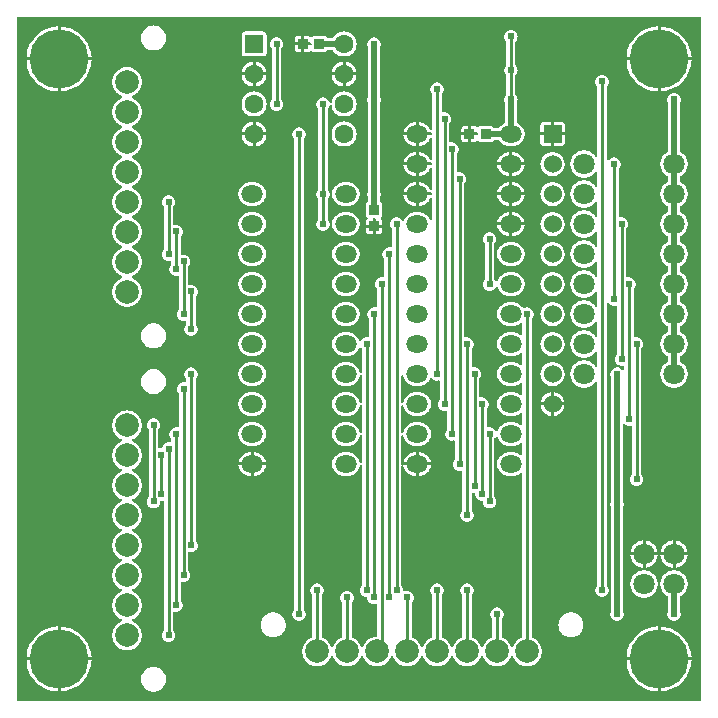
<source format=gbl>
G04 Layer: BottomLayer*
G04 Panelize: , Column: 2, Row: 2, Board Size: 58.42mm x 58.42mm, Panelized Board Size: 118.84mm x 118.84mm*
G04 EasyEDA v6.5.34, 2023-09-05 23:31:59*
G04 3ff1d21ffa584fb08a1032706516b83c,5a6b42c53f6a479593ecc07194224c93,10*
G04 Gerber Generator version 0.2*
G04 Scale: 100 percent, Rotated: No, Reflected: No *
G04 Dimensions in millimeters *
G04 leading zeros omitted , absolute positions ,4 integer and 5 decimal *
%FSLAX45Y45*%
%MOMM*%

%AMMACRO1*21,1,$1,$2,0,0,$3*%
%ADD10C,0.2540*%
%ADD11C,0.5000*%
%ADD12MACRO1,0.8X0.9X0.0000*%
%ADD13MACRO1,0.8X0.9X90.0000*%
%ADD14R,1.6002X1.6002*%
%ADD15C,1.6002*%
%ADD16O,1.8275046X1.4619985999999998*%
%ADD17C,1.8000*%
%ADD18R,1.5240X1.5240*%
%ADD19C,1.5240*%
%ADD20C,5.0000*%
%ADD21C,2.0000*%
%ADD22C,0.6096*%
%ADD23C,0.0117*%

%LPD*%
G36*
X36068Y25908D02*
G01*
X32156Y26670D01*
X28905Y28905D01*
X26670Y32156D01*
X25908Y36068D01*
X25908Y5805932D01*
X26670Y5809792D01*
X28905Y5813094D01*
X32156Y5815330D01*
X36068Y5816092D01*
X5805932Y5815584D01*
X5809843Y5814822D01*
X5813094Y5812637D01*
X5815330Y5809335D01*
X5816092Y5805424D01*
X5816092Y36068D01*
X5815330Y32156D01*
X5813094Y28905D01*
X5809843Y26670D01*
X5805932Y25908D01*
G37*

%LPC*%
G36*
X2378710Y5600700D02*
G01*
X2431897Y5600700D01*
X2431897Y5658916D01*
X2405176Y5658916D01*
X2398877Y5658205D01*
X2393391Y5656275D01*
X2388514Y5653227D01*
X2384399Y5649112D01*
X2381300Y5644235D01*
X2379421Y5638749D01*
X2378710Y5632450D01*
G37*
G36*
X368300Y105562D02*
G01*
X368300Y368300D01*
X105664Y368300D01*
X106070Y357936D01*
X108966Y334975D01*
X113792Y312369D01*
X120446Y290271D01*
X128981Y268782D01*
X139242Y248107D01*
X151180Y228295D01*
X164795Y209600D01*
X179882Y192125D01*
X196392Y175971D01*
X214172Y161239D01*
X233171Y148031D01*
X253187Y136499D01*
X274066Y126644D01*
X295757Y118618D01*
X318008Y112369D01*
X340715Y108051D01*
X363677Y105664D01*
G37*
G36*
X5473700Y105613D02*
G01*
X5489854Y106629D01*
X5512714Y109982D01*
X5535218Y115265D01*
X5557164Y122428D01*
X5578500Y131368D01*
X5598972Y142087D01*
X5618480Y154432D01*
X5636869Y168402D01*
X5654040Y183896D01*
X5669838Y200710D01*
X5684215Y218846D01*
X5697016Y238099D01*
X5708142Y258317D01*
X5717540Y279450D01*
X5725109Y301244D01*
X5730849Y323646D01*
X5734710Y346405D01*
X5736590Y368300D01*
X5473700Y368300D01*
G37*
G36*
X393700Y105613D02*
G01*
X409854Y106629D01*
X432714Y109982D01*
X455218Y115265D01*
X477164Y122428D01*
X498500Y131368D01*
X518972Y142087D01*
X538480Y154432D01*
X556869Y168402D01*
X574040Y183896D01*
X589838Y200710D01*
X604215Y218846D01*
X617016Y238099D01*
X628142Y258317D01*
X637540Y279450D01*
X645109Y301244D01*
X650849Y323646D01*
X654710Y346405D01*
X656590Y368300D01*
X393700Y368300D01*
G37*
G36*
X2565400Y318617D02*
G01*
X2580589Y319532D01*
X2595524Y322275D01*
X2610053Y326796D01*
X2623921Y333044D01*
X2636926Y340918D01*
X2648864Y350266D01*
X2659634Y361035D01*
X2668981Y372973D01*
X2676855Y385978D01*
X2683154Y399897D01*
X2685338Y403098D01*
X2688590Y405180D01*
X2692400Y405892D01*
X2696210Y405180D01*
X2699461Y403098D01*
X2701645Y399897D01*
X2707944Y385978D01*
X2715818Y372973D01*
X2725166Y361035D01*
X2735935Y350266D01*
X2747873Y340918D01*
X2760878Y333044D01*
X2774746Y326796D01*
X2789275Y322275D01*
X2804210Y319532D01*
X2819400Y318617D01*
X2834589Y319532D01*
X2849524Y322275D01*
X2864053Y326796D01*
X2877921Y333044D01*
X2890926Y340918D01*
X2902864Y350266D01*
X2913634Y361035D01*
X2922981Y372973D01*
X2930855Y385978D01*
X2937154Y399897D01*
X2939338Y403098D01*
X2942590Y405180D01*
X2946400Y405892D01*
X2950210Y405180D01*
X2953461Y403098D01*
X2955645Y399897D01*
X2961944Y385978D01*
X2969818Y372973D01*
X2979166Y361035D01*
X2989935Y350266D01*
X3001873Y340918D01*
X3014878Y333044D01*
X3028746Y326796D01*
X3043275Y322275D01*
X3058210Y319532D01*
X3073400Y318617D01*
X3088589Y319532D01*
X3103524Y322275D01*
X3118053Y326796D01*
X3131921Y333044D01*
X3144926Y340918D01*
X3156864Y350266D01*
X3167634Y361035D01*
X3176981Y372973D01*
X3184855Y385978D01*
X3191154Y399897D01*
X3193338Y403098D01*
X3196590Y405180D01*
X3200400Y405892D01*
X3204210Y405180D01*
X3207461Y403098D01*
X3209645Y399897D01*
X3215944Y385978D01*
X3223818Y372973D01*
X3233166Y361035D01*
X3243935Y350266D01*
X3255873Y340918D01*
X3268878Y333044D01*
X3282746Y326796D01*
X3297275Y322275D01*
X3312210Y319532D01*
X3327400Y318617D01*
X3342589Y319532D01*
X3357524Y322275D01*
X3372053Y326796D01*
X3385921Y333044D01*
X3398926Y340918D01*
X3410864Y350266D01*
X3421634Y361035D01*
X3430981Y372973D01*
X3438855Y385978D01*
X3445154Y399897D01*
X3447338Y403098D01*
X3450590Y405180D01*
X3454400Y405892D01*
X3458210Y405180D01*
X3461461Y403098D01*
X3463645Y399897D01*
X3469944Y385978D01*
X3477818Y372973D01*
X3487165Y361035D01*
X3497935Y350266D01*
X3509873Y340918D01*
X3522878Y333044D01*
X3536746Y326796D01*
X3551275Y322275D01*
X3566210Y319532D01*
X3581400Y318617D01*
X3596589Y319532D01*
X3611524Y322275D01*
X3626053Y326796D01*
X3639921Y333044D01*
X3652926Y340918D01*
X3664864Y350266D01*
X3675634Y361035D01*
X3684981Y372973D01*
X3692855Y385978D01*
X3699154Y399897D01*
X3701338Y403098D01*
X3704590Y405180D01*
X3708400Y405892D01*
X3712210Y405180D01*
X3715461Y403098D01*
X3717645Y399897D01*
X3723944Y385978D01*
X3731818Y372973D01*
X3741165Y361035D01*
X3751935Y350266D01*
X3763873Y340918D01*
X3776878Y333044D01*
X3790746Y326796D01*
X3805275Y322275D01*
X3820210Y319532D01*
X3835400Y318617D01*
X3850589Y319532D01*
X3865524Y322275D01*
X3880053Y326796D01*
X3893921Y333044D01*
X3906926Y340918D01*
X3918864Y350266D01*
X3929634Y361035D01*
X3938981Y372973D01*
X3946855Y385978D01*
X3953154Y399897D01*
X3955338Y403098D01*
X3958590Y405180D01*
X3962400Y405892D01*
X3966210Y405180D01*
X3969461Y403098D01*
X3971645Y399897D01*
X3977944Y385978D01*
X3985818Y372973D01*
X3995165Y361035D01*
X4005935Y350266D01*
X4017873Y340918D01*
X4030878Y333044D01*
X4044746Y326796D01*
X4059275Y322275D01*
X4074210Y319532D01*
X4089400Y318617D01*
X4104589Y319532D01*
X4119524Y322275D01*
X4134053Y326796D01*
X4147921Y333044D01*
X4160926Y340918D01*
X4172864Y350266D01*
X4183634Y361035D01*
X4192981Y372973D01*
X4200855Y385978D01*
X4207154Y399897D01*
X4209338Y403098D01*
X4212590Y405180D01*
X4216400Y405892D01*
X4220210Y405180D01*
X4223461Y403098D01*
X4225645Y399897D01*
X4231944Y385978D01*
X4239818Y372973D01*
X4249166Y361035D01*
X4259935Y350266D01*
X4271873Y340918D01*
X4284878Y333044D01*
X4298746Y326796D01*
X4313275Y322275D01*
X4328210Y319532D01*
X4343400Y318617D01*
X4358589Y319532D01*
X4373524Y322275D01*
X4388053Y326796D01*
X4401921Y333044D01*
X4414926Y340918D01*
X4426864Y350266D01*
X4437634Y361035D01*
X4446981Y372973D01*
X4454855Y385978D01*
X4461103Y399846D01*
X4465624Y414375D01*
X4468368Y429310D01*
X4469282Y444500D01*
X4468368Y459689D01*
X4465624Y474624D01*
X4461103Y489153D01*
X4454855Y503021D01*
X4446981Y516026D01*
X4437634Y527964D01*
X4426864Y538734D01*
X4414926Y548081D01*
X4401921Y555955D01*
X4388002Y562203D01*
X4384852Y564438D01*
X4382719Y567690D01*
X4382008Y571500D01*
X4382008Y3256991D01*
X4382770Y3260902D01*
X4385005Y3264204D01*
X4386580Y3265779D01*
X4392218Y3273806D01*
X4396333Y3282746D01*
X4398873Y3292195D01*
X4399737Y3302000D01*
X4398873Y3311804D01*
X4396333Y3321253D01*
X4392218Y3330194D01*
X4386580Y3338220D01*
X4379620Y3345179D01*
X4371594Y3350818D01*
X4362653Y3354933D01*
X4353204Y3357473D01*
X4343400Y3358337D01*
X4333595Y3357473D01*
X4324146Y3354933D01*
X4320235Y3353155D01*
X4316780Y3352241D01*
X4313224Y3352546D01*
X4310024Y3354120D01*
X4307535Y3356711D01*
X4303826Y3362248D01*
X4295292Y3372002D01*
X4285538Y3380536D01*
X4274769Y3387699D01*
X4263136Y3393440D01*
X4250893Y3397605D01*
X4238193Y3400145D01*
X4224934Y3401009D01*
X4189069Y3401009D01*
X4175810Y3400145D01*
X4163110Y3397605D01*
X4150868Y3393440D01*
X4139234Y3387699D01*
X4128465Y3380536D01*
X4118711Y3372002D01*
X4110177Y3362248D01*
X4103014Y3351479D01*
X4097274Y3339896D01*
X4093108Y3327603D01*
X4090568Y3314903D01*
X4089755Y3302000D01*
X4090568Y3289096D01*
X4093108Y3276396D01*
X4097274Y3264103D01*
X4103014Y3252520D01*
X4110177Y3241751D01*
X4118711Y3231997D01*
X4128465Y3223463D01*
X4139234Y3216300D01*
X4150868Y3210560D01*
X4163110Y3206394D01*
X4175810Y3203854D01*
X4189069Y3202990D01*
X4224934Y3202990D01*
X4238193Y3203854D01*
X4250893Y3206394D01*
X4263136Y3210560D01*
X4274769Y3216300D01*
X4285538Y3223463D01*
X4287926Y3225596D01*
X4291279Y3227527D01*
X4295089Y3228086D01*
X4298848Y3227171D01*
X4301947Y3224936D01*
X4304080Y3221736D01*
X4304792Y3217926D01*
X4304792Y3132074D01*
X4304080Y3128264D01*
X4301947Y3125063D01*
X4298848Y3122828D01*
X4295089Y3121914D01*
X4291279Y3122472D01*
X4287926Y3124403D01*
X4285538Y3126536D01*
X4274769Y3133699D01*
X4263136Y3139440D01*
X4250893Y3143605D01*
X4238193Y3146145D01*
X4224934Y3147009D01*
X4189069Y3147009D01*
X4175810Y3146145D01*
X4163110Y3143605D01*
X4150868Y3139440D01*
X4139234Y3133699D01*
X4128465Y3126536D01*
X4118711Y3118002D01*
X4110177Y3108248D01*
X4103014Y3097479D01*
X4097274Y3085896D01*
X4093108Y3073603D01*
X4090568Y3060903D01*
X4089755Y3048000D01*
X4090568Y3035096D01*
X4093108Y3022396D01*
X4097274Y3010103D01*
X4103014Y2998520D01*
X4110177Y2987751D01*
X4118711Y2977997D01*
X4128465Y2969463D01*
X4139234Y2962300D01*
X4150868Y2956560D01*
X4163110Y2952394D01*
X4175810Y2949854D01*
X4189069Y2948990D01*
X4224934Y2948990D01*
X4238193Y2949854D01*
X4250893Y2952394D01*
X4263136Y2956560D01*
X4274769Y2962300D01*
X4285538Y2969463D01*
X4287926Y2971596D01*
X4291279Y2973527D01*
X4295089Y2974086D01*
X4298848Y2973171D01*
X4301947Y2970936D01*
X4304080Y2967736D01*
X4304792Y2963926D01*
X4304792Y2878074D01*
X4304080Y2874264D01*
X4301947Y2871063D01*
X4298848Y2868828D01*
X4295089Y2867914D01*
X4291279Y2868472D01*
X4287926Y2870403D01*
X4285538Y2872536D01*
X4274769Y2879699D01*
X4263136Y2885440D01*
X4250893Y2889605D01*
X4238193Y2892145D01*
X4224934Y2893009D01*
X4189069Y2893009D01*
X4175810Y2892145D01*
X4163110Y2889605D01*
X4150868Y2885440D01*
X4139234Y2879699D01*
X4128465Y2872536D01*
X4118711Y2864002D01*
X4110177Y2854248D01*
X4103014Y2843479D01*
X4097274Y2831896D01*
X4093108Y2819603D01*
X4090568Y2806903D01*
X4089755Y2794000D01*
X4090568Y2781096D01*
X4093108Y2768396D01*
X4097274Y2756103D01*
X4103014Y2744520D01*
X4110177Y2733751D01*
X4118711Y2723997D01*
X4128465Y2715463D01*
X4139234Y2708300D01*
X4150868Y2702560D01*
X4163110Y2698394D01*
X4175810Y2695854D01*
X4189069Y2694990D01*
X4224934Y2694990D01*
X4238193Y2695854D01*
X4250893Y2698394D01*
X4263136Y2702560D01*
X4274769Y2708300D01*
X4285538Y2715463D01*
X4287926Y2717596D01*
X4291279Y2719527D01*
X4295089Y2720086D01*
X4298848Y2719171D01*
X4301947Y2716936D01*
X4304080Y2713736D01*
X4304792Y2709926D01*
X4304792Y2624074D01*
X4304080Y2620264D01*
X4301947Y2617063D01*
X4298848Y2614828D01*
X4295089Y2613914D01*
X4291279Y2614472D01*
X4287926Y2616454D01*
X4285538Y2618536D01*
X4274769Y2625750D01*
X4263136Y2631440D01*
X4250893Y2635605D01*
X4238193Y2638145D01*
X4224934Y2639009D01*
X4189069Y2639009D01*
X4175810Y2638145D01*
X4163110Y2635605D01*
X4150868Y2631440D01*
X4139234Y2625750D01*
X4128465Y2618536D01*
X4118711Y2610002D01*
X4110177Y2600248D01*
X4103014Y2589479D01*
X4097274Y2577896D01*
X4093108Y2565603D01*
X4090568Y2552903D01*
X4089755Y2540000D01*
X4090568Y2527096D01*
X4093108Y2514396D01*
X4097274Y2502103D01*
X4103014Y2490520D01*
X4110177Y2479751D01*
X4118711Y2469997D01*
X4128465Y2461463D01*
X4139234Y2454300D01*
X4150868Y2448560D01*
X4163110Y2444394D01*
X4175810Y2441854D01*
X4189069Y2440990D01*
X4224934Y2440990D01*
X4238193Y2441854D01*
X4250893Y2444394D01*
X4263136Y2448560D01*
X4274769Y2454300D01*
X4285538Y2461463D01*
X4287926Y2463596D01*
X4291279Y2465527D01*
X4295089Y2466086D01*
X4298848Y2465171D01*
X4301947Y2462987D01*
X4304080Y2459736D01*
X4304792Y2455926D01*
X4304792Y2370074D01*
X4304080Y2366264D01*
X4301947Y2363063D01*
X4298848Y2360828D01*
X4295089Y2359914D01*
X4291279Y2360472D01*
X4287926Y2362454D01*
X4285538Y2364536D01*
X4274769Y2371750D01*
X4263136Y2377440D01*
X4250893Y2381605D01*
X4238193Y2384145D01*
X4224934Y2385009D01*
X4189069Y2385009D01*
X4175810Y2384145D01*
X4163110Y2381605D01*
X4150868Y2377440D01*
X4139234Y2371750D01*
X4128465Y2364536D01*
X4118711Y2356002D01*
X4110177Y2346248D01*
X4103014Y2335479D01*
X4097274Y2323896D01*
X4093972Y2314194D01*
X4091990Y2310739D01*
X4088790Y2308352D01*
X4084929Y2307336D01*
X4080967Y2307894D01*
X4077512Y2309977D01*
X4069079Y2322220D01*
X4062120Y2329180D01*
X4054094Y2334818D01*
X4045153Y2338933D01*
X4035704Y2341473D01*
X4025900Y2342337D01*
X4016095Y2341473D01*
X4013809Y2340864D01*
X4010101Y2340559D01*
X4006545Y2341626D01*
X4003598Y2343912D01*
X4001668Y2347061D01*
X4001008Y2350668D01*
X4001008Y2494991D01*
X4001770Y2498902D01*
X4004005Y2502204D01*
X4005579Y2503779D01*
X4011218Y2511806D01*
X4015333Y2520746D01*
X4017873Y2530195D01*
X4018737Y2540000D01*
X4017873Y2549804D01*
X4015333Y2559253D01*
X4011218Y2568194D01*
X4005579Y2576220D01*
X3998620Y2583180D01*
X3990594Y2588818D01*
X3981653Y2592933D01*
X3972204Y2595473D01*
X3962400Y2596337D01*
X3952595Y2595473D01*
X3950309Y2594864D01*
X3946601Y2594559D01*
X3943045Y2595626D01*
X3940098Y2597912D01*
X3938168Y2601061D01*
X3937508Y2604668D01*
X3937508Y2748991D01*
X3938270Y2752902D01*
X3940505Y2756204D01*
X3942079Y2757779D01*
X3947718Y2765806D01*
X3951833Y2774746D01*
X3954373Y2784195D01*
X3955237Y2794000D01*
X3954373Y2803804D01*
X3951833Y2813253D01*
X3947718Y2822194D01*
X3942079Y2830220D01*
X3935120Y2837180D01*
X3927094Y2842818D01*
X3918153Y2846933D01*
X3908704Y2849473D01*
X3898900Y2850337D01*
X3889095Y2849473D01*
X3886809Y2848864D01*
X3883101Y2848559D01*
X3879545Y2849626D01*
X3876598Y2851912D01*
X3874668Y2855061D01*
X3874008Y2858668D01*
X3874008Y3002991D01*
X3874770Y3006902D01*
X3877005Y3010204D01*
X3878579Y3011779D01*
X3884218Y3019806D01*
X3888333Y3028746D01*
X3890873Y3038195D01*
X3891737Y3048000D01*
X3890873Y3057804D01*
X3888333Y3067253D01*
X3884218Y3076194D01*
X3878579Y3084220D01*
X3871620Y3091180D01*
X3863594Y3096818D01*
X3854653Y3100933D01*
X3845204Y3103473D01*
X3835400Y3104337D01*
X3825595Y3103473D01*
X3823309Y3102864D01*
X3819601Y3102559D01*
X3816045Y3103626D01*
X3813098Y3105912D01*
X3811168Y3109061D01*
X3810508Y3112668D01*
X3810508Y4399991D01*
X3811270Y4403902D01*
X3813505Y4407204D01*
X3815079Y4408779D01*
X3820718Y4416806D01*
X3824833Y4425746D01*
X3827373Y4435195D01*
X3828237Y4445000D01*
X3827373Y4454804D01*
X3824833Y4464253D01*
X3820718Y4473194D01*
X3815079Y4481220D01*
X3808120Y4488180D01*
X3800094Y4493818D01*
X3791153Y4497933D01*
X3781704Y4500473D01*
X3771900Y4501337D01*
X3762095Y4500473D01*
X3759809Y4499864D01*
X3756101Y4499559D01*
X3752545Y4500626D01*
X3749598Y4502912D01*
X3747668Y4506061D01*
X3747008Y4509668D01*
X3747008Y4653991D01*
X3747770Y4657902D01*
X3750005Y4661204D01*
X3751579Y4662779D01*
X3757218Y4670806D01*
X3761333Y4679746D01*
X3763873Y4689195D01*
X3764737Y4699000D01*
X3763873Y4708804D01*
X3761333Y4718253D01*
X3757218Y4727194D01*
X3751579Y4735220D01*
X3744620Y4742180D01*
X3736594Y4747818D01*
X3727653Y4751933D01*
X3718204Y4754473D01*
X3708400Y4755337D01*
X3698595Y4754473D01*
X3696309Y4753864D01*
X3692601Y4753559D01*
X3689045Y4754626D01*
X3686098Y4756912D01*
X3684168Y4760061D01*
X3683508Y4763668D01*
X3683508Y4907991D01*
X3684270Y4911902D01*
X3686505Y4915204D01*
X3688079Y4916779D01*
X3693718Y4924806D01*
X3697833Y4933746D01*
X3700373Y4943195D01*
X3701237Y4953000D01*
X3700373Y4962804D01*
X3697833Y4972253D01*
X3693718Y4981194D01*
X3688079Y4989220D01*
X3681120Y4996180D01*
X3673094Y5001818D01*
X3664153Y5005933D01*
X3654704Y5008473D01*
X3644900Y5009337D01*
X3635095Y5008473D01*
X3632809Y5007864D01*
X3629101Y5007559D01*
X3625545Y5008626D01*
X3622598Y5010912D01*
X3620668Y5014061D01*
X3620008Y5017668D01*
X3620008Y5161991D01*
X3620770Y5165902D01*
X3623005Y5169204D01*
X3624579Y5170779D01*
X3630218Y5178806D01*
X3634333Y5187746D01*
X3636873Y5197195D01*
X3637737Y5207000D01*
X3636873Y5216804D01*
X3634333Y5226253D01*
X3630218Y5235194D01*
X3624579Y5243220D01*
X3617620Y5250180D01*
X3609594Y5255818D01*
X3600653Y5259933D01*
X3591204Y5262473D01*
X3581400Y5263337D01*
X3571595Y5262473D01*
X3562146Y5259933D01*
X3553206Y5255818D01*
X3545179Y5250180D01*
X3538220Y5243220D01*
X3532581Y5235194D01*
X3528466Y5226253D01*
X3525926Y5216804D01*
X3525062Y5207000D01*
X3525926Y5197195D01*
X3528466Y5187746D01*
X3532581Y5178806D01*
X3538220Y5170779D01*
X3539794Y5169204D01*
X3542029Y5165902D01*
X3542792Y5161991D01*
X3542792Y4866284D01*
X3541979Y4862322D01*
X3539693Y4858969D01*
X3536238Y4856835D01*
X3532276Y4856175D01*
X3528314Y4857089D01*
X3525062Y4859528D01*
X3516985Y4875479D01*
X3509822Y4886248D01*
X3501288Y4896002D01*
X3491534Y4904536D01*
X3480765Y4911699D01*
X3469132Y4917440D01*
X3456889Y4921605D01*
X3444189Y4924145D01*
X3430930Y4925009D01*
X3425698Y4925009D01*
X3425698Y4838700D01*
X3532632Y4838700D01*
X3536543Y4837938D01*
X3539794Y4835702D01*
X3542029Y4832400D01*
X3542792Y4828540D01*
X3542792Y4823460D01*
X3542029Y4819548D01*
X3539794Y4816297D01*
X3536543Y4814062D01*
X3532632Y4813300D01*
X3425698Y4813300D01*
X3425698Y4726990D01*
X3430930Y4726990D01*
X3444189Y4727854D01*
X3456889Y4730394D01*
X3469132Y4734560D01*
X3480765Y4740249D01*
X3491534Y4747463D01*
X3501288Y4755997D01*
X3509822Y4765751D01*
X3516985Y4776520D01*
X3525062Y4792472D01*
X3528314Y4794859D01*
X3532276Y4795824D01*
X3536238Y4795164D01*
X3539693Y4792980D01*
X3541979Y4789678D01*
X3542792Y4785664D01*
X3542792Y4612284D01*
X3541979Y4608322D01*
X3539693Y4604969D01*
X3536238Y4602835D01*
X3532276Y4602175D01*
X3528314Y4603089D01*
X3525062Y4605528D01*
X3516985Y4621479D01*
X3509822Y4632248D01*
X3501288Y4642002D01*
X3491534Y4650536D01*
X3480765Y4657699D01*
X3469132Y4663440D01*
X3456889Y4667605D01*
X3444189Y4670145D01*
X3430930Y4671009D01*
X3425698Y4671009D01*
X3425698Y4584700D01*
X3532632Y4584700D01*
X3536543Y4583938D01*
X3539794Y4581702D01*
X3542029Y4578400D01*
X3542792Y4574540D01*
X3542792Y4569460D01*
X3542029Y4565548D01*
X3539794Y4562297D01*
X3536543Y4560062D01*
X3532632Y4559300D01*
X3425698Y4559300D01*
X3425698Y4472990D01*
X3430930Y4472990D01*
X3444189Y4473854D01*
X3456889Y4476394D01*
X3469132Y4480560D01*
X3480765Y4486249D01*
X3491534Y4493463D01*
X3501288Y4501997D01*
X3509822Y4511751D01*
X3516985Y4522520D01*
X3525062Y4538472D01*
X3528314Y4540859D01*
X3532276Y4541824D01*
X3536238Y4541164D01*
X3539693Y4538980D01*
X3541979Y4535678D01*
X3542792Y4531664D01*
X3542792Y4358284D01*
X3541979Y4354322D01*
X3539693Y4350969D01*
X3536238Y4348835D01*
X3532276Y4348175D01*
X3528314Y4349089D01*
X3525062Y4351528D01*
X3516985Y4367479D01*
X3509822Y4378248D01*
X3501288Y4388002D01*
X3491534Y4396536D01*
X3480765Y4403699D01*
X3469132Y4409440D01*
X3456889Y4413605D01*
X3444189Y4416145D01*
X3430930Y4417009D01*
X3425698Y4417009D01*
X3425698Y4330700D01*
X3532632Y4330700D01*
X3536543Y4329938D01*
X3539794Y4327702D01*
X3542029Y4324400D01*
X3542792Y4320540D01*
X3542792Y4315460D01*
X3542029Y4311548D01*
X3539794Y4308297D01*
X3536543Y4306062D01*
X3532632Y4305300D01*
X3425698Y4305300D01*
X3425698Y4218990D01*
X3430930Y4218990D01*
X3444189Y4219854D01*
X3456889Y4222394D01*
X3469132Y4226560D01*
X3480765Y4232249D01*
X3491534Y4239463D01*
X3501288Y4247997D01*
X3509822Y4257751D01*
X3516985Y4268520D01*
X3525062Y4284472D01*
X3528314Y4286859D01*
X3532276Y4287824D01*
X3536238Y4287164D01*
X3539693Y4284980D01*
X3541979Y4281678D01*
X3542792Y4277664D01*
X3542792Y4104284D01*
X3541979Y4100322D01*
X3539693Y4096969D01*
X3536238Y4094835D01*
X3532276Y4094175D01*
X3528314Y4095089D01*
X3525062Y4097528D01*
X3516985Y4113479D01*
X3509822Y4124248D01*
X3501288Y4134002D01*
X3491534Y4142536D01*
X3480765Y4149699D01*
X3469132Y4155440D01*
X3456889Y4159605D01*
X3444189Y4162145D01*
X3430930Y4163009D01*
X3395065Y4163009D01*
X3381806Y4162145D01*
X3369106Y4159605D01*
X3356864Y4155440D01*
X3345230Y4149699D01*
X3334461Y4142536D01*
X3324707Y4134002D01*
X3316173Y4124248D01*
X3309010Y4113479D01*
X3303270Y4101896D01*
X3302304Y4098950D01*
X3299968Y4095191D01*
X3296259Y4092701D01*
X3291890Y4092092D01*
X3287623Y4093413D01*
X3284321Y4096410D01*
X3281679Y4100220D01*
X3274720Y4107179D01*
X3266694Y4112818D01*
X3257753Y4116933D01*
X3248304Y4119473D01*
X3238500Y4120337D01*
X3228695Y4119473D01*
X3219246Y4116933D01*
X3210306Y4112818D01*
X3202279Y4107179D01*
X3195320Y4100220D01*
X3189681Y4092194D01*
X3185566Y4083253D01*
X3183026Y4073804D01*
X3182162Y4064000D01*
X3183026Y4054195D01*
X3185566Y4044746D01*
X3189681Y4035806D01*
X3195320Y4027779D01*
X3196894Y4026204D01*
X3199130Y4022902D01*
X3199892Y4018991D01*
X3199892Y3874668D01*
X3199231Y3871061D01*
X3197301Y3867912D01*
X3194354Y3865626D01*
X3190798Y3864559D01*
X3187090Y3864864D01*
X3184804Y3865473D01*
X3175000Y3866337D01*
X3165195Y3865473D01*
X3155746Y3862933D01*
X3146806Y3858818D01*
X3138779Y3853179D01*
X3131820Y3846220D01*
X3126181Y3838194D01*
X3122066Y3829253D01*
X3119526Y3819804D01*
X3118662Y3810000D01*
X3119526Y3800195D01*
X3122066Y3790746D01*
X3126181Y3781806D01*
X3131820Y3773779D01*
X3133394Y3772204D01*
X3135630Y3768902D01*
X3136392Y3764991D01*
X3136392Y3620668D01*
X3135731Y3617061D01*
X3133801Y3613912D01*
X3130854Y3611626D01*
X3127298Y3610559D01*
X3123590Y3610864D01*
X3121304Y3611473D01*
X3111500Y3612337D01*
X3101695Y3611473D01*
X3092246Y3608933D01*
X3083306Y3604818D01*
X3075279Y3599179D01*
X3068320Y3592220D01*
X3062681Y3584194D01*
X3058566Y3575253D01*
X3056026Y3565804D01*
X3055162Y3556000D01*
X3056026Y3546195D01*
X3058566Y3536746D01*
X3062681Y3527806D01*
X3068320Y3519779D01*
X3069894Y3518204D01*
X3072130Y3514902D01*
X3072892Y3510991D01*
X3072892Y3366668D01*
X3072231Y3363061D01*
X3070301Y3359912D01*
X3067354Y3357626D01*
X3063798Y3356559D01*
X3060090Y3356864D01*
X3057804Y3357473D01*
X3048000Y3358337D01*
X3038195Y3357473D01*
X3028746Y3354933D01*
X3019806Y3350818D01*
X3011779Y3345179D01*
X3004820Y3338220D01*
X2999181Y3330194D01*
X2995066Y3321253D01*
X2992526Y3311804D01*
X2991662Y3302000D01*
X2992526Y3292195D01*
X2995066Y3282746D01*
X2999181Y3273806D01*
X3004820Y3265779D01*
X3006394Y3264204D01*
X3008630Y3260902D01*
X3009392Y3256991D01*
X3009392Y3112668D01*
X3008731Y3109061D01*
X3006801Y3105912D01*
X3003854Y3103626D01*
X3000298Y3102559D01*
X2996590Y3102864D01*
X2994304Y3103473D01*
X2984500Y3104337D01*
X2974695Y3103473D01*
X2965246Y3100933D01*
X2956306Y3096818D01*
X2948279Y3091180D01*
X2941320Y3084220D01*
X2938678Y3080410D01*
X2935376Y3077413D01*
X2931109Y3076092D01*
X2926740Y3076752D01*
X2923032Y3079191D01*
X2920695Y3082950D01*
X2919730Y3085896D01*
X2913989Y3097479D01*
X2906826Y3108248D01*
X2898292Y3118002D01*
X2888538Y3126536D01*
X2877769Y3133699D01*
X2866136Y3139440D01*
X2853893Y3143605D01*
X2841193Y3146145D01*
X2827934Y3147009D01*
X2792069Y3147009D01*
X2778810Y3146145D01*
X2766110Y3143605D01*
X2753868Y3139440D01*
X2742234Y3133699D01*
X2731465Y3126536D01*
X2721711Y3118002D01*
X2713177Y3108248D01*
X2706014Y3097479D01*
X2700274Y3085896D01*
X2696108Y3073603D01*
X2693568Y3060903D01*
X2692755Y3048000D01*
X2693568Y3035096D01*
X2696108Y3022396D01*
X2700274Y3010103D01*
X2706014Y2998520D01*
X2713177Y2987751D01*
X2721711Y2977997D01*
X2731465Y2969463D01*
X2742234Y2962300D01*
X2753868Y2956560D01*
X2766110Y2952394D01*
X2778810Y2949854D01*
X2792069Y2948990D01*
X2827934Y2948990D01*
X2841193Y2949854D01*
X2853893Y2952394D01*
X2866136Y2956560D01*
X2877769Y2962300D01*
X2888538Y2969463D01*
X2898292Y2977997D01*
X2906826Y2987751D01*
X2913989Y2998520D01*
X2919730Y3010103D01*
X2920695Y3013049D01*
X2923032Y3016808D01*
X2926740Y3019247D01*
X2931109Y3019907D01*
X2935376Y3018586D01*
X2938678Y3015589D01*
X2941320Y3011779D01*
X2942894Y3010204D01*
X2945130Y3006902D01*
X2945892Y3002991D01*
X2945892Y2812135D01*
X2945028Y2808020D01*
X2942488Y2804566D01*
X2938830Y2802483D01*
X2934614Y2802077D01*
X2930550Y2803398D01*
X2927451Y2806293D01*
X2925775Y2810154D01*
X2923895Y2819603D01*
X2919730Y2831896D01*
X2913989Y2843479D01*
X2906826Y2854248D01*
X2898292Y2864002D01*
X2888538Y2872536D01*
X2877769Y2879699D01*
X2866136Y2885440D01*
X2853893Y2889605D01*
X2841193Y2892145D01*
X2827934Y2893009D01*
X2792069Y2893009D01*
X2778810Y2892145D01*
X2766110Y2889605D01*
X2753868Y2885440D01*
X2742234Y2879699D01*
X2731465Y2872536D01*
X2721711Y2864002D01*
X2713177Y2854248D01*
X2706014Y2843479D01*
X2700274Y2831896D01*
X2696108Y2819603D01*
X2693568Y2806903D01*
X2692755Y2794000D01*
X2693568Y2781096D01*
X2696108Y2768396D01*
X2700274Y2756103D01*
X2706014Y2744520D01*
X2713177Y2733751D01*
X2721711Y2723997D01*
X2731465Y2715463D01*
X2742234Y2708300D01*
X2753868Y2702560D01*
X2766110Y2698394D01*
X2778810Y2695854D01*
X2792069Y2694990D01*
X2827934Y2694990D01*
X2841193Y2695854D01*
X2853893Y2698394D01*
X2866136Y2702560D01*
X2877769Y2708300D01*
X2888538Y2715463D01*
X2898292Y2723997D01*
X2906826Y2733751D01*
X2913989Y2744520D01*
X2919730Y2756103D01*
X2923895Y2768396D01*
X2925775Y2777845D01*
X2927451Y2781706D01*
X2930550Y2784602D01*
X2934614Y2785922D01*
X2938830Y2785516D01*
X2942488Y2783433D01*
X2945028Y2779979D01*
X2945892Y2775864D01*
X2945892Y2558135D01*
X2945028Y2554020D01*
X2942488Y2550566D01*
X2938830Y2548483D01*
X2934614Y2548077D01*
X2930550Y2549398D01*
X2927451Y2552293D01*
X2925775Y2556154D01*
X2923895Y2565603D01*
X2919730Y2577896D01*
X2913989Y2589479D01*
X2906826Y2600248D01*
X2898292Y2610002D01*
X2888538Y2618536D01*
X2877769Y2625699D01*
X2866136Y2631440D01*
X2853893Y2635605D01*
X2841193Y2638145D01*
X2827934Y2639009D01*
X2792069Y2639009D01*
X2778810Y2638145D01*
X2766110Y2635605D01*
X2753868Y2631440D01*
X2742234Y2625699D01*
X2731465Y2618536D01*
X2721711Y2610002D01*
X2713177Y2600248D01*
X2706014Y2589479D01*
X2700274Y2577896D01*
X2696108Y2565603D01*
X2693568Y2552903D01*
X2692755Y2540000D01*
X2693568Y2527096D01*
X2696108Y2514396D01*
X2700274Y2502103D01*
X2706014Y2490520D01*
X2713177Y2479751D01*
X2721711Y2469997D01*
X2731465Y2461463D01*
X2742234Y2454300D01*
X2753868Y2448560D01*
X2766110Y2444394D01*
X2778810Y2441854D01*
X2792069Y2440990D01*
X2827934Y2440990D01*
X2841193Y2441854D01*
X2853893Y2444394D01*
X2866136Y2448560D01*
X2877769Y2454300D01*
X2888538Y2461463D01*
X2898292Y2469997D01*
X2906826Y2479751D01*
X2913989Y2490520D01*
X2919730Y2502103D01*
X2923895Y2514396D01*
X2925775Y2523845D01*
X2927451Y2527706D01*
X2930550Y2530602D01*
X2934614Y2531922D01*
X2938830Y2531516D01*
X2942488Y2529433D01*
X2945028Y2525979D01*
X2945892Y2521864D01*
X2945892Y2304135D01*
X2945028Y2300020D01*
X2942488Y2296566D01*
X2938830Y2294483D01*
X2934614Y2294077D01*
X2930550Y2295398D01*
X2927451Y2298293D01*
X2925775Y2302154D01*
X2923895Y2311603D01*
X2919730Y2323896D01*
X2913989Y2335479D01*
X2906826Y2346248D01*
X2898292Y2356002D01*
X2888538Y2364536D01*
X2877769Y2371750D01*
X2866136Y2377440D01*
X2853893Y2381605D01*
X2841193Y2384145D01*
X2827934Y2385009D01*
X2792069Y2385009D01*
X2778810Y2384145D01*
X2766110Y2381605D01*
X2753868Y2377440D01*
X2742234Y2371750D01*
X2731465Y2364536D01*
X2721711Y2356002D01*
X2713177Y2346248D01*
X2706014Y2335479D01*
X2700274Y2323896D01*
X2696108Y2311603D01*
X2693568Y2298903D01*
X2692755Y2286000D01*
X2693568Y2273096D01*
X2696108Y2260396D01*
X2700274Y2248103D01*
X2706014Y2236520D01*
X2713177Y2225751D01*
X2721711Y2215997D01*
X2731465Y2207463D01*
X2742234Y2200300D01*
X2753868Y2194560D01*
X2766110Y2190394D01*
X2778810Y2187854D01*
X2792069Y2186990D01*
X2827934Y2186990D01*
X2841193Y2187854D01*
X2853893Y2190394D01*
X2866136Y2194560D01*
X2877769Y2200300D01*
X2888538Y2207463D01*
X2898292Y2215997D01*
X2906826Y2225751D01*
X2913989Y2236520D01*
X2919730Y2248103D01*
X2923895Y2260396D01*
X2925775Y2269845D01*
X2927451Y2273706D01*
X2930550Y2276602D01*
X2934614Y2277922D01*
X2938830Y2277516D01*
X2942488Y2275433D01*
X2945028Y2271979D01*
X2945892Y2267864D01*
X2945892Y2050135D01*
X2945028Y2046020D01*
X2942488Y2042566D01*
X2938830Y2040483D01*
X2934614Y2040077D01*
X2930550Y2041398D01*
X2927451Y2044293D01*
X2925775Y2048154D01*
X2923895Y2057603D01*
X2919730Y2069896D01*
X2913989Y2081479D01*
X2906826Y2092248D01*
X2898292Y2102002D01*
X2888538Y2110536D01*
X2877769Y2117750D01*
X2866136Y2123440D01*
X2853893Y2127605D01*
X2841193Y2130145D01*
X2827934Y2131009D01*
X2792069Y2131009D01*
X2778810Y2130145D01*
X2766110Y2127605D01*
X2753868Y2123440D01*
X2742234Y2117750D01*
X2731465Y2110536D01*
X2721711Y2102002D01*
X2713177Y2092248D01*
X2706014Y2081479D01*
X2700274Y2069896D01*
X2696108Y2057603D01*
X2693568Y2044903D01*
X2692755Y2032000D01*
X2693568Y2019096D01*
X2696108Y2006396D01*
X2700274Y1994103D01*
X2706014Y1982520D01*
X2713177Y1971751D01*
X2721711Y1961997D01*
X2731465Y1953463D01*
X2742234Y1946300D01*
X2753868Y1940560D01*
X2766110Y1936394D01*
X2778810Y1933854D01*
X2792069Y1932990D01*
X2827934Y1932990D01*
X2841193Y1933854D01*
X2853893Y1936394D01*
X2866136Y1940560D01*
X2877769Y1946300D01*
X2888538Y1953463D01*
X2898292Y1961997D01*
X2906826Y1971751D01*
X2913989Y1982520D01*
X2919730Y1994103D01*
X2923895Y2006396D01*
X2925775Y2015845D01*
X2927451Y2019706D01*
X2930550Y2022602D01*
X2934614Y2023922D01*
X2938830Y2023516D01*
X2942488Y2021433D01*
X2945028Y2017979D01*
X2945892Y2013864D01*
X2945892Y1010208D01*
X2945130Y1006297D01*
X2942894Y1002995D01*
X2941320Y1001420D01*
X2935681Y993394D01*
X2931566Y984453D01*
X2929026Y975004D01*
X2928162Y965200D01*
X2929026Y955395D01*
X2931566Y945946D01*
X2935681Y937006D01*
X2941320Y928979D01*
X2948279Y922019D01*
X2956306Y916381D01*
X2965246Y912266D01*
X2974695Y909726D01*
X2982569Y909015D01*
X2985973Y908100D01*
X2988868Y906068D01*
X2990900Y903173D01*
X2991815Y899769D01*
X2992526Y891895D01*
X2995066Y882446D01*
X2999181Y873506D01*
X3004820Y865479D01*
X3011779Y858519D01*
X3019806Y852881D01*
X3028746Y848766D01*
X3038195Y846226D01*
X3048000Y845362D01*
X3057804Y846226D01*
X3060090Y846836D01*
X3063798Y847140D01*
X3067354Y846074D01*
X3070301Y843787D01*
X3072231Y840638D01*
X3072892Y837031D01*
X3072892Y579932D01*
X3072180Y576173D01*
X3070148Y572973D01*
X3067050Y570738D01*
X3063341Y569772D01*
X3058210Y569468D01*
X3043275Y566724D01*
X3028746Y562203D01*
X3014878Y555955D01*
X3001873Y548081D01*
X2989935Y538734D01*
X2979166Y527964D01*
X2969818Y516026D01*
X2961944Y503021D01*
X2955645Y489102D01*
X2953461Y485901D01*
X2950210Y483819D01*
X2946400Y483108D01*
X2942590Y483819D01*
X2939338Y485901D01*
X2937154Y489102D01*
X2930855Y503021D01*
X2922981Y516026D01*
X2913634Y527964D01*
X2902864Y538734D01*
X2890926Y548081D01*
X2877921Y555955D01*
X2864002Y562203D01*
X2860852Y564438D01*
X2858719Y567690D01*
X2858008Y571500D01*
X2858008Y856691D01*
X2858770Y860602D01*
X2861005Y863904D01*
X2862580Y865479D01*
X2868218Y873506D01*
X2872333Y882446D01*
X2874873Y891895D01*
X2875737Y901700D01*
X2874873Y911504D01*
X2872333Y920953D01*
X2868218Y929894D01*
X2862580Y937920D01*
X2855620Y944880D01*
X2847594Y950518D01*
X2838653Y954633D01*
X2829204Y957173D01*
X2819400Y958037D01*
X2809595Y957173D01*
X2800146Y954633D01*
X2791206Y950518D01*
X2783179Y944880D01*
X2776220Y937920D01*
X2770581Y929894D01*
X2766466Y920953D01*
X2763926Y911504D01*
X2763062Y901700D01*
X2763926Y891895D01*
X2766466Y882446D01*
X2770581Y873506D01*
X2776220Y865479D01*
X2777794Y863904D01*
X2780030Y860602D01*
X2780792Y856691D01*
X2780792Y571500D01*
X2780080Y567690D01*
X2777947Y564438D01*
X2774797Y562203D01*
X2760878Y555955D01*
X2747873Y548081D01*
X2735935Y538734D01*
X2725166Y527964D01*
X2715818Y516026D01*
X2707944Y503021D01*
X2701645Y489102D01*
X2699461Y485901D01*
X2696210Y483819D01*
X2692400Y483108D01*
X2688590Y483819D01*
X2685338Y485901D01*
X2683154Y489102D01*
X2676855Y503021D01*
X2668981Y516026D01*
X2659634Y527964D01*
X2648864Y538734D01*
X2636926Y548081D01*
X2623921Y555955D01*
X2610002Y562203D01*
X2606852Y564438D01*
X2604719Y567690D01*
X2604008Y571500D01*
X2604008Y920191D01*
X2604770Y924102D01*
X2607005Y927404D01*
X2608580Y928979D01*
X2614218Y937006D01*
X2618333Y945946D01*
X2620873Y955395D01*
X2621737Y965200D01*
X2620873Y975004D01*
X2618333Y984453D01*
X2614218Y993394D01*
X2608580Y1001420D01*
X2601620Y1008380D01*
X2593594Y1014018D01*
X2584653Y1018133D01*
X2575204Y1020673D01*
X2565400Y1021537D01*
X2555595Y1020673D01*
X2546146Y1018133D01*
X2537206Y1014018D01*
X2529179Y1008380D01*
X2522220Y1001420D01*
X2516581Y993394D01*
X2512466Y984453D01*
X2509926Y975004D01*
X2509062Y965200D01*
X2509926Y955395D01*
X2512466Y945946D01*
X2516581Y937006D01*
X2522220Y928979D01*
X2523794Y927404D01*
X2526030Y924102D01*
X2526792Y920191D01*
X2526792Y571500D01*
X2526080Y567690D01*
X2523947Y564438D01*
X2520797Y562203D01*
X2506878Y555955D01*
X2493873Y548081D01*
X2481935Y538734D01*
X2471166Y527964D01*
X2461818Y516026D01*
X2453944Y503021D01*
X2447696Y489153D01*
X2443175Y474624D01*
X2440432Y459689D01*
X2439517Y444500D01*
X2440432Y429310D01*
X2443175Y414375D01*
X2447696Y399846D01*
X2453944Y385978D01*
X2461818Y372973D01*
X2471166Y361035D01*
X2481935Y350266D01*
X2493873Y340918D01*
X2506878Y333044D01*
X2520746Y326796D01*
X2535275Y322275D01*
X2550210Y319532D01*
G37*
G36*
X105664Y393700D02*
G01*
X368300Y393700D01*
X368300Y656437D01*
X363677Y656336D01*
X340715Y653948D01*
X318008Y649630D01*
X295757Y643382D01*
X274066Y635355D01*
X253187Y625500D01*
X233171Y613968D01*
X214172Y600760D01*
X196392Y586028D01*
X179882Y569874D01*
X164795Y552348D01*
X151180Y533704D01*
X139242Y513892D01*
X128981Y493217D01*
X120446Y471728D01*
X113792Y449630D01*
X108966Y427024D01*
X106070Y404063D01*
G37*
G36*
X5185664Y393700D02*
G01*
X5448300Y393700D01*
X5448300Y656437D01*
X5443677Y656336D01*
X5420715Y653948D01*
X5398008Y649630D01*
X5375757Y643382D01*
X5354066Y635355D01*
X5333187Y625500D01*
X5313172Y613968D01*
X5294172Y600760D01*
X5276392Y586028D01*
X5259882Y569874D01*
X5244795Y552348D01*
X5231180Y533704D01*
X5219242Y513892D01*
X5208981Y493217D01*
X5200446Y471728D01*
X5193792Y449630D01*
X5188966Y427024D01*
X5186070Y404063D01*
G37*
G36*
X5473700Y393700D02*
G01*
X5736590Y393700D01*
X5734710Y415594D01*
X5730849Y438353D01*
X5725109Y460756D01*
X5717540Y482549D01*
X5708142Y503682D01*
X5697016Y523900D01*
X5684215Y543153D01*
X5669838Y561289D01*
X5654040Y578104D01*
X5636869Y593598D01*
X5618480Y607568D01*
X5598972Y619912D01*
X5578500Y630631D01*
X5557164Y639572D01*
X5535218Y646734D01*
X5512714Y652018D01*
X5489854Y655370D01*
X5473700Y656386D01*
G37*
G36*
X393700Y393700D02*
G01*
X656590Y393700D01*
X654710Y415594D01*
X650849Y438353D01*
X645109Y460756D01*
X637540Y482549D01*
X628142Y503682D01*
X617016Y523900D01*
X604215Y543153D01*
X589838Y561289D01*
X574040Y578104D01*
X556869Y593598D01*
X538480Y607568D01*
X518972Y619912D01*
X498500Y630631D01*
X477164Y639572D01*
X455218Y646734D01*
X432714Y652018D01*
X409854Y655370D01*
X393700Y656386D01*
G37*
G36*
X956106Y455015D02*
G01*
X971296Y455930D01*
X986231Y458673D01*
X1000760Y463194D01*
X1014628Y469442D01*
X1027633Y477316D01*
X1039571Y486664D01*
X1050340Y497433D01*
X1059688Y509371D01*
X1067562Y522376D01*
X1073810Y536244D01*
X1078331Y550773D01*
X1081074Y565708D01*
X1081989Y580898D01*
X1081074Y596087D01*
X1078331Y611022D01*
X1073810Y625551D01*
X1067562Y639419D01*
X1059688Y652424D01*
X1050340Y664362D01*
X1039571Y675132D01*
X1027633Y684479D01*
X1014628Y692353D01*
X1000709Y698652D01*
X997508Y700836D01*
X995426Y704088D01*
X994714Y707898D01*
X995426Y711708D01*
X997508Y714959D01*
X1000709Y717143D01*
X1014628Y723442D01*
X1027633Y731316D01*
X1039571Y740664D01*
X1050340Y751433D01*
X1059688Y763371D01*
X1067562Y776376D01*
X1073810Y790244D01*
X1078331Y804773D01*
X1081074Y819708D01*
X1081989Y834898D01*
X1081074Y850087D01*
X1078331Y865022D01*
X1073810Y879551D01*
X1067562Y893419D01*
X1059688Y906424D01*
X1050340Y918362D01*
X1039571Y929132D01*
X1027633Y938479D01*
X1014628Y946353D01*
X1000709Y952652D01*
X997508Y954836D01*
X995426Y958087D01*
X994714Y961898D01*
X995426Y965708D01*
X997508Y968959D01*
X1000709Y971143D01*
X1014628Y977442D01*
X1027633Y985316D01*
X1039571Y994664D01*
X1050340Y1005433D01*
X1059688Y1017371D01*
X1067562Y1030376D01*
X1073810Y1044244D01*
X1078331Y1058773D01*
X1081074Y1073708D01*
X1081989Y1088898D01*
X1081074Y1104087D01*
X1078331Y1119022D01*
X1073810Y1133551D01*
X1067562Y1147419D01*
X1059688Y1160424D01*
X1050340Y1172362D01*
X1039571Y1183132D01*
X1027633Y1192479D01*
X1014628Y1200353D01*
X1000709Y1206652D01*
X997508Y1208836D01*
X995426Y1212088D01*
X994714Y1215898D01*
X995426Y1219708D01*
X997508Y1222959D01*
X1000709Y1225143D01*
X1014628Y1231442D01*
X1027633Y1239316D01*
X1039571Y1248664D01*
X1050340Y1259433D01*
X1059688Y1271371D01*
X1067562Y1284376D01*
X1073810Y1298244D01*
X1078331Y1312773D01*
X1081074Y1327708D01*
X1081989Y1342898D01*
X1081074Y1358087D01*
X1078331Y1373022D01*
X1073810Y1387551D01*
X1067562Y1401419D01*
X1059688Y1414424D01*
X1050340Y1426362D01*
X1039571Y1437132D01*
X1027633Y1446479D01*
X1014628Y1454353D01*
X1000709Y1460652D01*
X997508Y1462836D01*
X995426Y1466088D01*
X994714Y1469898D01*
X995426Y1473708D01*
X997508Y1476959D01*
X1000709Y1479143D01*
X1014628Y1485442D01*
X1027633Y1493316D01*
X1039571Y1502664D01*
X1050340Y1513433D01*
X1059688Y1525371D01*
X1067562Y1538376D01*
X1073810Y1552244D01*
X1078331Y1566773D01*
X1081074Y1581708D01*
X1081989Y1596898D01*
X1081074Y1612087D01*
X1078331Y1627022D01*
X1073810Y1641551D01*
X1067562Y1655419D01*
X1059688Y1668424D01*
X1050340Y1680362D01*
X1039571Y1691132D01*
X1027633Y1700479D01*
X1014628Y1708353D01*
X1000709Y1714652D01*
X997508Y1716836D01*
X995426Y1720088D01*
X994714Y1723898D01*
X995426Y1727707D01*
X997508Y1730959D01*
X1000709Y1733143D01*
X1014628Y1739442D01*
X1027633Y1747316D01*
X1039571Y1756664D01*
X1050340Y1767433D01*
X1059688Y1779371D01*
X1067562Y1792376D01*
X1073810Y1806244D01*
X1078331Y1820773D01*
X1081074Y1835708D01*
X1081989Y1850898D01*
X1081074Y1866087D01*
X1078331Y1881022D01*
X1073810Y1895551D01*
X1067562Y1909419D01*
X1059688Y1922424D01*
X1050340Y1934362D01*
X1039571Y1945132D01*
X1027633Y1954479D01*
X1014628Y1962353D01*
X1000709Y1968652D01*
X997508Y1970836D01*
X995426Y1974088D01*
X994714Y1977898D01*
X995426Y1981707D01*
X997508Y1984959D01*
X1000709Y1987143D01*
X1014628Y1993442D01*
X1027633Y2001316D01*
X1039571Y2010664D01*
X1050340Y2021433D01*
X1059688Y2033371D01*
X1067562Y2046376D01*
X1073810Y2060244D01*
X1078331Y2074773D01*
X1081074Y2089708D01*
X1081989Y2104898D01*
X1081074Y2120087D01*
X1078331Y2135022D01*
X1073810Y2149551D01*
X1067562Y2163419D01*
X1059688Y2176424D01*
X1050340Y2188362D01*
X1039571Y2199132D01*
X1027633Y2208479D01*
X1014628Y2216353D01*
X1000709Y2222652D01*
X997508Y2224836D01*
X995426Y2228088D01*
X994714Y2231898D01*
X995426Y2235708D01*
X997508Y2238959D01*
X1000709Y2241143D01*
X1014628Y2247442D01*
X1027633Y2255316D01*
X1039571Y2264664D01*
X1050340Y2275433D01*
X1059688Y2287371D01*
X1067562Y2300376D01*
X1073810Y2314244D01*
X1078331Y2328773D01*
X1081074Y2343708D01*
X1081989Y2358898D01*
X1081074Y2374087D01*
X1078331Y2389022D01*
X1073810Y2403551D01*
X1067562Y2417419D01*
X1059688Y2430424D01*
X1050340Y2442362D01*
X1039571Y2453132D01*
X1027633Y2462479D01*
X1014628Y2470353D01*
X1000760Y2476601D01*
X986231Y2481122D01*
X971296Y2483866D01*
X956106Y2484780D01*
X940917Y2483866D01*
X925982Y2481122D01*
X911453Y2476601D01*
X897585Y2470353D01*
X884580Y2462479D01*
X872642Y2453132D01*
X861872Y2442362D01*
X852525Y2430424D01*
X844651Y2417419D01*
X838403Y2403551D01*
X833882Y2389022D01*
X831138Y2374087D01*
X830224Y2358898D01*
X831138Y2343708D01*
X833882Y2328773D01*
X838403Y2314244D01*
X844651Y2300376D01*
X852525Y2287371D01*
X861872Y2275433D01*
X872642Y2264664D01*
X884580Y2255316D01*
X897585Y2247442D01*
X911504Y2241143D01*
X914704Y2238959D01*
X916787Y2235708D01*
X917498Y2231898D01*
X916787Y2228088D01*
X914704Y2224836D01*
X911504Y2222652D01*
X897585Y2216353D01*
X884580Y2208479D01*
X872642Y2199132D01*
X861872Y2188362D01*
X852525Y2176424D01*
X844651Y2163419D01*
X838403Y2149551D01*
X833882Y2135022D01*
X831138Y2120087D01*
X830224Y2104898D01*
X831138Y2089708D01*
X833882Y2074773D01*
X838403Y2060244D01*
X844651Y2046376D01*
X852525Y2033371D01*
X861872Y2021433D01*
X872642Y2010664D01*
X884580Y2001316D01*
X897585Y1993442D01*
X911504Y1987143D01*
X914704Y1984959D01*
X916787Y1981707D01*
X917498Y1977898D01*
X916787Y1974088D01*
X914704Y1970836D01*
X911504Y1968652D01*
X897585Y1962353D01*
X884580Y1954479D01*
X872642Y1945132D01*
X861872Y1934362D01*
X852525Y1922424D01*
X844651Y1909419D01*
X838403Y1895551D01*
X833882Y1881022D01*
X831138Y1866087D01*
X830224Y1850898D01*
X831138Y1835708D01*
X833882Y1820773D01*
X838403Y1806244D01*
X844651Y1792376D01*
X852525Y1779371D01*
X861872Y1767433D01*
X872642Y1756664D01*
X884580Y1747316D01*
X897585Y1739442D01*
X911504Y1733143D01*
X914704Y1730959D01*
X916787Y1727707D01*
X917498Y1723898D01*
X916787Y1720088D01*
X914704Y1716836D01*
X911504Y1714652D01*
X897585Y1708353D01*
X884580Y1700479D01*
X872642Y1691132D01*
X861872Y1680362D01*
X852525Y1668424D01*
X844651Y1655419D01*
X838403Y1641551D01*
X833882Y1627022D01*
X831138Y1612087D01*
X830224Y1596898D01*
X831138Y1581708D01*
X833882Y1566773D01*
X838403Y1552244D01*
X844651Y1538376D01*
X852525Y1525371D01*
X861872Y1513433D01*
X872642Y1502664D01*
X884580Y1493316D01*
X897585Y1485442D01*
X911504Y1479143D01*
X914704Y1476959D01*
X916787Y1473708D01*
X917498Y1469898D01*
X916787Y1466088D01*
X914704Y1462836D01*
X911504Y1460652D01*
X897585Y1454353D01*
X884580Y1446479D01*
X872642Y1437132D01*
X861872Y1426362D01*
X852525Y1414424D01*
X844651Y1401419D01*
X838403Y1387551D01*
X833882Y1373022D01*
X831138Y1358087D01*
X830224Y1342898D01*
X831138Y1327708D01*
X833882Y1312773D01*
X838403Y1298244D01*
X844651Y1284376D01*
X852525Y1271371D01*
X861872Y1259433D01*
X872642Y1248664D01*
X884580Y1239316D01*
X897585Y1231442D01*
X911504Y1225143D01*
X914704Y1222959D01*
X916787Y1219708D01*
X917498Y1215898D01*
X916787Y1212088D01*
X914704Y1208836D01*
X911504Y1206652D01*
X897585Y1200353D01*
X884580Y1192479D01*
X872642Y1183132D01*
X861872Y1172362D01*
X852525Y1160424D01*
X844651Y1147419D01*
X838403Y1133551D01*
X833882Y1119022D01*
X831138Y1104087D01*
X830224Y1088898D01*
X831138Y1073708D01*
X833882Y1058773D01*
X838403Y1044244D01*
X844651Y1030376D01*
X852525Y1017371D01*
X861872Y1005433D01*
X872642Y994664D01*
X884580Y985316D01*
X897585Y977442D01*
X911504Y971143D01*
X914704Y968959D01*
X916787Y965708D01*
X917498Y961898D01*
X916787Y958087D01*
X914704Y954836D01*
X911504Y952652D01*
X897585Y946353D01*
X884580Y938479D01*
X872642Y929132D01*
X861872Y918362D01*
X852525Y906424D01*
X844651Y893419D01*
X838403Y879551D01*
X833882Y865022D01*
X831138Y850087D01*
X830224Y834898D01*
X831138Y819708D01*
X833882Y804773D01*
X838403Y790244D01*
X844651Y776376D01*
X852525Y763371D01*
X861872Y751433D01*
X872642Y740664D01*
X884580Y731316D01*
X897585Y723442D01*
X911504Y717143D01*
X914704Y714959D01*
X916787Y711708D01*
X917498Y707898D01*
X916787Y704088D01*
X914704Y700836D01*
X911504Y698652D01*
X897585Y692353D01*
X884580Y684479D01*
X872642Y675132D01*
X861872Y664362D01*
X852525Y652424D01*
X844651Y639419D01*
X838403Y625551D01*
X833882Y611022D01*
X831138Y596087D01*
X830224Y580898D01*
X831138Y565708D01*
X833882Y550773D01*
X838403Y536244D01*
X844651Y522376D01*
X852525Y509371D01*
X861872Y497433D01*
X872642Y486664D01*
X884580Y477316D01*
X897585Y469442D01*
X911453Y463194D01*
X925982Y458673D01*
X940917Y455930D01*
G37*
G36*
X1181100Y5532932D02*
G01*
X1194917Y5533796D01*
X1208481Y5536539D01*
X1221638Y5540959D01*
X1234033Y5547106D01*
X1245565Y5554776D01*
X1255979Y5563920D01*
X1265123Y5574334D01*
X1272794Y5585866D01*
X1278940Y5598261D01*
X1283360Y5611418D01*
X1286103Y5624982D01*
X1286967Y5638800D01*
X1286103Y5652617D01*
X1283360Y5666181D01*
X1278940Y5679338D01*
X1272794Y5691733D01*
X1265123Y5703265D01*
X1255979Y5713679D01*
X1245565Y5722823D01*
X1234033Y5730494D01*
X1221638Y5736640D01*
X1208481Y5741060D01*
X1194917Y5743803D01*
X1181100Y5744667D01*
X1167282Y5743803D01*
X1153718Y5741060D01*
X1140561Y5736640D01*
X1128166Y5730494D01*
X1116634Y5722823D01*
X1106220Y5713679D01*
X1097076Y5703265D01*
X1089406Y5691733D01*
X1083259Y5679338D01*
X1078839Y5666181D01*
X1076096Y5652617D01*
X1075232Y5638800D01*
X1076096Y5624982D01*
X1078839Y5611418D01*
X1083259Y5598261D01*
X1089406Y5585866D01*
X1097076Y5574334D01*
X1106220Y5563920D01*
X1116634Y5554776D01*
X1128166Y5547106D01*
X1140561Y5540959D01*
X1153718Y5536539D01*
X1167282Y5533796D01*
G37*
G36*
X1308100Y527862D02*
G01*
X1317904Y528726D01*
X1327353Y531266D01*
X1336294Y535381D01*
X1344320Y541020D01*
X1351280Y547979D01*
X1356918Y556006D01*
X1361033Y564946D01*
X1363573Y574395D01*
X1364437Y584200D01*
X1363573Y594004D01*
X1361033Y603453D01*
X1356918Y612394D01*
X1351280Y620420D01*
X1349705Y621995D01*
X1347470Y625297D01*
X1346708Y629208D01*
X1346708Y773531D01*
X1347368Y777138D01*
X1349298Y780288D01*
X1352245Y782574D01*
X1355801Y783640D01*
X1359509Y783336D01*
X1361795Y782726D01*
X1371600Y781862D01*
X1381404Y782726D01*
X1390853Y785266D01*
X1399794Y789381D01*
X1407820Y795020D01*
X1414780Y801979D01*
X1420418Y810006D01*
X1424533Y818946D01*
X1427073Y828395D01*
X1427937Y838200D01*
X1427073Y848004D01*
X1424533Y857453D01*
X1420418Y866394D01*
X1414780Y874420D01*
X1413205Y875995D01*
X1410970Y879297D01*
X1410208Y883208D01*
X1410208Y1027531D01*
X1410868Y1031138D01*
X1412798Y1034287D01*
X1415745Y1036574D01*
X1419301Y1037640D01*
X1423009Y1037336D01*
X1425295Y1036726D01*
X1435100Y1035862D01*
X1444904Y1036726D01*
X1454353Y1039266D01*
X1463294Y1043381D01*
X1471320Y1049020D01*
X1478280Y1055979D01*
X1483918Y1064006D01*
X1488033Y1072946D01*
X1490573Y1082395D01*
X1491437Y1092200D01*
X1490573Y1102004D01*
X1488033Y1111453D01*
X1483918Y1120394D01*
X1478280Y1128420D01*
X1476705Y1129995D01*
X1474470Y1133297D01*
X1473708Y1137208D01*
X1473708Y1278229D01*
X1474368Y1281836D01*
X1476298Y1284986D01*
X1479245Y1287272D01*
X1482801Y1288338D01*
X1486509Y1288034D01*
X1488795Y1287424D01*
X1498600Y1286560D01*
X1508404Y1287424D01*
X1517853Y1289964D01*
X1526794Y1294079D01*
X1534820Y1299718D01*
X1541780Y1306677D01*
X1547418Y1314704D01*
X1551533Y1323644D01*
X1554073Y1333093D01*
X1554937Y1342898D01*
X1554073Y1352702D01*
X1551533Y1362151D01*
X1547418Y1371092D01*
X1541780Y1379118D01*
X1540205Y1380693D01*
X1537970Y1383995D01*
X1537208Y1387906D01*
X1537208Y2748991D01*
X1537970Y2752902D01*
X1540205Y2756204D01*
X1541780Y2757779D01*
X1547418Y2765806D01*
X1551533Y2774746D01*
X1554073Y2784195D01*
X1554937Y2794000D01*
X1554073Y2803804D01*
X1551533Y2813253D01*
X1547418Y2822194D01*
X1541780Y2830220D01*
X1534820Y2837180D01*
X1526794Y2842818D01*
X1517853Y2846933D01*
X1508404Y2849473D01*
X1498600Y2850337D01*
X1488795Y2849473D01*
X1479346Y2846933D01*
X1470406Y2842818D01*
X1462379Y2837180D01*
X1455420Y2830220D01*
X1449781Y2822194D01*
X1445666Y2813253D01*
X1443126Y2803804D01*
X1442262Y2794000D01*
X1443126Y2784195D01*
X1445666Y2774746D01*
X1449781Y2765806D01*
X1455420Y2757779D01*
X1456994Y2756204D01*
X1459230Y2752902D01*
X1459992Y2748991D01*
X1459992Y2731668D01*
X1459331Y2728061D01*
X1457401Y2724912D01*
X1454454Y2722626D01*
X1450898Y2721559D01*
X1447190Y2721864D01*
X1444904Y2722473D01*
X1435100Y2723337D01*
X1425295Y2722473D01*
X1415846Y2719933D01*
X1406906Y2715818D01*
X1398879Y2710180D01*
X1391920Y2703220D01*
X1386281Y2695194D01*
X1382166Y2686253D01*
X1379626Y2676804D01*
X1378762Y2667000D01*
X1379626Y2657195D01*
X1382166Y2647746D01*
X1386281Y2638806D01*
X1391920Y2630779D01*
X1393494Y2629204D01*
X1395730Y2625902D01*
X1396492Y2621991D01*
X1396492Y2350668D01*
X1395831Y2347061D01*
X1393901Y2343912D01*
X1390954Y2341626D01*
X1387398Y2340559D01*
X1383690Y2340864D01*
X1381404Y2341473D01*
X1371600Y2342337D01*
X1361795Y2341473D01*
X1352346Y2338933D01*
X1343406Y2334818D01*
X1335379Y2329180D01*
X1328420Y2322220D01*
X1322781Y2314194D01*
X1318666Y2305253D01*
X1316126Y2295804D01*
X1315262Y2286000D01*
X1316126Y2276195D01*
X1318666Y2266746D01*
X1322781Y2257806D01*
X1328420Y2249779D01*
X1329994Y2248204D01*
X1332230Y2244902D01*
X1332992Y2240991D01*
X1332992Y2223668D01*
X1332331Y2220061D01*
X1330401Y2216912D01*
X1327454Y2214626D01*
X1323898Y2213559D01*
X1320190Y2213864D01*
X1317904Y2214473D01*
X1308100Y2215337D01*
X1298295Y2214473D01*
X1288846Y2211933D01*
X1279906Y2207818D01*
X1271879Y2202180D01*
X1264920Y2195220D01*
X1259281Y2187194D01*
X1255166Y2178253D01*
X1253490Y2172055D01*
X1251610Y2168347D01*
X1248511Y2165705D01*
X1244549Y2164537D01*
X1234795Y2163673D01*
X1232509Y2163064D01*
X1228801Y2162759D01*
X1225245Y2163826D01*
X1222298Y2166112D01*
X1220368Y2169261D01*
X1219708Y2172868D01*
X1219708Y2317191D01*
X1220470Y2321102D01*
X1222705Y2324404D01*
X1224280Y2325979D01*
X1229918Y2334006D01*
X1234033Y2342946D01*
X1236573Y2352395D01*
X1237437Y2362200D01*
X1236573Y2372004D01*
X1234033Y2381453D01*
X1229918Y2390394D01*
X1224280Y2398420D01*
X1217320Y2405380D01*
X1209294Y2411018D01*
X1200353Y2415133D01*
X1190904Y2417673D01*
X1181100Y2418537D01*
X1171295Y2417673D01*
X1161846Y2415133D01*
X1152906Y2411018D01*
X1144879Y2405380D01*
X1137920Y2398420D01*
X1132281Y2390394D01*
X1128166Y2381453D01*
X1125626Y2372004D01*
X1124762Y2362200D01*
X1125626Y2352395D01*
X1128166Y2342946D01*
X1132281Y2334006D01*
X1137920Y2325979D01*
X1139494Y2324404D01*
X1141730Y2321102D01*
X1142492Y2317191D01*
X1142492Y1759508D01*
X1141730Y1755597D01*
X1139494Y1752295D01*
X1137920Y1750720D01*
X1132281Y1742693D01*
X1128166Y1733753D01*
X1125626Y1724304D01*
X1124762Y1714500D01*
X1125626Y1704695D01*
X1128166Y1695246D01*
X1132281Y1686306D01*
X1137920Y1678279D01*
X1144879Y1671320D01*
X1152906Y1665681D01*
X1161846Y1661566D01*
X1171295Y1659026D01*
X1181100Y1658162D01*
X1190904Y1659026D01*
X1200353Y1661566D01*
X1209294Y1665681D01*
X1217320Y1671320D01*
X1224280Y1678279D01*
X1229918Y1686306D01*
X1234033Y1695246D01*
X1236573Y1704695D01*
X1237284Y1712569D01*
X1238199Y1715973D01*
X1240231Y1718868D01*
X1243126Y1720900D01*
X1246530Y1721815D01*
X1254404Y1722526D01*
X1256690Y1723136D01*
X1260398Y1723440D01*
X1263954Y1722374D01*
X1266901Y1720088D01*
X1268831Y1716938D01*
X1269492Y1713331D01*
X1269492Y629208D01*
X1268730Y625297D01*
X1266494Y621995D01*
X1264920Y620420D01*
X1259281Y612394D01*
X1255166Y603453D01*
X1252626Y594004D01*
X1251762Y584200D01*
X1252626Y574395D01*
X1255166Y564946D01*
X1259281Y556006D01*
X1264920Y547979D01*
X1271879Y541020D01*
X1279906Y535381D01*
X1288846Y531266D01*
X1298295Y528726D01*
G37*
G36*
X2193798Y563626D02*
G01*
X2207615Y564489D01*
X2221179Y567232D01*
X2234336Y571652D01*
X2246731Y577799D01*
X2258263Y585470D01*
X2268677Y594614D01*
X2277821Y605028D01*
X2285492Y616559D01*
X2291638Y628954D01*
X2296058Y642112D01*
X2298801Y655675D01*
X2299665Y669493D01*
X2298801Y683310D01*
X2296058Y696874D01*
X2291638Y710031D01*
X2285492Y722426D01*
X2277821Y733958D01*
X2268677Y744372D01*
X2258263Y753516D01*
X2246731Y761187D01*
X2234336Y767334D01*
X2221179Y771753D01*
X2207615Y774496D01*
X2193798Y775360D01*
X2179980Y774496D01*
X2166416Y771753D01*
X2153259Y767334D01*
X2140864Y761187D01*
X2129332Y753516D01*
X2118918Y744372D01*
X2109774Y733958D01*
X2102104Y722426D01*
X2095957Y710031D01*
X2091537Y696874D01*
X2088794Y683310D01*
X2087930Y669493D01*
X2088794Y655675D01*
X2091537Y642112D01*
X2095957Y628954D01*
X2102104Y616559D01*
X2109774Y605028D01*
X2118918Y594614D01*
X2129332Y585470D01*
X2140864Y577799D01*
X2153259Y571652D01*
X2166416Y567232D01*
X2179980Y564489D01*
G37*
G36*
X4715002Y563626D02*
G01*
X4728819Y564489D01*
X4742383Y567232D01*
X4755540Y571652D01*
X4767935Y577799D01*
X4779467Y585470D01*
X4789881Y594614D01*
X4799025Y605028D01*
X4806696Y616559D01*
X4812842Y628954D01*
X4817262Y642112D01*
X4820005Y655675D01*
X4820869Y669493D01*
X4820005Y683310D01*
X4817262Y696874D01*
X4812842Y710031D01*
X4806696Y722426D01*
X4799025Y733958D01*
X4789881Y744372D01*
X4779467Y753516D01*
X4767935Y761187D01*
X4755540Y767334D01*
X4742383Y771753D01*
X4728819Y774496D01*
X4715002Y775360D01*
X4701184Y774496D01*
X4687620Y771753D01*
X4674463Y767334D01*
X4662068Y761187D01*
X4650536Y753516D01*
X4640122Y744372D01*
X4630978Y733958D01*
X4623308Y722426D01*
X4617161Y710031D01*
X4612741Y696874D01*
X4609998Y683310D01*
X4609134Y669493D01*
X4609998Y655675D01*
X4612741Y642112D01*
X4617161Y628954D01*
X4623308Y616559D01*
X4630978Y605028D01*
X4640122Y594614D01*
X4650536Y585470D01*
X4662068Y577799D01*
X4674463Y571652D01*
X4687620Y567232D01*
X4701184Y564489D01*
G37*
G36*
X5588000Y705662D02*
G01*
X5597804Y706526D01*
X5607253Y709066D01*
X5616194Y713181D01*
X5624220Y718820D01*
X5631180Y725779D01*
X5636818Y733806D01*
X5640933Y742746D01*
X5643473Y752195D01*
X5644337Y762000D01*
X5643473Y771804D01*
X5640933Y781253D01*
X5639866Y783590D01*
X5638901Y787908D01*
X5638901Y905713D01*
X5639460Y909066D01*
X5641086Y912063D01*
X5643626Y914298D01*
X5656122Y922223D01*
X5667349Y931519D01*
X5677306Y942136D01*
X5685840Y953922D01*
X5692851Y966673D01*
X5698236Y980186D01*
X5701842Y994308D01*
X5703671Y1008735D01*
X5703671Y1023264D01*
X5701842Y1037691D01*
X5698236Y1051814D01*
X5692851Y1065326D01*
X5685840Y1078077D01*
X5677306Y1089863D01*
X5667349Y1100480D01*
X5656122Y1109776D01*
X5643829Y1117549D01*
X5630672Y1123746D01*
X5616803Y1128268D01*
X5602528Y1130960D01*
X5588000Y1131874D01*
X5573471Y1130960D01*
X5559196Y1128268D01*
X5545328Y1123746D01*
X5532170Y1117549D01*
X5519877Y1109776D01*
X5508650Y1100480D01*
X5498693Y1089863D01*
X5490159Y1078077D01*
X5483148Y1065326D01*
X5477764Y1051814D01*
X5474157Y1037691D01*
X5472328Y1023264D01*
X5472328Y1008735D01*
X5474157Y994308D01*
X5477764Y980186D01*
X5483148Y966673D01*
X5490159Y953922D01*
X5498693Y942136D01*
X5508650Y931519D01*
X5519877Y922223D01*
X5532374Y914298D01*
X5534914Y912063D01*
X5536539Y909066D01*
X5537098Y905713D01*
X5537098Y787908D01*
X5536133Y783590D01*
X5535066Y781253D01*
X5532526Y771804D01*
X5531662Y762000D01*
X5532526Y752195D01*
X5535066Y742746D01*
X5539181Y733806D01*
X5544820Y725779D01*
X5551779Y718820D01*
X5559806Y713181D01*
X5568746Y709066D01*
X5578195Y706526D01*
G37*
G36*
X2413000Y705662D02*
G01*
X2422804Y706526D01*
X2432253Y709066D01*
X2441194Y713181D01*
X2449220Y718820D01*
X2456180Y725779D01*
X2461818Y733806D01*
X2465933Y742746D01*
X2468473Y752195D01*
X2469337Y762000D01*
X2468473Y771804D01*
X2465933Y781253D01*
X2461818Y790194D01*
X2456180Y798220D01*
X2454605Y799795D01*
X2452370Y803097D01*
X2451608Y807008D01*
X2451608Y4780991D01*
X2452370Y4784902D01*
X2454605Y4788204D01*
X2456180Y4789779D01*
X2461818Y4797806D01*
X2465933Y4806746D01*
X2468473Y4816195D01*
X2469337Y4826000D01*
X2468473Y4835804D01*
X2465933Y4845253D01*
X2461818Y4854194D01*
X2456180Y4862220D01*
X2449220Y4869180D01*
X2441194Y4874818D01*
X2432253Y4878933D01*
X2422804Y4881473D01*
X2413000Y4882337D01*
X2403195Y4881473D01*
X2393746Y4878933D01*
X2384806Y4874818D01*
X2376779Y4869180D01*
X2369820Y4862220D01*
X2364181Y4854194D01*
X2360066Y4845253D01*
X2357526Y4835804D01*
X2356662Y4826000D01*
X2357526Y4816195D01*
X2360066Y4806746D01*
X2364181Y4797806D01*
X2369820Y4789779D01*
X2371394Y4788204D01*
X2373630Y4784902D01*
X2374392Y4780991D01*
X2374392Y807008D01*
X2373630Y803097D01*
X2371394Y799795D01*
X2369820Y798220D01*
X2364181Y790194D01*
X2360066Y781253D01*
X2357526Y771804D01*
X2356662Y762000D01*
X2357526Y752195D01*
X2360066Y742746D01*
X2364181Y733806D01*
X2369820Y725779D01*
X2376779Y718820D01*
X2384806Y713181D01*
X2393746Y709066D01*
X2403195Y706526D01*
G37*
G36*
X5105400Y705662D02*
G01*
X5115204Y706526D01*
X5124653Y709066D01*
X5133594Y713181D01*
X5141620Y718820D01*
X5148580Y725779D01*
X5154218Y733806D01*
X5158333Y742746D01*
X5160873Y752195D01*
X5161737Y762000D01*
X5160873Y771804D01*
X5158333Y781253D01*
X5157266Y783590D01*
X5156301Y787908D01*
X5156301Y1667002D01*
X5157266Y1671320D01*
X5158333Y1673656D01*
X5160873Y1683105D01*
X5161737Y1692910D01*
X5160873Y1702714D01*
X5158333Y1712163D01*
X5157266Y1714500D01*
X5156301Y1718818D01*
X5156301Y2360472D01*
X5157266Y2364740D01*
X5159959Y2368245D01*
X5163820Y2370277D01*
X5168239Y2370480D01*
X5172303Y2368753D01*
X5178806Y2364181D01*
X5187746Y2360066D01*
X5197195Y2357526D01*
X5207000Y2356662D01*
X5216804Y2357526D01*
X5219090Y2358136D01*
X5222798Y2358440D01*
X5226354Y2357374D01*
X5229301Y2355088D01*
X5231231Y2351938D01*
X5231892Y2348331D01*
X5231892Y1950008D01*
X5231130Y1946097D01*
X5228894Y1942795D01*
X5227320Y1941220D01*
X5221681Y1933193D01*
X5217566Y1924253D01*
X5215026Y1914804D01*
X5214162Y1905000D01*
X5215026Y1895195D01*
X5217566Y1885746D01*
X5221681Y1876806D01*
X5227320Y1868779D01*
X5234279Y1861820D01*
X5242306Y1856181D01*
X5251246Y1852066D01*
X5260695Y1849526D01*
X5270500Y1848662D01*
X5280304Y1849526D01*
X5289753Y1852066D01*
X5298694Y1856181D01*
X5306720Y1861820D01*
X5313680Y1868779D01*
X5319318Y1876806D01*
X5323433Y1885746D01*
X5325973Y1895195D01*
X5326837Y1905000D01*
X5325973Y1914804D01*
X5323433Y1924253D01*
X5319318Y1933193D01*
X5313680Y1941220D01*
X5312105Y1942795D01*
X5309870Y1946097D01*
X5309108Y1950008D01*
X5309108Y3002991D01*
X5309870Y3006902D01*
X5312105Y3010204D01*
X5313680Y3011779D01*
X5319318Y3019806D01*
X5323433Y3028746D01*
X5325973Y3038195D01*
X5326837Y3048000D01*
X5325973Y3057804D01*
X5323433Y3067253D01*
X5319318Y3076194D01*
X5313680Y3084220D01*
X5306720Y3091180D01*
X5298694Y3096818D01*
X5289753Y3100933D01*
X5280304Y3103473D01*
X5270500Y3104337D01*
X5260695Y3103473D01*
X5258409Y3102864D01*
X5254701Y3102559D01*
X5251145Y3103626D01*
X5248198Y3105912D01*
X5246268Y3109061D01*
X5245608Y3112668D01*
X5245608Y3510991D01*
X5246370Y3514902D01*
X5248605Y3518204D01*
X5250180Y3519779D01*
X5255818Y3527806D01*
X5259933Y3536746D01*
X5262473Y3546195D01*
X5263337Y3556000D01*
X5262473Y3565804D01*
X5259933Y3575253D01*
X5255818Y3584194D01*
X5250180Y3592220D01*
X5243220Y3599179D01*
X5235194Y3604818D01*
X5226253Y3608933D01*
X5216804Y3611473D01*
X5207000Y3612337D01*
X5197195Y3611473D01*
X5194909Y3610864D01*
X5191201Y3610559D01*
X5187645Y3611626D01*
X5184698Y3613912D01*
X5182768Y3617061D01*
X5182108Y3620668D01*
X5182108Y4018991D01*
X5182870Y4022902D01*
X5185105Y4026204D01*
X5186680Y4027779D01*
X5192318Y4035806D01*
X5196433Y4044746D01*
X5198973Y4054195D01*
X5199837Y4064000D01*
X5198973Y4073804D01*
X5196433Y4083253D01*
X5192318Y4092194D01*
X5186680Y4100220D01*
X5179720Y4107179D01*
X5171694Y4112818D01*
X5162753Y4116933D01*
X5153304Y4119473D01*
X5143500Y4120337D01*
X5133695Y4119473D01*
X5131409Y4118864D01*
X5127701Y4118559D01*
X5124145Y4119626D01*
X5121198Y4121912D01*
X5119268Y4125061D01*
X5118608Y4128668D01*
X5118608Y4526991D01*
X5119370Y4530902D01*
X5121605Y4534204D01*
X5123180Y4535779D01*
X5128818Y4543806D01*
X5132933Y4552746D01*
X5135473Y4562195D01*
X5136337Y4572000D01*
X5135473Y4581804D01*
X5132933Y4591253D01*
X5128818Y4600194D01*
X5123180Y4608220D01*
X5116220Y4615180D01*
X5108194Y4620818D01*
X5099253Y4624933D01*
X5089804Y4627473D01*
X5080000Y4628337D01*
X5070195Y4627473D01*
X5060746Y4624933D01*
X5051806Y4620818D01*
X5043779Y4615180D01*
X5036820Y4608220D01*
X5035499Y4606290D01*
X5032400Y4603394D01*
X5028336Y4602022D01*
X5024120Y4602429D01*
X5020411Y4604562D01*
X5017922Y4607966D01*
X5017008Y4612132D01*
X5017008Y5225491D01*
X5017770Y5229402D01*
X5020005Y5232704D01*
X5021580Y5234279D01*
X5027218Y5242306D01*
X5031333Y5251246D01*
X5033873Y5260695D01*
X5034737Y5270500D01*
X5033873Y5280304D01*
X5031333Y5289753D01*
X5027218Y5298694D01*
X5021580Y5306720D01*
X5014620Y5313680D01*
X5006594Y5319318D01*
X4997653Y5323433D01*
X4988204Y5325973D01*
X4978400Y5326837D01*
X4968595Y5325973D01*
X4959146Y5323433D01*
X4950206Y5319318D01*
X4942179Y5313680D01*
X4935220Y5306720D01*
X4929581Y5298694D01*
X4925466Y5289753D01*
X4922926Y5280304D01*
X4922062Y5270500D01*
X4922926Y5260695D01*
X4925466Y5251246D01*
X4929581Y5242306D01*
X4935220Y5234279D01*
X4936794Y5232704D01*
X4939030Y5229402D01*
X4939792Y5225491D01*
X4939792Y4643424D01*
X4938928Y4639310D01*
X4936439Y4635855D01*
X4932781Y4633772D01*
X4928565Y4633315D01*
X4924552Y4634636D01*
X4921402Y4637430D01*
X4915306Y4645863D01*
X4905349Y4656480D01*
X4894122Y4665776D01*
X4881829Y4673549D01*
X4868672Y4679746D01*
X4854803Y4684268D01*
X4840528Y4686960D01*
X4826000Y4687874D01*
X4811471Y4686960D01*
X4797196Y4684268D01*
X4783328Y4679746D01*
X4770170Y4673549D01*
X4757877Y4665776D01*
X4746650Y4656480D01*
X4736693Y4645863D01*
X4728159Y4634077D01*
X4721148Y4621326D01*
X4715764Y4607814D01*
X4712157Y4593691D01*
X4710328Y4579264D01*
X4710328Y4564735D01*
X4712157Y4550308D01*
X4715764Y4536186D01*
X4721148Y4522673D01*
X4728159Y4509922D01*
X4736693Y4498136D01*
X4746650Y4487519D01*
X4757877Y4478223D01*
X4770170Y4470450D01*
X4783328Y4464253D01*
X4797196Y4459732D01*
X4811471Y4457039D01*
X4826000Y4456125D01*
X4840528Y4457039D01*
X4854803Y4459732D01*
X4868672Y4464253D01*
X4881829Y4470450D01*
X4894122Y4478223D01*
X4905349Y4487519D01*
X4915306Y4498136D01*
X4921402Y4506569D01*
X4924552Y4509363D01*
X4928565Y4510684D01*
X4932781Y4510227D01*
X4936439Y4508144D01*
X4938928Y4504690D01*
X4939792Y4500575D01*
X4939792Y4389424D01*
X4938928Y4385310D01*
X4936439Y4381855D01*
X4932781Y4379772D01*
X4928565Y4379315D01*
X4924552Y4380636D01*
X4921402Y4383430D01*
X4915306Y4391863D01*
X4905349Y4402480D01*
X4894122Y4411776D01*
X4881829Y4419549D01*
X4868672Y4425746D01*
X4854803Y4430268D01*
X4840528Y4432960D01*
X4826000Y4433874D01*
X4811471Y4432960D01*
X4797196Y4430268D01*
X4783328Y4425746D01*
X4770170Y4419549D01*
X4757877Y4411776D01*
X4746650Y4402480D01*
X4736693Y4391863D01*
X4728159Y4380077D01*
X4721148Y4367326D01*
X4715764Y4353814D01*
X4712157Y4339691D01*
X4710328Y4325264D01*
X4710328Y4310735D01*
X4712157Y4296308D01*
X4715764Y4282186D01*
X4721148Y4268673D01*
X4728159Y4255922D01*
X4736693Y4244136D01*
X4746650Y4233519D01*
X4757877Y4224223D01*
X4770170Y4216450D01*
X4783328Y4210253D01*
X4797196Y4205732D01*
X4811471Y4203039D01*
X4826000Y4202125D01*
X4840528Y4203039D01*
X4854803Y4205732D01*
X4868672Y4210253D01*
X4881829Y4216450D01*
X4894122Y4224223D01*
X4905349Y4233519D01*
X4915306Y4244136D01*
X4921402Y4252569D01*
X4924552Y4255363D01*
X4928565Y4256684D01*
X4932781Y4256227D01*
X4936439Y4254144D01*
X4938928Y4250690D01*
X4939792Y4246575D01*
X4939792Y4135424D01*
X4938928Y4131310D01*
X4936439Y4127855D01*
X4932781Y4125772D01*
X4928565Y4125315D01*
X4924552Y4126636D01*
X4921402Y4129430D01*
X4915306Y4137863D01*
X4905349Y4148480D01*
X4894122Y4157776D01*
X4881829Y4165549D01*
X4868672Y4171746D01*
X4854803Y4176268D01*
X4840528Y4178960D01*
X4826000Y4179874D01*
X4811471Y4178960D01*
X4797196Y4176268D01*
X4783328Y4171746D01*
X4770170Y4165549D01*
X4757877Y4157776D01*
X4746650Y4148480D01*
X4736693Y4137863D01*
X4728159Y4126077D01*
X4721148Y4113326D01*
X4715764Y4099814D01*
X4712157Y4085691D01*
X4710328Y4071264D01*
X4710328Y4056735D01*
X4712157Y4042308D01*
X4715764Y4028186D01*
X4721148Y4014673D01*
X4728159Y4001922D01*
X4736693Y3990136D01*
X4746650Y3979519D01*
X4757877Y3970223D01*
X4770170Y3962450D01*
X4783328Y3956253D01*
X4797196Y3951732D01*
X4811471Y3949039D01*
X4826000Y3948125D01*
X4840528Y3949039D01*
X4854803Y3951732D01*
X4868672Y3956253D01*
X4881829Y3962450D01*
X4894122Y3970223D01*
X4905349Y3979519D01*
X4915306Y3990136D01*
X4921402Y3998569D01*
X4924552Y4001363D01*
X4928565Y4002684D01*
X4932781Y4002227D01*
X4936439Y4000144D01*
X4938928Y3996690D01*
X4939792Y3992575D01*
X4939792Y3881424D01*
X4938928Y3877310D01*
X4936439Y3873855D01*
X4932781Y3871772D01*
X4928565Y3871315D01*
X4924552Y3872636D01*
X4921402Y3875430D01*
X4915306Y3883863D01*
X4905349Y3894480D01*
X4894122Y3903776D01*
X4881829Y3911549D01*
X4868672Y3917746D01*
X4854803Y3922268D01*
X4840528Y3924960D01*
X4826000Y3925874D01*
X4811471Y3924960D01*
X4797196Y3922268D01*
X4783328Y3917746D01*
X4770170Y3911549D01*
X4757877Y3903776D01*
X4746650Y3894480D01*
X4736693Y3883863D01*
X4728159Y3872077D01*
X4721148Y3859326D01*
X4715764Y3845814D01*
X4712157Y3831691D01*
X4710328Y3817264D01*
X4710328Y3802735D01*
X4712157Y3788308D01*
X4715764Y3774186D01*
X4721148Y3760673D01*
X4728159Y3747922D01*
X4736693Y3736136D01*
X4746650Y3725519D01*
X4757877Y3716223D01*
X4770170Y3708450D01*
X4783328Y3702253D01*
X4797196Y3697732D01*
X4811471Y3695039D01*
X4826000Y3694125D01*
X4840528Y3695039D01*
X4854803Y3697732D01*
X4868672Y3702253D01*
X4881829Y3708450D01*
X4894122Y3716223D01*
X4905349Y3725519D01*
X4915306Y3736136D01*
X4921402Y3744569D01*
X4924552Y3747363D01*
X4928565Y3748684D01*
X4932781Y3748227D01*
X4936439Y3746144D01*
X4938928Y3742690D01*
X4939792Y3738575D01*
X4939792Y3627424D01*
X4938928Y3623310D01*
X4936439Y3619855D01*
X4932781Y3617772D01*
X4928565Y3617315D01*
X4924552Y3618636D01*
X4921402Y3621430D01*
X4915306Y3629863D01*
X4905349Y3640480D01*
X4894122Y3649776D01*
X4881829Y3657549D01*
X4868672Y3663746D01*
X4854803Y3668268D01*
X4840528Y3670960D01*
X4826000Y3671874D01*
X4811471Y3670960D01*
X4797196Y3668268D01*
X4783328Y3663746D01*
X4770170Y3657549D01*
X4757877Y3649776D01*
X4746650Y3640480D01*
X4736693Y3629863D01*
X4728159Y3618077D01*
X4721148Y3605326D01*
X4715764Y3591814D01*
X4712157Y3577691D01*
X4710328Y3563264D01*
X4710328Y3548735D01*
X4712157Y3534308D01*
X4715764Y3520186D01*
X4721148Y3506673D01*
X4728159Y3493922D01*
X4736693Y3482136D01*
X4746650Y3471519D01*
X4757877Y3462223D01*
X4770170Y3454450D01*
X4783328Y3448253D01*
X4797196Y3443732D01*
X4811471Y3441039D01*
X4826000Y3440125D01*
X4840528Y3441039D01*
X4854803Y3443732D01*
X4868672Y3448253D01*
X4881829Y3454450D01*
X4894122Y3462223D01*
X4905349Y3471519D01*
X4915306Y3482136D01*
X4921402Y3490569D01*
X4924552Y3493363D01*
X4928565Y3494684D01*
X4932781Y3494227D01*
X4936439Y3492144D01*
X4938928Y3488690D01*
X4939792Y3484575D01*
X4939792Y3373424D01*
X4938928Y3369310D01*
X4936439Y3365855D01*
X4932781Y3363772D01*
X4928565Y3363315D01*
X4924552Y3364636D01*
X4921402Y3367430D01*
X4915306Y3375863D01*
X4905349Y3386480D01*
X4894122Y3395776D01*
X4881829Y3403549D01*
X4868672Y3409746D01*
X4854803Y3414268D01*
X4840528Y3416960D01*
X4826000Y3417874D01*
X4811471Y3416960D01*
X4797196Y3414268D01*
X4783328Y3409746D01*
X4770170Y3403549D01*
X4757877Y3395776D01*
X4746650Y3386480D01*
X4736693Y3375863D01*
X4728159Y3364077D01*
X4721148Y3351326D01*
X4715764Y3337814D01*
X4712157Y3323691D01*
X4710328Y3309264D01*
X4710328Y3294735D01*
X4712157Y3280308D01*
X4715764Y3266186D01*
X4721148Y3252673D01*
X4728159Y3239922D01*
X4736693Y3228136D01*
X4746650Y3217519D01*
X4757877Y3208223D01*
X4770170Y3200450D01*
X4783328Y3194253D01*
X4797196Y3189732D01*
X4811471Y3187039D01*
X4826000Y3186125D01*
X4840528Y3187039D01*
X4854803Y3189732D01*
X4868672Y3194253D01*
X4881829Y3200450D01*
X4894122Y3208223D01*
X4905349Y3217519D01*
X4915306Y3228136D01*
X4921402Y3236569D01*
X4924552Y3239363D01*
X4928565Y3240684D01*
X4932781Y3240227D01*
X4936439Y3238144D01*
X4938928Y3234690D01*
X4939792Y3230575D01*
X4939792Y3119424D01*
X4938928Y3115310D01*
X4936439Y3111855D01*
X4932781Y3109772D01*
X4928565Y3109315D01*
X4924552Y3110636D01*
X4921402Y3113430D01*
X4915306Y3121863D01*
X4905349Y3132480D01*
X4894122Y3141776D01*
X4881829Y3149549D01*
X4868672Y3155746D01*
X4854803Y3160268D01*
X4840528Y3162960D01*
X4826000Y3163874D01*
X4811471Y3162960D01*
X4797196Y3160268D01*
X4783328Y3155746D01*
X4770170Y3149549D01*
X4757877Y3141776D01*
X4746650Y3132480D01*
X4736693Y3121863D01*
X4728159Y3110077D01*
X4721148Y3097326D01*
X4715764Y3083814D01*
X4712157Y3069691D01*
X4710328Y3055264D01*
X4710328Y3040735D01*
X4712157Y3026308D01*
X4715764Y3012186D01*
X4721148Y2998673D01*
X4728159Y2985922D01*
X4736693Y2974136D01*
X4746650Y2963519D01*
X4757877Y2954223D01*
X4770170Y2946450D01*
X4783328Y2940253D01*
X4797196Y2935732D01*
X4811471Y2933039D01*
X4826000Y2932125D01*
X4840528Y2933039D01*
X4854803Y2935732D01*
X4868672Y2940253D01*
X4881829Y2946450D01*
X4894122Y2954223D01*
X4905349Y2963519D01*
X4915306Y2974136D01*
X4921402Y2982569D01*
X4924552Y2985363D01*
X4928565Y2986684D01*
X4932781Y2986227D01*
X4936439Y2984144D01*
X4938928Y2980690D01*
X4939792Y2976575D01*
X4939792Y2865424D01*
X4938928Y2861310D01*
X4936439Y2857855D01*
X4932781Y2855772D01*
X4928565Y2855315D01*
X4924552Y2856636D01*
X4921402Y2859430D01*
X4915306Y2867863D01*
X4905349Y2878480D01*
X4894122Y2887776D01*
X4881829Y2895549D01*
X4868672Y2901746D01*
X4854803Y2906268D01*
X4840528Y2908960D01*
X4826000Y2909874D01*
X4811471Y2908960D01*
X4797196Y2906268D01*
X4783328Y2901746D01*
X4770170Y2895549D01*
X4757877Y2887776D01*
X4746650Y2878480D01*
X4736693Y2867863D01*
X4728159Y2856077D01*
X4721148Y2843326D01*
X4715764Y2829814D01*
X4712157Y2815691D01*
X4710328Y2801264D01*
X4710328Y2786735D01*
X4712157Y2772308D01*
X4715764Y2758186D01*
X4721148Y2744673D01*
X4728159Y2731922D01*
X4736693Y2720136D01*
X4746650Y2709519D01*
X4757877Y2700223D01*
X4770170Y2692450D01*
X4783328Y2686253D01*
X4797196Y2681732D01*
X4811471Y2679039D01*
X4826000Y2678125D01*
X4840528Y2679039D01*
X4854803Y2681732D01*
X4868672Y2686253D01*
X4881829Y2692450D01*
X4894122Y2700223D01*
X4905349Y2709519D01*
X4915306Y2720136D01*
X4921402Y2728569D01*
X4924552Y2731363D01*
X4928565Y2732684D01*
X4932781Y2732227D01*
X4936439Y2730144D01*
X4938928Y2726690D01*
X4939792Y2722575D01*
X4939792Y1010208D01*
X4939030Y1006297D01*
X4936794Y1002995D01*
X4935220Y1001420D01*
X4929581Y993394D01*
X4925466Y984453D01*
X4922926Y975004D01*
X4922062Y965200D01*
X4922926Y955395D01*
X4925466Y945946D01*
X4929581Y937006D01*
X4935220Y928979D01*
X4942179Y922019D01*
X4950206Y916381D01*
X4959146Y912266D01*
X4968595Y909726D01*
X4978400Y908862D01*
X4988204Y909726D01*
X4997653Y912266D01*
X5006594Y916381D01*
X5014620Y922019D01*
X5021580Y928979D01*
X5027218Y937006D01*
X5031333Y945946D01*
X5033873Y955395D01*
X5034229Y959053D01*
X5035550Y963218D01*
X5037328Y965200D01*
X5035550Y967181D01*
X5034229Y971346D01*
X5033873Y975004D01*
X5031333Y984453D01*
X5027218Y993394D01*
X5021580Y1001420D01*
X5020005Y1002995D01*
X5017770Y1006297D01*
X5017008Y1010208D01*
X5017008Y3388868D01*
X5017922Y3393033D01*
X5020411Y3396437D01*
X5024120Y3398570D01*
X5028336Y3398977D01*
X5032400Y3397605D01*
X5035499Y3394710D01*
X5036820Y3392779D01*
X5043779Y3385820D01*
X5051806Y3380181D01*
X5060746Y3376066D01*
X5070195Y3373526D01*
X5080000Y3372662D01*
X5089804Y3373526D01*
X5092090Y3374136D01*
X5095798Y3374440D01*
X5099354Y3373374D01*
X5102301Y3371087D01*
X5104231Y3367938D01*
X5104892Y3364331D01*
X5104892Y2966008D01*
X5104130Y2962097D01*
X5101894Y2958795D01*
X5100320Y2957220D01*
X5094681Y2949194D01*
X5090566Y2940253D01*
X5088026Y2930804D01*
X5087162Y2921000D01*
X5088026Y2911195D01*
X5090566Y2901746D01*
X5094681Y2892806D01*
X5100320Y2884779D01*
X5107279Y2877820D01*
X5115306Y2872181D01*
X5124754Y2867812D01*
X5126837Y2866440D01*
X5131104Y2866186D01*
X5133695Y2865526D01*
X5143500Y2864662D01*
X5153304Y2865526D01*
X5155590Y2866136D01*
X5159298Y2866440D01*
X5162854Y2865374D01*
X5165801Y2863088D01*
X5167731Y2859938D01*
X5168392Y2856331D01*
X5168392Y2834132D01*
X5167477Y2829966D01*
X5164988Y2826562D01*
X5161280Y2824429D01*
X5157063Y2824022D01*
X5152999Y2825394D01*
X5149900Y2828290D01*
X5148580Y2830220D01*
X5141620Y2837180D01*
X5133594Y2842818D01*
X5124145Y2847187D01*
X5122062Y2848559D01*
X5117795Y2848762D01*
X5115204Y2849473D01*
X5105400Y2850337D01*
X5095595Y2849473D01*
X5086146Y2846933D01*
X5077206Y2842818D01*
X5069179Y2837180D01*
X5062220Y2830220D01*
X5056581Y2822194D01*
X5052466Y2813253D01*
X5049926Y2803804D01*
X5049062Y2794000D01*
X5049926Y2784195D01*
X5052466Y2774746D01*
X5053533Y2772410D01*
X5054498Y2768092D01*
X5054498Y1718818D01*
X5053533Y1714500D01*
X5052466Y1712163D01*
X5049926Y1702714D01*
X5049062Y1692910D01*
X5049926Y1683105D01*
X5052466Y1673656D01*
X5053533Y1671320D01*
X5054498Y1667002D01*
X5054498Y972261D01*
X5053533Y967943D01*
X5051450Y965200D01*
X5053533Y962456D01*
X5054498Y958138D01*
X5054498Y787908D01*
X5053533Y783590D01*
X5052466Y781253D01*
X5049926Y771804D01*
X5049062Y762000D01*
X5049926Y752195D01*
X5052466Y742746D01*
X5056581Y733806D01*
X5062220Y725779D01*
X5069179Y718820D01*
X5077206Y713181D01*
X5086146Y709066D01*
X5095595Y706526D01*
G37*
G36*
X5334000Y900125D02*
G01*
X5348528Y901039D01*
X5362803Y903732D01*
X5376672Y908253D01*
X5389829Y914450D01*
X5402122Y922223D01*
X5413349Y931519D01*
X5423306Y942136D01*
X5431840Y953922D01*
X5438851Y966673D01*
X5444236Y980186D01*
X5447842Y994308D01*
X5449671Y1008735D01*
X5449671Y1023264D01*
X5447842Y1037691D01*
X5444236Y1051814D01*
X5438851Y1065326D01*
X5431840Y1078077D01*
X5423306Y1089863D01*
X5413349Y1100480D01*
X5402122Y1109776D01*
X5389829Y1117549D01*
X5376672Y1123746D01*
X5362803Y1128268D01*
X5348528Y1130960D01*
X5334000Y1131874D01*
X5319471Y1130960D01*
X5305196Y1128268D01*
X5291328Y1123746D01*
X5278170Y1117549D01*
X5265877Y1109776D01*
X5254650Y1100480D01*
X5244693Y1089863D01*
X5236159Y1078077D01*
X5229148Y1065326D01*
X5223764Y1051814D01*
X5220157Y1037691D01*
X5218328Y1023264D01*
X5218328Y1008735D01*
X5220157Y994308D01*
X5223764Y980186D01*
X5229148Y966673D01*
X5236159Y953922D01*
X5244693Y942136D01*
X5254650Y931519D01*
X5265877Y922223D01*
X5278170Y914450D01*
X5291328Y908253D01*
X5305196Y903732D01*
X5319471Y901039D01*
G37*
G36*
X5346700Y1154887D02*
G01*
X5348528Y1155039D01*
X5362803Y1157732D01*
X5376672Y1162253D01*
X5389829Y1168450D01*
X5402122Y1176223D01*
X5413349Y1185519D01*
X5423306Y1196136D01*
X5431840Y1207922D01*
X5438851Y1220673D01*
X5444236Y1234186D01*
X5447842Y1248308D01*
X5448960Y1257300D01*
X5346700Y1257300D01*
G37*
G36*
X5321300Y1154887D02*
G01*
X5321300Y1257300D01*
X5219039Y1257300D01*
X5220157Y1248308D01*
X5223764Y1234186D01*
X5229148Y1220673D01*
X5236159Y1207922D01*
X5244693Y1196136D01*
X5254650Y1185519D01*
X5265877Y1176223D01*
X5278170Y1168450D01*
X5291328Y1162253D01*
X5305196Y1157732D01*
X5319471Y1155039D01*
G37*
G36*
X5600700Y1154887D02*
G01*
X5602528Y1155039D01*
X5616803Y1157732D01*
X5630672Y1162253D01*
X5643829Y1168450D01*
X5656122Y1176223D01*
X5667349Y1185519D01*
X5677306Y1196136D01*
X5685840Y1207922D01*
X5692851Y1220673D01*
X5698236Y1234186D01*
X5701842Y1248308D01*
X5702960Y1257300D01*
X5600700Y1257300D01*
G37*
G36*
X5575300Y1154887D02*
G01*
X5575300Y1257300D01*
X5473039Y1257300D01*
X5474157Y1248308D01*
X5477764Y1234186D01*
X5483148Y1220673D01*
X5490159Y1207922D01*
X5498693Y1196136D01*
X5508650Y1185519D01*
X5519877Y1176223D01*
X5532170Y1168450D01*
X5545328Y1162253D01*
X5559196Y1157732D01*
X5573471Y1155039D01*
G37*
G36*
X5346700Y1282700D02*
G01*
X5448960Y1282700D01*
X5447842Y1291691D01*
X5444236Y1305814D01*
X5438851Y1319326D01*
X5431840Y1332077D01*
X5423306Y1343863D01*
X5413349Y1354480D01*
X5402122Y1363776D01*
X5389829Y1371549D01*
X5376672Y1377746D01*
X5362803Y1382268D01*
X5348528Y1384960D01*
X5346700Y1385112D01*
G37*
G36*
X5219039Y1282700D02*
G01*
X5321300Y1282700D01*
X5321300Y1385112D01*
X5319471Y1384960D01*
X5305196Y1382268D01*
X5291328Y1377746D01*
X5278170Y1371549D01*
X5265877Y1363776D01*
X5254650Y1354480D01*
X5244693Y1343863D01*
X5236159Y1332077D01*
X5229148Y1319326D01*
X5223764Y1305814D01*
X5220157Y1291691D01*
G37*
G36*
X5473039Y1282700D02*
G01*
X5575300Y1282700D01*
X5575300Y1385112D01*
X5573471Y1384960D01*
X5559196Y1382268D01*
X5545328Y1377746D01*
X5532170Y1371549D01*
X5519877Y1363776D01*
X5508650Y1354480D01*
X5498693Y1343863D01*
X5490159Y1332077D01*
X5483148Y1319326D01*
X5477764Y1305814D01*
X5474157Y1291691D01*
G37*
G36*
X5600700Y1282700D02*
G01*
X5702960Y1282700D01*
X5701842Y1291691D01*
X5698236Y1305814D01*
X5692851Y1319326D01*
X5685840Y1332077D01*
X5677306Y1343863D01*
X5667349Y1354480D01*
X5656122Y1363776D01*
X5643829Y1371549D01*
X5630672Y1377746D01*
X5616803Y1382268D01*
X5602528Y1384960D01*
X5600700Y1385112D01*
G37*
G36*
X1998065Y1932990D02*
G01*
X2003298Y1932990D01*
X2003298Y2019300D01*
X1899564Y2019300D01*
X1902104Y2006396D01*
X1906270Y1994103D01*
X1912010Y1982520D01*
X1919173Y1971751D01*
X1927707Y1961997D01*
X1937461Y1953463D01*
X1948230Y1946300D01*
X1959864Y1940560D01*
X1972106Y1936394D01*
X1984806Y1933854D01*
G37*
G36*
X2028698Y1932990D02*
G01*
X2033930Y1932990D01*
X2047189Y1933854D01*
X2059889Y1936394D01*
X2072132Y1940560D01*
X2083765Y1946300D01*
X2094534Y1953463D01*
X2104288Y1961997D01*
X2112822Y1971751D01*
X2119985Y1982520D01*
X2125726Y1994103D01*
X2129891Y2006396D01*
X2132431Y2019300D01*
X2028698Y2019300D01*
G37*
G36*
X2405176Y5517083D02*
G01*
X2431897Y5517083D01*
X2431897Y5575300D01*
X2378710Y5575300D01*
X2378710Y5543550D01*
X2379421Y5537250D01*
X2381300Y5531764D01*
X2384399Y5526887D01*
X2388514Y5522772D01*
X2393391Y5519724D01*
X2398877Y5517794D01*
G37*
G36*
X2794000Y5482082D02*
G01*
X2807817Y5482996D01*
X2821432Y5485688D01*
X2834538Y5490159D01*
X2846933Y5496306D01*
X2858465Y5503976D01*
X2868879Y5513120D01*
X2878023Y5523534D01*
X2885694Y5535066D01*
X2891840Y5547461D01*
X2896311Y5560568D01*
X2899003Y5574182D01*
X2899918Y5588000D01*
X2899003Y5601817D01*
X2896311Y5615432D01*
X2891840Y5628538D01*
X2885694Y5640933D01*
X2878023Y5652465D01*
X2868879Y5662879D01*
X2858465Y5672023D01*
X2846933Y5679694D01*
X2834538Y5685840D01*
X2821432Y5690311D01*
X2807817Y5693003D01*
X2794000Y5693918D01*
X2780182Y5693003D01*
X2766568Y5690311D01*
X2753461Y5685840D01*
X2741066Y5679694D01*
X2729534Y5672023D01*
X2719120Y5662879D01*
X2709976Y5652465D01*
X2703931Y5643422D01*
X2701696Y5640984D01*
X2698750Y5639460D01*
X2695498Y5638901D01*
X2656840Y5638901D01*
X2653487Y5639460D01*
X2650490Y5641136D01*
X2648204Y5643676D01*
X2644800Y5649112D01*
X2640685Y5653227D01*
X2635808Y5656275D01*
X2630322Y5658205D01*
X2624023Y5658916D01*
X2545181Y5658916D01*
X2538831Y5658205D01*
X2533396Y5656275D01*
X2528468Y5653227D01*
X2524404Y5649112D01*
X2523185Y5647232D01*
X2520391Y5644286D01*
X2516632Y5642660D01*
X2512568Y5642660D01*
X2508808Y5644286D01*
X2506014Y5647232D01*
X2504795Y5649112D01*
X2500731Y5653227D01*
X2495804Y5656275D01*
X2490368Y5658205D01*
X2484018Y5658916D01*
X2457297Y5658916D01*
X2457297Y5600700D01*
X2508504Y5600700D01*
X2512415Y5599938D01*
X2515717Y5597702D01*
X2517902Y5594451D01*
X2518664Y5590540D01*
X2518664Y5585460D01*
X2517902Y5581548D01*
X2515717Y5578297D01*
X2512415Y5576062D01*
X2508504Y5575300D01*
X2457297Y5575300D01*
X2457297Y5517083D01*
X2484018Y5517083D01*
X2490368Y5517794D01*
X2495804Y5519724D01*
X2500731Y5522772D01*
X2504795Y5526887D01*
X2506014Y5528767D01*
X2508808Y5531713D01*
X2512568Y5533339D01*
X2516632Y5533339D01*
X2520391Y5531713D01*
X2523185Y5528767D01*
X2524404Y5526887D01*
X2528468Y5522772D01*
X2533396Y5519724D01*
X2538831Y5517794D01*
X2545181Y5517083D01*
X2624023Y5517083D01*
X2630322Y5517794D01*
X2635808Y5519724D01*
X2640685Y5522772D01*
X2644800Y5526887D01*
X2648204Y5532323D01*
X2650490Y5534863D01*
X2653487Y5536539D01*
X2656840Y5537098D01*
X2695498Y5537098D01*
X2698750Y5536539D01*
X2701696Y5535015D01*
X2703931Y5532577D01*
X2709976Y5523534D01*
X2719120Y5513120D01*
X2729534Y5503976D01*
X2741066Y5496306D01*
X2753461Y5490159D01*
X2766568Y5485688D01*
X2780182Y5482996D01*
G37*
G36*
X1899564Y2044700D02*
G01*
X2003298Y2044700D01*
X2003298Y2131009D01*
X1998065Y2131009D01*
X1984806Y2130145D01*
X1972106Y2127605D01*
X1959864Y2123440D01*
X1948230Y2117750D01*
X1937461Y2110536D01*
X1927707Y2102002D01*
X1919173Y2092248D01*
X1912010Y2081479D01*
X1906270Y2069896D01*
X1902104Y2057603D01*
G37*
G36*
X2028698Y2044700D02*
G01*
X2132431Y2044700D01*
X2129891Y2057603D01*
X2125726Y2069896D01*
X2119985Y2081479D01*
X2112822Y2092248D01*
X2104288Y2102002D01*
X2094534Y2110536D01*
X2083765Y2117750D01*
X2072132Y2123440D01*
X2059889Y2127605D01*
X2047189Y2130145D01*
X2033930Y2131009D01*
X2028698Y2131009D01*
G37*
G36*
X1952548Y5482082D02*
G01*
X2111451Y5482082D01*
X2117750Y5482793D01*
X2123236Y5484723D01*
X2128113Y5487771D01*
X2132228Y5491886D01*
X2135276Y5496763D01*
X2137206Y5502249D01*
X2137918Y5508548D01*
X2137918Y5667451D01*
X2137206Y5673750D01*
X2135276Y5679236D01*
X2132228Y5684113D01*
X2128113Y5688228D01*
X2123236Y5691276D01*
X2117750Y5693206D01*
X2111451Y5693918D01*
X1952548Y5693918D01*
X1946249Y5693206D01*
X1940763Y5691276D01*
X1935886Y5688228D01*
X1931771Y5684113D01*
X1928723Y5679236D01*
X1926793Y5673750D01*
X1926082Y5667451D01*
X1926082Y5508548D01*
X1926793Y5502249D01*
X1928723Y5496763D01*
X1931771Y5491886D01*
X1935886Y5487771D01*
X1940763Y5484723D01*
X1946249Y5482793D01*
G37*
G36*
X393700Y5473700D02*
G01*
X656590Y5473700D01*
X654710Y5495594D01*
X650849Y5518353D01*
X645109Y5540756D01*
X637540Y5562549D01*
X628142Y5583682D01*
X617016Y5603900D01*
X604215Y5623153D01*
X589838Y5641289D01*
X574040Y5658104D01*
X556869Y5673598D01*
X538480Y5687568D01*
X518972Y5699912D01*
X498500Y5710631D01*
X477164Y5719572D01*
X455218Y5726734D01*
X432714Y5732018D01*
X409854Y5735370D01*
X393700Y5736386D01*
G37*
G36*
X1998065Y2186990D02*
G01*
X2033930Y2186990D01*
X2047189Y2187854D01*
X2059889Y2190394D01*
X2072132Y2194560D01*
X2083765Y2200300D01*
X2094534Y2207463D01*
X2104288Y2215997D01*
X2112822Y2225751D01*
X2119985Y2236520D01*
X2125726Y2248103D01*
X2129891Y2260396D01*
X2132431Y2273096D01*
X2133244Y2286000D01*
X2132431Y2298903D01*
X2129891Y2311603D01*
X2125726Y2323896D01*
X2119985Y2335479D01*
X2112822Y2346248D01*
X2104288Y2356002D01*
X2094534Y2364536D01*
X2083765Y2371750D01*
X2072132Y2377440D01*
X2059889Y2381605D01*
X2047189Y2384145D01*
X2033930Y2385009D01*
X1998065Y2385009D01*
X1984806Y2384145D01*
X1972106Y2381605D01*
X1959864Y2377440D01*
X1948230Y2371750D01*
X1937461Y2364536D01*
X1927707Y2356002D01*
X1919173Y2346248D01*
X1912010Y2335479D01*
X1906270Y2323896D01*
X1902104Y2311603D01*
X1899564Y2298903D01*
X1898751Y2286000D01*
X1899564Y2273096D01*
X1902104Y2260396D01*
X1906270Y2248103D01*
X1912010Y2236520D01*
X1919173Y2225751D01*
X1927707Y2215997D01*
X1937461Y2207463D01*
X1948230Y2200300D01*
X1959864Y2194560D01*
X1972106Y2190394D01*
X1984806Y2187854D01*
G37*
G36*
X4572000Y2438755D02*
G01*
X4586274Y2441549D01*
X4599178Y2446020D01*
X4611319Y2452166D01*
X4622546Y2459888D01*
X4632706Y2469032D01*
X4641494Y2479446D01*
X4648809Y2490927D01*
X4654550Y2503322D01*
X4658614Y2516327D01*
X4660442Y2527300D01*
X4572000Y2527300D01*
G37*
G36*
X4546600Y2438755D02*
G01*
X4546600Y2527300D01*
X4458157Y2527300D01*
X4459986Y2516327D01*
X4464050Y2503322D01*
X4469790Y2490927D01*
X4477105Y2479446D01*
X4485894Y2469032D01*
X4496054Y2459888D01*
X4507280Y2452166D01*
X4519422Y2446020D01*
X4532325Y2441549D01*
G37*
G36*
X1998065Y2440990D02*
G01*
X2033930Y2440990D01*
X2047189Y2441854D01*
X2059889Y2444394D01*
X2072132Y2448560D01*
X2083765Y2454300D01*
X2094534Y2461463D01*
X2104288Y2469997D01*
X2112822Y2479751D01*
X2119985Y2490520D01*
X2125726Y2502103D01*
X2129891Y2514396D01*
X2132431Y2527096D01*
X2133244Y2540000D01*
X2132431Y2552903D01*
X2129891Y2565603D01*
X2125726Y2577896D01*
X2119985Y2589479D01*
X2112822Y2600248D01*
X2104288Y2610002D01*
X2094534Y2618536D01*
X2083765Y2625699D01*
X2072132Y2631440D01*
X2059889Y2635605D01*
X2047189Y2638145D01*
X2033930Y2639009D01*
X1998065Y2639009D01*
X1984806Y2638145D01*
X1972106Y2635605D01*
X1959864Y2631440D01*
X1948230Y2625699D01*
X1937461Y2618536D01*
X1927707Y2610002D01*
X1919173Y2600248D01*
X1912010Y2589479D01*
X1906270Y2577896D01*
X1902104Y2565603D01*
X1899564Y2552903D01*
X1898751Y2540000D01*
X1899564Y2527096D01*
X1902104Y2514396D01*
X1906270Y2502103D01*
X1912010Y2490520D01*
X1919173Y2479751D01*
X1927707Y2469997D01*
X1937461Y2461463D01*
X1948230Y2454300D01*
X1959864Y2448560D01*
X1972106Y2444394D01*
X1984806Y2441854D01*
G37*
G36*
X4572000Y2552700D02*
G01*
X4660392Y2552700D01*
X4659985Y2556967D01*
X4656785Y2570226D01*
X4651908Y2582976D01*
X4645355Y2594914D01*
X4637278Y2605887D01*
X4627778Y2615692D01*
X4617059Y2624175D01*
X4605324Y2631135D01*
X4592777Y2636418D01*
X4579620Y2640025D01*
X4572000Y2641041D01*
G37*
G36*
X4458208Y2552700D02*
G01*
X4546600Y2552700D01*
X4546600Y2641041D01*
X4538980Y2640025D01*
X4525822Y2636418D01*
X4513275Y2631135D01*
X4501540Y2624175D01*
X4490821Y2615692D01*
X4481322Y2605887D01*
X4473244Y2594914D01*
X4466691Y2582976D01*
X4461814Y2570226D01*
X4458614Y2556967D01*
G37*
G36*
X1181100Y2624632D02*
G01*
X1194917Y2625496D01*
X1208481Y2628239D01*
X1221638Y2632659D01*
X1234033Y2638806D01*
X1245565Y2646476D01*
X1255979Y2655620D01*
X1265123Y2666034D01*
X1272794Y2677566D01*
X1278940Y2689961D01*
X1283360Y2703118D01*
X1286103Y2716682D01*
X1286967Y2730500D01*
X1286103Y2744317D01*
X1283360Y2757881D01*
X1278940Y2771038D01*
X1272794Y2783433D01*
X1265123Y2794965D01*
X1255979Y2805379D01*
X1245565Y2814523D01*
X1234033Y2822194D01*
X1221638Y2828340D01*
X1208481Y2832760D01*
X1194917Y2835503D01*
X1181100Y2836367D01*
X1167282Y2835503D01*
X1153718Y2832760D01*
X1140561Y2828340D01*
X1128166Y2822194D01*
X1116634Y2814523D01*
X1106220Y2805379D01*
X1097076Y2794965D01*
X1089406Y2783433D01*
X1083259Y2771038D01*
X1078839Y2757881D01*
X1076096Y2744317D01*
X1075232Y2730500D01*
X1076096Y2716682D01*
X1078839Y2703118D01*
X1083259Y2689961D01*
X1089406Y2677566D01*
X1097076Y2666034D01*
X1106220Y2655620D01*
X1116634Y2646476D01*
X1128166Y2638806D01*
X1140561Y2632659D01*
X1153718Y2628239D01*
X1167282Y2625496D01*
G37*
G36*
X5588000Y2678125D02*
G01*
X5602528Y2679039D01*
X5616803Y2681732D01*
X5630672Y2686253D01*
X5643829Y2692450D01*
X5656122Y2700223D01*
X5667349Y2709519D01*
X5677306Y2720136D01*
X5685840Y2731922D01*
X5692851Y2744673D01*
X5698236Y2758186D01*
X5701842Y2772308D01*
X5703671Y2786735D01*
X5703671Y2801264D01*
X5701842Y2815691D01*
X5698236Y2829814D01*
X5692851Y2843326D01*
X5685840Y2856077D01*
X5677306Y2867863D01*
X5667349Y2878480D01*
X5656122Y2887776D01*
X5643626Y2895701D01*
X5641086Y2897936D01*
X5639460Y2900934D01*
X5638901Y2904286D01*
X5638901Y2937713D01*
X5639460Y2941066D01*
X5641086Y2944063D01*
X5643626Y2946298D01*
X5656122Y2954223D01*
X5667349Y2963519D01*
X5677306Y2974136D01*
X5685840Y2985922D01*
X5692851Y2998673D01*
X5698236Y3012186D01*
X5701842Y3026308D01*
X5703671Y3040735D01*
X5703671Y3055264D01*
X5701842Y3069691D01*
X5698236Y3083814D01*
X5692851Y3097326D01*
X5685840Y3110077D01*
X5677306Y3121863D01*
X5667349Y3132480D01*
X5656122Y3141776D01*
X5643626Y3149701D01*
X5641086Y3151936D01*
X5639460Y3154934D01*
X5638901Y3158286D01*
X5638901Y3191713D01*
X5639460Y3195066D01*
X5641086Y3198063D01*
X5643626Y3200298D01*
X5656122Y3208223D01*
X5667349Y3217519D01*
X5677306Y3228136D01*
X5685840Y3239922D01*
X5692851Y3252673D01*
X5698236Y3266186D01*
X5701842Y3280308D01*
X5703671Y3294735D01*
X5703671Y3309264D01*
X5701842Y3323691D01*
X5698236Y3337814D01*
X5692851Y3351326D01*
X5685840Y3364077D01*
X5677306Y3375863D01*
X5667349Y3386480D01*
X5656122Y3395776D01*
X5643626Y3403701D01*
X5641086Y3405936D01*
X5639460Y3408934D01*
X5638901Y3412286D01*
X5638901Y3445713D01*
X5639460Y3449065D01*
X5641086Y3452063D01*
X5643626Y3454298D01*
X5656122Y3462223D01*
X5667349Y3471519D01*
X5677306Y3482136D01*
X5685840Y3493922D01*
X5692851Y3506673D01*
X5698236Y3520186D01*
X5701842Y3534308D01*
X5703671Y3548735D01*
X5703671Y3563264D01*
X5701842Y3577691D01*
X5698236Y3591814D01*
X5692851Y3605326D01*
X5685840Y3618077D01*
X5677306Y3629863D01*
X5667349Y3640480D01*
X5656122Y3649776D01*
X5643626Y3657701D01*
X5641086Y3659936D01*
X5639460Y3662934D01*
X5638901Y3666286D01*
X5638901Y3699713D01*
X5639460Y3703065D01*
X5641086Y3706063D01*
X5643626Y3708298D01*
X5656122Y3716223D01*
X5667349Y3725519D01*
X5677306Y3736136D01*
X5685840Y3747922D01*
X5692851Y3760673D01*
X5698236Y3774186D01*
X5701842Y3788308D01*
X5703671Y3802735D01*
X5703671Y3817264D01*
X5701842Y3831691D01*
X5698236Y3845814D01*
X5692851Y3859326D01*
X5685840Y3872077D01*
X5677306Y3883863D01*
X5667349Y3894480D01*
X5656122Y3903776D01*
X5643626Y3911701D01*
X5641086Y3913936D01*
X5639460Y3916934D01*
X5638901Y3920286D01*
X5638901Y3953713D01*
X5639460Y3957065D01*
X5641086Y3960063D01*
X5643626Y3962298D01*
X5656122Y3970223D01*
X5667349Y3979519D01*
X5677306Y3990136D01*
X5685840Y4001922D01*
X5692851Y4014673D01*
X5698236Y4028186D01*
X5701842Y4042308D01*
X5703671Y4056735D01*
X5703671Y4071264D01*
X5701842Y4085691D01*
X5698236Y4099814D01*
X5692851Y4113326D01*
X5685840Y4126077D01*
X5677306Y4137863D01*
X5667349Y4148480D01*
X5656122Y4157776D01*
X5643626Y4165701D01*
X5641086Y4167936D01*
X5639460Y4170934D01*
X5638901Y4174286D01*
X5638901Y4207713D01*
X5639460Y4211066D01*
X5641086Y4214063D01*
X5643626Y4216298D01*
X5656122Y4224223D01*
X5667349Y4233519D01*
X5677306Y4244136D01*
X5685840Y4255922D01*
X5692851Y4268673D01*
X5698236Y4282186D01*
X5701842Y4296308D01*
X5703671Y4310735D01*
X5703671Y4325264D01*
X5701842Y4339691D01*
X5698236Y4353814D01*
X5692851Y4367326D01*
X5685840Y4380077D01*
X5677306Y4391863D01*
X5667349Y4402480D01*
X5656122Y4411776D01*
X5643626Y4419701D01*
X5641086Y4421936D01*
X5639460Y4424934D01*
X5638901Y4428286D01*
X5638901Y4461713D01*
X5639460Y4465066D01*
X5641086Y4468063D01*
X5643626Y4470298D01*
X5656122Y4478223D01*
X5667349Y4487519D01*
X5677306Y4498136D01*
X5685840Y4509922D01*
X5692851Y4522673D01*
X5698236Y4536186D01*
X5701842Y4550308D01*
X5703671Y4564735D01*
X5703671Y4579264D01*
X5701842Y4593691D01*
X5698236Y4607814D01*
X5692851Y4621326D01*
X5685840Y4634077D01*
X5677306Y4645863D01*
X5667349Y4656480D01*
X5656122Y4665776D01*
X5643626Y4673701D01*
X5641086Y4675936D01*
X5639460Y4678934D01*
X5638901Y4682286D01*
X5638901Y5092192D01*
X5639866Y5096510D01*
X5640933Y5098846D01*
X5643473Y5108295D01*
X5644337Y5118100D01*
X5643473Y5127904D01*
X5640933Y5137353D01*
X5636818Y5146294D01*
X5631180Y5154320D01*
X5624220Y5161280D01*
X5616194Y5166918D01*
X5607253Y5171033D01*
X5597804Y5173573D01*
X5588000Y5174437D01*
X5578195Y5173573D01*
X5568746Y5171033D01*
X5559806Y5166918D01*
X5551779Y5161280D01*
X5544820Y5154320D01*
X5539181Y5146294D01*
X5535066Y5137353D01*
X5532526Y5127904D01*
X5531662Y5118100D01*
X5532526Y5108295D01*
X5535066Y5098846D01*
X5536133Y5096510D01*
X5537098Y5092192D01*
X5537098Y4682286D01*
X5536539Y4678934D01*
X5534914Y4675936D01*
X5532374Y4673701D01*
X5519877Y4665776D01*
X5508650Y4656480D01*
X5498693Y4645863D01*
X5490159Y4634077D01*
X5483148Y4621326D01*
X5477764Y4607814D01*
X5474157Y4593691D01*
X5472328Y4579264D01*
X5472328Y4564735D01*
X5474157Y4550308D01*
X5477764Y4536186D01*
X5483148Y4522673D01*
X5490159Y4509922D01*
X5498693Y4498136D01*
X5508650Y4487519D01*
X5519877Y4478223D01*
X5532374Y4470298D01*
X5534914Y4468063D01*
X5536539Y4465066D01*
X5537098Y4461713D01*
X5537098Y4428286D01*
X5536539Y4424934D01*
X5534914Y4421936D01*
X5532374Y4419701D01*
X5519877Y4411776D01*
X5508650Y4402480D01*
X5498693Y4391863D01*
X5490159Y4380077D01*
X5483148Y4367326D01*
X5477764Y4353814D01*
X5474157Y4339691D01*
X5472328Y4325264D01*
X5472328Y4310735D01*
X5474157Y4296308D01*
X5477764Y4282186D01*
X5483148Y4268673D01*
X5490159Y4255922D01*
X5498693Y4244136D01*
X5508650Y4233519D01*
X5519877Y4224223D01*
X5532374Y4216298D01*
X5534914Y4214063D01*
X5536539Y4211066D01*
X5537098Y4207713D01*
X5537098Y4174286D01*
X5536539Y4170934D01*
X5534914Y4167936D01*
X5532374Y4165701D01*
X5519877Y4157776D01*
X5508650Y4148480D01*
X5498693Y4137863D01*
X5490159Y4126077D01*
X5483148Y4113326D01*
X5477764Y4099814D01*
X5474157Y4085691D01*
X5472328Y4071264D01*
X5472328Y4056735D01*
X5474157Y4042308D01*
X5477764Y4028186D01*
X5483148Y4014673D01*
X5490159Y4001922D01*
X5498693Y3990136D01*
X5508650Y3979519D01*
X5519877Y3970223D01*
X5532374Y3962298D01*
X5534914Y3960063D01*
X5536539Y3957065D01*
X5537098Y3953713D01*
X5537098Y3920286D01*
X5536539Y3916934D01*
X5534914Y3913936D01*
X5532374Y3911701D01*
X5519877Y3903776D01*
X5508650Y3894480D01*
X5498693Y3883863D01*
X5490159Y3872077D01*
X5483148Y3859326D01*
X5477764Y3845814D01*
X5474157Y3831691D01*
X5472328Y3817264D01*
X5472328Y3802735D01*
X5474157Y3788308D01*
X5477764Y3774186D01*
X5483148Y3760673D01*
X5490159Y3747922D01*
X5498693Y3736136D01*
X5508650Y3725519D01*
X5519877Y3716223D01*
X5532374Y3708298D01*
X5534914Y3706063D01*
X5536539Y3703065D01*
X5537098Y3699713D01*
X5537098Y3666286D01*
X5536539Y3662934D01*
X5534914Y3659936D01*
X5532374Y3657701D01*
X5519877Y3649776D01*
X5508650Y3640480D01*
X5498693Y3629863D01*
X5490159Y3618077D01*
X5483148Y3605326D01*
X5477764Y3591814D01*
X5474157Y3577691D01*
X5472328Y3563264D01*
X5472328Y3548735D01*
X5474157Y3534308D01*
X5477764Y3520186D01*
X5483148Y3506673D01*
X5490159Y3493922D01*
X5498693Y3482136D01*
X5508650Y3471519D01*
X5519877Y3462223D01*
X5532374Y3454298D01*
X5534914Y3452063D01*
X5536539Y3449065D01*
X5537098Y3445713D01*
X5537098Y3412286D01*
X5536539Y3408934D01*
X5534914Y3405936D01*
X5532374Y3403701D01*
X5519877Y3395776D01*
X5508650Y3386480D01*
X5498693Y3375863D01*
X5490159Y3364077D01*
X5483148Y3351326D01*
X5477764Y3337814D01*
X5474157Y3323691D01*
X5472328Y3309264D01*
X5472328Y3294735D01*
X5474157Y3280308D01*
X5477764Y3266186D01*
X5483148Y3252673D01*
X5490159Y3239922D01*
X5498693Y3228136D01*
X5508650Y3217519D01*
X5519877Y3208223D01*
X5532374Y3200298D01*
X5534914Y3198063D01*
X5536539Y3195066D01*
X5537098Y3191713D01*
X5537098Y3158286D01*
X5536539Y3154934D01*
X5534914Y3151936D01*
X5532374Y3149701D01*
X5519877Y3141776D01*
X5508650Y3132480D01*
X5498693Y3121863D01*
X5490159Y3110077D01*
X5483148Y3097326D01*
X5477764Y3083814D01*
X5474157Y3069691D01*
X5472328Y3055264D01*
X5472328Y3040735D01*
X5474157Y3026308D01*
X5477764Y3012186D01*
X5483148Y2998673D01*
X5490159Y2985922D01*
X5498693Y2974136D01*
X5508650Y2963519D01*
X5519877Y2954223D01*
X5532374Y2946298D01*
X5534914Y2944063D01*
X5536539Y2941066D01*
X5537098Y2937713D01*
X5537098Y2904286D01*
X5536539Y2900934D01*
X5534914Y2897936D01*
X5532374Y2895701D01*
X5519877Y2887776D01*
X5508650Y2878480D01*
X5498693Y2867863D01*
X5490159Y2856077D01*
X5483148Y2843326D01*
X5477764Y2829814D01*
X5474157Y2815691D01*
X5472328Y2801264D01*
X5472328Y2786735D01*
X5474157Y2772308D01*
X5477764Y2758186D01*
X5483148Y2744673D01*
X5490159Y2731922D01*
X5498693Y2720136D01*
X5508650Y2709519D01*
X5519877Y2700223D01*
X5532170Y2692450D01*
X5545328Y2686253D01*
X5559196Y2681732D01*
X5573471Y2679039D01*
G37*
G36*
X4559300Y2691892D02*
G01*
X4572914Y2692806D01*
X4586274Y2695549D01*
X4599178Y2700020D01*
X4611319Y2706166D01*
X4622546Y2713888D01*
X4632706Y2723032D01*
X4641494Y2733446D01*
X4648809Y2744927D01*
X4654550Y2757322D01*
X4658614Y2770327D01*
X4660849Y2783789D01*
X4661306Y2797403D01*
X4659985Y2810967D01*
X4656785Y2824226D01*
X4651908Y2836976D01*
X4645355Y2848914D01*
X4637278Y2859887D01*
X4627778Y2869692D01*
X4617059Y2878175D01*
X4605324Y2885135D01*
X4592777Y2890418D01*
X4579620Y2894025D01*
X4566107Y2895854D01*
X4552492Y2895854D01*
X4538980Y2894025D01*
X4525822Y2890418D01*
X4513275Y2885135D01*
X4501540Y2878175D01*
X4490821Y2869692D01*
X4481322Y2859887D01*
X4473244Y2848914D01*
X4466691Y2836976D01*
X4461814Y2824226D01*
X4458614Y2810967D01*
X4457293Y2797403D01*
X4457750Y2783789D01*
X4459986Y2770327D01*
X4464050Y2757322D01*
X4469790Y2744927D01*
X4477105Y2733446D01*
X4485894Y2723032D01*
X4496054Y2713888D01*
X4507280Y2706166D01*
X4519422Y2700020D01*
X4532325Y2695549D01*
X4545685Y2692806D01*
G37*
G36*
X1998065Y2694990D02*
G01*
X2033930Y2694990D01*
X2047189Y2695854D01*
X2059889Y2698394D01*
X2072132Y2702560D01*
X2083765Y2708300D01*
X2094534Y2715463D01*
X2104288Y2723997D01*
X2112822Y2733751D01*
X2119985Y2744520D01*
X2125726Y2756103D01*
X2129891Y2768396D01*
X2132431Y2781096D01*
X2133244Y2794000D01*
X2132431Y2806903D01*
X2129891Y2819603D01*
X2125726Y2831896D01*
X2119985Y2843479D01*
X2112822Y2854248D01*
X2104288Y2864002D01*
X2094534Y2872536D01*
X2083765Y2879699D01*
X2072132Y2885440D01*
X2059889Y2889605D01*
X2047189Y2892145D01*
X2033930Y2893009D01*
X1998065Y2893009D01*
X1984806Y2892145D01*
X1972106Y2889605D01*
X1959864Y2885440D01*
X1948230Y2879699D01*
X1937461Y2872536D01*
X1927707Y2864002D01*
X1919173Y2854248D01*
X1912010Y2843479D01*
X1906270Y2831896D01*
X1902104Y2819603D01*
X1899564Y2806903D01*
X1898751Y2794000D01*
X1899564Y2781096D01*
X1902104Y2768396D01*
X1906270Y2756103D01*
X1912010Y2744520D01*
X1919173Y2733751D01*
X1927707Y2723997D01*
X1937461Y2715463D01*
X1948230Y2708300D01*
X1959864Y2702560D01*
X1972106Y2698394D01*
X1984806Y2695854D01*
G37*
G36*
X4559300Y2945892D02*
G01*
X4572914Y2946806D01*
X4586274Y2949549D01*
X4599178Y2954020D01*
X4611319Y2960166D01*
X4622546Y2967888D01*
X4632706Y2977032D01*
X4641494Y2987446D01*
X4648809Y2998927D01*
X4654550Y3011322D01*
X4658614Y3024327D01*
X4660849Y3037789D01*
X4661306Y3051403D01*
X4659985Y3064967D01*
X4656785Y3078226D01*
X4651908Y3090976D01*
X4645355Y3102914D01*
X4637278Y3113887D01*
X4627778Y3123692D01*
X4617059Y3132175D01*
X4605324Y3139135D01*
X4592777Y3144418D01*
X4579620Y3148025D01*
X4566107Y3149854D01*
X4552492Y3149854D01*
X4538980Y3148025D01*
X4525822Y3144418D01*
X4513275Y3139135D01*
X4501540Y3132175D01*
X4490821Y3123692D01*
X4481322Y3113887D01*
X4473244Y3102914D01*
X4466691Y3090976D01*
X4461814Y3078226D01*
X4458614Y3064967D01*
X4457293Y3051403D01*
X4457750Y3037789D01*
X4459986Y3024327D01*
X4464050Y3011322D01*
X4469790Y2998927D01*
X4477105Y2987446D01*
X4485894Y2977032D01*
X4496054Y2967888D01*
X4507280Y2960166D01*
X4519422Y2954020D01*
X4532325Y2949549D01*
X4545685Y2946806D01*
G37*
G36*
X1998065Y2948990D02*
G01*
X2033930Y2948990D01*
X2047189Y2949854D01*
X2059889Y2952394D01*
X2072132Y2956560D01*
X2083765Y2962300D01*
X2094534Y2969463D01*
X2104288Y2977997D01*
X2112822Y2987751D01*
X2119985Y2998520D01*
X2125726Y3010103D01*
X2129891Y3022396D01*
X2132431Y3035096D01*
X2133244Y3048000D01*
X2132431Y3060903D01*
X2129891Y3073603D01*
X2125726Y3085896D01*
X2119985Y3097479D01*
X2112822Y3108248D01*
X2104288Y3118002D01*
X2094534Y3126536D01*
X2083765Y3133699D01*
X2072132Y3139440D01*
X2059889Y3143605D01*
X2047189Y3146145D01*
X2033930Y3147009D01*
X1998065Y3147009D01*
X1984806Y3146145D01*
X1972106Y3143605D01*
X1959864Y3139440D01*
X1948230Y3133699D01*
X1937461Y3126536D01*
X1927707Y3118002D01*
X1919173Y3108248D01*
X1912010Y3097479D01*
X1906270Y3085896D01*
X1902104Y3073603D01*
X1899564Y3060903D01*
X1898751Y3048000D01*
X1899564Y3035096D01*
X1902104Y3022396D01*
X1906270Y3010103D01*
X1912010Y2998520D01*
X1919173Y2987751D01*
X1927707Y2977997D01*
X1937461Y2969463D01*
X1948230Y2962300D01*
X1959864Y2956560D01*
X1972106Y2952394D01*
X1984806Y2949854D01*
G37*
G36*
X1181100Y3011728D02*
G01*
X1194917Y3012592D01*
X1208481Y3015335D01*
X1221638Y3019755D01*
X1234033Y3025902D01*
X1245565Y3033572D01*
X1255979Y3042716D01*
X1265123Y3053130D01*
X1272794Y3064662D01*
X1278940Y3077057D01*
X1283360Y3090214D01*
X1286103Y3103778D01*
X1286967Y3117596D01*
X1286103Y3131413D01*
X1283360Y3144977D01*
X1278940Y3158134D01*
X1272794Y3170529D01*
X1265123Y3182061D01*
X1255979Y3192475D01*
X1245565Y3201619D01*
X1234033Y3209290D01*
X1221638Y3215436D01*
X1208481Y3219856D01*
X1194917Y3222599D01*
X1181100Y3223463D01*
X1167282Y3222599D01*
X1153718Y3219856D01*
X1140561Y3215436D01*
X1128166Y3209290D01*
X1116634Y3201619D01*
X1106220Y3192475D01*
X1097076Y3182061D01*
X1089406Y3170529D01*
X1083259Y3158134D01*
X1078839Y3144977D01*
X1076096Y3131413D01*
X1075232Y3117596D01*
X1076096Y3103778D01*
X1078839Y3090214D01*
X1083259Y3077057D01*
X1089406Y3064662D01*
X1097076Y3053130D01*
X1106220Y3042716D01*
X1116634Y3033572D01*
X1128166Y3025902D01*
X1140561Y3019755D01*
X1153718Y3015335D01*
X1167282Y3012592D01*
G37*
G36*
X1498600Y3118662D02*
G01*
X1508404Y3119526D01*
X1517853Y3122066D01*
X1526794Y3126181D01*
X1534820Y3131820D01*
X1541780Y3138779D01*
X1547418Y3146806D01*
X1551533Y3155746D01*
X1554073Y3165195D01*
X1554937Y3175000D01*
X1554073Y3184804D01*
X1551533Y3194253D01*
X1547418Y3203194D01*
X1541780Y3211220D01*
X1540205Y3212795D01*
X1537970Y3216097D01*
X1537208Y3220008D01*
X1537208Y3447491D01*
X1537970Y3451402D01*
X1540205Y3454704D01*
X1541780Y3456279D01*
X1547418Y3464306D01*
X1551533Y3473246D01*
X1554073Y3482695D01*
X1554937Y3492500D01*
X1554073Y3502304D01*
X1551533Y3511753D01*
X1547418Y3520694D01*
X1541780Y3528720D01*
X1534820Y3535679D01*
X1526794Y3541318D01*
X1517853Y3545433D01*
X1508404Y3547973D01*
X1498600Y3548837D01*
X1488795Y3547973D01*
X1486509Y3547364D01*
X1482801Y3547059D01*
X1479245Y3548126D01*
X1476298Y3550412D01*
X1474368Y3553561D01*
X1473708Y3557168D01*
X1473708Y3701491D01*
X1474470Y3705402D01*
X1476705Y3708704D01*
X1478280Y3710279D01*
X1483918Y3718306D01*
X1488033Y3727246D01*
X1490573Y3736695D01*
X1491437Y3746500D01*
X1490573Y3756304D01*
X1488033Y3765753D01*
X1483918Y3774694D01*
X1478280Y3782720D01*
X1471320Y3789679D01*
X1463294Y3795318D01*
X1454353Y3799433D01*
X1444904Y3801973D01*
X1435100Y3802837D01*
X1425295Y3801973D01*
X1423009Y3801364D01*
X1419301Y3801059D01*
X1415745Y3802126D01*
X1412798Y3804412D01*
X1410868Y3807561D01*
X1410208Y3811168D01*
X1410208Y3955491D01*
X1410970Y3959402D01*
X1413205Y3962704D01*
X1414780Y3964279D01*
X1420418Y3972306D01*
X1424533Y3981246D01*
X1427073Y3990695D01*
X1427937Y4000500D01*
X1427073Y4010304D01*
X1424533Y4019753D01*
X1420418Y4028694D01*
X1414780Y4036720D01*
X1407820Y4043679D01*
X1399794Y4049318D01*
X1390853Y4053433D01*
X1381404Y4055973D01*
X1371600Y4056837D01*
X1361795Y4055973D01*
X1359509Y4055364D01*
X1355801Y4055059D01*
X1352245Y4056126D01*
X1349298Y4058412D01*
X1347368Y4061561D01*
X1346708Y4065168D01*
X1346708Y4206189D01*
X1347470Y4210100D01*
X1349705Y4213402D01*
X1351280Y4214977D01*
X1356918Y4223004D01*
X1361033Y4231944D01*
X1363573Y4241393D01*
X1364437Y4251198D01*
X1363573Y4261002D01*
X1361033Y4270451D01*
X1356918Y4279392D01*
X1351280Y4287418D01*
X1344320Y4294378D01*
X1336294Y4300016D01*
X1327353Y4304131D01*
X1317904Y4306671D01*
X1308100Y4307535D01*
X1298295Y4306671D01*
X1288846Y4304131D01*
X1279906Y4300016D01*
X1271879Y4294378D01*
X1264920Y4287418D01*
X1259281Y4279392D01*
X1255166Y4270451D01*
X1252626Y4261002D01*
X1251762Y4251198D01*
X1252626Y4241393D01*
X1255166Y4231944D01*
X1259281Y4223004D01*
X1264920Y4214977D01*
X1266494Y4213402D01*
X1268730Y4210100D01*
X1269492Y4206189D01*
X1269492Y3855008D01*
X1268730Y3851097D01*
X1266494Y3847795D01*
X1264920Y3846220D01*
X1259281Y3838194D01*
X1255166Y3829253D01*
X1252626Y3819804D01*
X1251762Y3810000D01*
X1252626Y3800195D01*
X1255166Y3790746D01*
X1259281Y3781806D01*
X1264920Y3773779D01*
X1271879Y3766820D01*
X1279906Y3761181D01*
X1288846Y3757066D01*
X1298295Y3754526D01*
X1308100Y3753662D01*
X1317904Y3754526D01*
X1320190Y3755136D01*
X1323898Y3755440D01*
X1327454Y3754374D01*
X1330401Y3752087D01*
X1332331Y3748938D01*
X1332992Y3745331D01*
X1332992Y3728008D01*
X1332230Y3724097D01*
X1329994Y3720795D01*
X1328420Y3719220D01*
X1322781Y3711194D01*
X1318666Y3702253D01*
X1316126Y3692804D01*
X1315262Y3683000D01*
X1316126Y3673195D01*
X1318666Y3663746D01*
X1322781Y3654806D01*
X1328420Y3646779D01*
X1335379Y3639820D01*
X1343406Y3634181D01*
X1352346Y3630066D01*
X1361795Y3627526D01*
X1371600Y3626662D01*
X1381404Y3627526D01*
X1383690Y3628136D01*
X1387398Y3628440D01*
X1390954Y3627374D01*
X1393901Y3625087D01*
X1395831Y3621938D01*
X1396492Y3618331D01*
X1396492Y3347008D01*
X1395730Y3343097D01*
X1393494Y3339795D01*
X1391920Y3338220D01*
X1386281Y3330194D01*
X1382166Y3321253D01*
X1379626Y3311804D01*
X1378762Y3302000D01*
X1379626Y3292195D01*
X1382166Y3282746D01*
X1386281Y3273806D01*
X1391920Y3265779D01*
X1398879Y3258820D01*
X1406906Y3253181D01*
X1415846Y3249066D01*
X1425295Y3246526D01*
X1435100Y3245662D01*
X1444904Y3246526D01*
X1447190Y3247136D01*
X1450898Y3247440D01*
X1454454Y3246374D01*
X1457401Y3244088D01*
X1459331Y3240938D01*
X1459992Y3237331D01*
X1459992Y3220008D01*
X1459230Y3216097D01*
X1456994Y3212795D01*
X1455420Y3211220D01*
X1449781Y3203194D01*
X1445666Y3194253D01*
X1443126Y3184804D01*
X1442262Y3175000D01*
X1443126Y3165195D01*
X1445666Y3155746D01*
X1449781Y3146806D01*
X1455420Y3138779D01*
X1462379Y3131820D01*
X1470406Y3126181D01*
X1479346Y3122066D01*
X1488795Y3119526D01*
G37*
G36*
X4559300Y3199892D02*
G01*
X4572914Y3200806D01*
X4586274Y3203549D01*
X4599178Y3208020D01*
X4611319Y3214166D01*
X4622546Y3221888D01*
X4632706Y3231032D01*
X4641494Y3241446D01*
X4648809Y3252927D01*
X4654550Y3265322D01*
X4658614Y3278327D01*
X4660849Y3291789D01*
X4661306Y3305403D01*
X4659985Y3318967D01*
X4656785Y3332226D01*
X4651908Y3344976D01*
X4645355Y3356914D01*
X4637278Y3367887D01*
X4627778Y3377692D01*
X4617059Y3386175D01*
X4605324Y3393135D01*
X4592777Y3398418D01*
X4579620Y3402025D01*
X4566107Y3403854D01*
X4552492Y3403854D01*
X4538980Y3402025D01*
X4525822Y3398418D01*
X4513275Y3393135D01*
X4501540Y3386175D01*
X4490821Y3377692D01*
X4481322Y3367887D01*
X4473244Y3356914D01*
X4466691Y3344976D01*
X4461814Y3332226D01*
X4458614Y3318967D01*
X4457293Y3305403D01*
X4457750Y3291789D01*
X4459986Y3278327D01*
X4464050Y3265322D01*
X4469790Y3252927D01*
X4477105Y3241446D01*
X4485894Y3231032D01*
X4496054Y3221888D01*
X4507280Y3214166D01*
X4519422Y3208020D01*
X4532325Y3203549D01*
X4545685Y3200806D01*
G37*
G36*
X1998065Y3202990D02*
G01*
X2033930Y3202990D01*
X2047189Y3203854D01*
X2059889Y3206394D01*
X2072132Y3210560D01*
X2083765Y3216300D01*
X2094534Y3223463D01*
X2104288Y3231997D01*
X2112822Y3241751D01*
X2119985Y3252520D01*
X2125726Y3264103D01*
X2129891Y3276396D01*
X2132431Y3289096D01*
X2133244Y3302000D01*
X2132431Y3314903D01*
X2129891Y3327603D01*
X2125726Y3339896D01*
X2119985Y3351479D01*
X2112822Y3362248D01*
X2104288Y3372002D01*
X2094534Y3380536D01*
X2083765Y3387699D01*
X2072132Y3393440D01*
X2059889Y3397605D01*
X2047189Y3400145D01*
X2033930Y3401009D01*
X1998065Y3401009D01*
X1984806Y3400145D01*
X1972106Y3397605D01*
X1959864Y3393440D01*
X1948230Y3387699D01*
X1937461Y3380536D01*
X1927707Y3372002D01*
X1919173Y3362248D01*
X1912010Y3351479D01*
X1906270Y3339896D01*
X1902104Y3327603D01*
X1899564Y3314903D01*
X1898751Y3302000D01*
X1899564Y3289096D01*
X1902104Y3276396D01*
X1906270Y3264103D01*
X1912010Y3252520D01*
X1919173Y3241751D01*
X1927707Y3231997D01*
X1937461Y3223463D01*
X1948230Y3216300D01*
X1959864Y3210560D01*
X1972106Y3206394D01*
X1984806Y3203854D01*
G37*
G36*
X2792069Y3202990D02*
G01*
X2827934Y3202990D01*
X2841193Y3203854D01*
X2853893Y3206394D01*
X2866136Y3210560D01*
X2877769Y3216300D01*
X2888538Y3223463D01*
X2898292Y3231997D01*
X2906826Y3241751D01*
X2913989Y3252520D01*
X2919730Y3264103D01*
X2923895Y3276396D01*
X2926435Y3289096D01*
X2927248Y3302000D01*
X2926435Y3314903D01*
X2923895Y3327603D01*
X2919730Y3339896D01*
X2913989Y3351479D01*
X2906826Y3362248D01*
X2898292Y3372002D01*
X2888538Y3380536D01*
X2877769Y3387699D01*
X2866136Y3393440D01*
X2853893Y3397605D01*
X2841193Y3400145D01*
X2827934Y3401009D01*
X2792069Y3401009D01*
X2778810Y3400145D01*
X2766110Y3397605D01*
X2753868Y3393440D01*
X2742234Y3387699D01*
X2731465Y3380536D01*
X2721711Y3372002D01*
X2713177Y3362248D01*
X2706014Y3351479D01*
X2700274Y3339896D01*
X2696108Y3327603D01*
X2693568Y3314903D01*
X2692755Y3302000D01*
X2693568Y3289096D01*
X2696108Y3276396D01*
X2700274Y3264103D01*
X2706014Y3252520D01*
X2713177Y3241751D01*
X2721711Y3231997D01*
X2731465Y3223463D01*
X2742234Y3216300D01*
X2753868Y3210560D01*
X2766110Y3206394D01*
X2778810Y3203854D01*
G37*
G36*
X1181100Y103428D02*
G01*
X1194917Y104292D01*
X1208481Y107035D01*
X1221638Y111455D01*
X1234033Y117602D01*
X1245565Y125272D01*
X1255979Y134416D01*
X1265123Y144830D01*
X1272794Y156362D01*
X1278940Y168757D01*
X1283360Y181914D01*
X1286103Y195478D01*
X1286967Y209296D01*
X1286103Y223113D01*
X1283360Y236677D01*
X1278940Y249834D01*
X1272794Y262229D01*
X1265123Y273761D01*
X1255979Y284175D01*
X1245565Y293319D01*
X1234033Y300990D01*
X1221638Y307136D01*
X1208481Y311556D01*
X1194917Y314299D01*
X1181100Y315163D01*
X1167282Y314299D01*
X1153718Y311556D01*
X1140561Y307136D01*
X1128166Y300990D01*
X1116634Y293319D01*
X1106220Y284175D01*
X1097076Y273761D01*
X1089406Y262229D01*
X1083259Y249834D01*
X1078839Y236677D01*
X1076096Y223113D01*
X1075232Y209296D01*
X1076096Y195478D01*
X1078839Y181914D01*
X1083259Y168757D01*
X1089406Y156362D01*
X1097076Y144830D01*
X1106220Y134416D01*
X1116634Y125272D01*
X1128166Y117602D01*
X1140561Y111455D01*
X1153718Y107035D01*
X1167282Y104292D01*
G37*
G36*
X956106Y3363315D02*
G01*
X971245Y3364229D01*
X986231Y3366973D01*
X1000709Y3371494D01*
X1014577Y3377742D01*
X1027582Y3385565D01*
X1039571Y3394964D01*
X1050340Y3405733D01*
X1059688Y3417671D01*
X1067562Y3430676D01*
X1073810Y3444544D01*
X1078331Y3459073D01*
X1081074Y3474008D01*
X1081989Y3489198D01*
X1081074Y3504387D01*
X1078331Y3519322D01*
X1073810Y3533851D01*
X1067562Y3547668D01*
X1059688Y3560724D01*
X1050340Y3572662D01*
X1039571Y3583432D01*
X1027582Y3592779D01*
X1014577Y3600653D01*
X1000658Y3606901D01*
X997508Y3609136D01*
X995426Y3612387D01*
X994664Y3616198D01*
X995426Y3620008D01*
X997508Y3623208D01*
X1000658Y3625443D01*
X1014577Y3631742D01*
X1027582Y3639565D01*
X1039571Y3648964D01*
X1050340Y3659733D01*
X1059688Y3671671D01*
X1067562Y3684676D01*
X1073810Y3698544D01*
X1078331Y3713073D01*
X1081074Y3728008D01*
X1081989Y3743198D01*
X1081074Y3758387D01*
X1078331Y3773322D01*
X1073810Y3787851D01*
X1067562Y3801668D01*
X1059688Y3814724D01*
X1050340Y3826662D01*
X1039571Y3837432D01*
X1027582Y3846779D01*
X1014577Y3854653D01*
X1000658Y3860901D01*
X997508Y3863136D01*
X995426Y3866387D01*
X994664Y3870198D01*
X995426Y3874008D01*
X997508Y3877208D01*
X1000658Y3879443D01*
X1014577Y3885742D01*
X1027582Y3893565D01*
X1039571Y3902964D01*
X1050340Y3913733D01*
X1059688Y3925671D01*
X1067562Y3938676D01*
X1073810Y3952544D01*
X1078331Y3967073D01*
X1081074Y3982008D01*
X1081989Y3997198D01*
X1081074Y4012387D01*
X1078331Y4027322D01*
X1073810Y4041851D01*
X1067562Y4055668D01*
X1059688Y4068724D01*
X1050340Y4080662D01*
X1039571Y4091432D01*
X1027582Y4100779D01*
X1014577Y4108653D01*
X1000658Y4114901D01*
X997508Y4117136D01*
X995426Y4120387D01*
X994664Y4124198D01*
X995426Y4128008D01*
X997508Y4131208D01*
X1000658Y4133443D01*
X1014577Y4139742D01*
X1027582Y4147565D01*
X1039571Y4156964D01*
X1050340Y4167733D01*
X1059688Y4179671D01*
X1067562Y4192676D01*
X1073810Y4206544D01*
X1078331Y4221073D01*
X1081074Y4236008D01*
X1081989Y4251198D01*
X1081074Y4266387D01*
X1078331Y4281322D01*
X1073810Y4295851D01*
X1067562Y4309668D01*
X1059688Y4322724D01*
X1050340Y4334662D01*
X1039571Y4345432D01*
X1027582Y4354779D01*
X1014577Y4362653D01*
X1000658Y4368901D01*
X997508Y4371136D01*
X995426Y4374388D01*
X994664Y4378198D01*
X995426Y4382008D01*
X997508Y4385208D01*
X1000658Y4387443D01*
X1014577Y4393742D01*
X1027582Y4401566D01*
X1039571Y4410964D01*
X1050340Y4421733D01*
X1059688Y4433671D01*
X1067562Y4446676D01*
X1073810Y4460544D01*
X1078331Y4475073D01*
X1081074Y4490008D01*
X1081989Y4505198D01*
X1081074Y4520387D01*
X1078331Y4535322D01*
X1073810Y4549851D01*
X1067562Y4563668D01*
X1059688Y4576724D01*
X1050340Y4588662D01*
X1039571Y4599432D01*
X1027582Y4608779D01*
X1014577Y4616653D01*
X1000658Y4622901D01*
X997508Y4625136D01*
X995426Y4628388D01*
X994664Y4632198D01*
X995426Y4636008D01*
X997508Y4639208D01*
X1000658Y4641443D01*
X1014577Y4647742D01*
X1027582Y4655566D01*
X1039571Y4664964D01*
X1050340Y4675733D01*
X1059688Y4687671D01*
X1067562Y4700676D01*
X1073810Y4714544D01*
X1078331Y4729073D01*
X1081074Y4744008D01*
X1081989Y4759198D01*
X1081074Y4774387D01*
X1078331Y4789322D01*
X1073810Y4803851D01*
X1067562Y4817668D01*
X1059688Y4830724D01*
X1050340Y4842662D01*
X1039571Y4853432D01*
X1027582Y4862779D01*
X1014577Y4870653D01*
X1000658Y4876901D01*
X997508Y4879136D01*
X995426Y4882388D01*
X994664Y4886198D01*
X995426Y4890008D01*
X997508Y4893208D01*
X1000658Y4895443D01*
X1014577Y4901742D01*
X1027582Y4909566D01*
X1039571Y4918964D01*
X1050340Y4929733D01*
X1059688Y4941671D01*
X1067562Y4954676D01*
X1073810Y4968544D01*
X1078331Y4983073D01*
X1081074Y4998008D01*
X1081989Y5013198D01*
X1081074Y5028387D01*
X1078331Y5043322D01*
X1073810Y5057851D01*
X1067562Y5071668D01*
X1059688Y5084724D01*
X1050340Y5096662D01*
X1039571Y5107432D01*
X1027582Y5116779D01*
X1014577Y5124653D01*
X1000658Y5130901D01*
X997508Y5133136D01*
X995426Y5136388D01*
X994664Y5140198D01*
X995426Y5144008D01*
X997508Y5147208D01*
X1000658Y5149443D01*
X1014577Y5155742D01*
X1027582Y5163566D01*
X1039571Y5172964D01*
X1050340Y5183733D01*
X1059688Y5195671D01*
X1067562Y5208676D01*
X1073810Y5222544D01*
X1078331Y5237073D01*
X1081074Y5252008D01*
X1081989Y5267198D01*
X1081074Y5282387D01*
X1078331Y5297322D01*
X1073810Y5311851D01*
X1067562Y5325668D01*
X1059688Y5338724D01*
X1050340Y5350662D01*
X1039571Y5361432D01*
X1027582Y5370779D01*
X1014577Y5378653D01*
X1000709Y5384901D01*
X986231Y5389422D01*
X971245Y5392166D01*
X956106Y5393080D01*
X940917Y5392166D01*
X925982Y5389422D01*
X911453Y5384901D01*
X897585Y5378653D01*
X884580Y5370779D01*
X872591Y5361432D01*
X861872Y5350662D01*
X852474Y5338724D01*
X844600Y5325668D01*
X838403Y5311851D01*
X833882Y5297322D01*
X831138Y5282387D01*
X830224Y5267198D01*
X831138Y5252008D01*
X833882Y5237073D01*
X838403Y5222544D01*
X844600Y5208676D01*
X852474Y5195671D01*
X861872Y5183733D01*
X872591Y5172964D01*
X884580Y5163566D01*
X897585Y5155742D01*
X911504Y5149443D01*
X914653Y5147208D01*
X916787Y5144008D01*
X917498Y5140198D01*
X916787Y5136388D01*
X914653Y5133136D01*
X911504Y5130901D01*
X897585Y5124653D01*
X884580Y5116779D01*
X872591Y5107432D01*
X861872Y5096662D01*
X852474Y5084724D01*
X844600Y5071668D01*
X838403Y5057851D01*
X833882Y5043322D01*
X831138Y5028387D01*
X830224Y5013198D01*
X831138Y4998008D01*
X833882Y4983073D01*
X838403Y4968544D01*
X844600Y4954676D01*
X852474Y4941671D01*
X861872Y4929733D01*
X872591Y4918964D01*
X884580Y4909566D01*
X897585Y4901742D01*
X911504Y4895443D01*
X914653Y4893208D01*
X916787Y4890008D01*
X917498Y4886198D01*
X916787Y4882388D01*
X914653Y4879136D01*
X911504Y4876901D01*
X897585Y4870653D01*
X884580Y4862779D01*
X872591Y4853432D01*
X861872Y4842662D01*
X852474Y4830724D01*
X844600Y4817668D01*
X838403Y4803851D01*
X833882Y4789322D01*
X831138Y4774387D01*
X830224Y4759198D01*
X831138Y4744008D01*
X833882Y4729073D01*
X838403Y4714544D01*
X844600Y4700676D01*
X852474Y4687671D01*
X861872Y4675733D01*
X872591Y4664964D01*
X884580Y4655566D01*
X897585Y4647742D01*
X911504Y4641443D01*
X914653Y4639208D01*
X916787Y4636008D01*
X917498Y4632198D01*
X916787Y4628388D01*
X914653Y4625136D01*
X911504Y4622901D01*
X897585Y4616653D01*
X884580Y4608779D01*
X872591Y4599432D01*
X861872Y4588662D01*
X852474Y4576724D01*
X844600Y4563668D01*
X838403Y4549851D01*
X833882Y4535322D01*
X831138Y4520387D01*
X830224Y4505198D01*
X831138Y4490008D01*
X833882Y4475073D01*
X838403Y4460544D01*
X844600Y4446676D01*
X852474Y4433671D01*
X861872Y4421733D01*
X872591Y4410964D01*
X884580Y4401566D01*
X897585Y4393742D01*
X911504Y4387443D01*
X914653Y4385208D01*
X916787Y4382008D01*
X917498Y4378198D01*
X916787Y4374388D01*
X914653Y4371136D01*
X911504Y4368901D01*
X897585Y4362653D01*
X884580Y4354779D01*
X872591Y4345432D01*
X861872Y4334662D01*
X852474Y4322724D01*
X844600Y4309668D01*
X838403Y4295851D01*
X833882Y4281322D01*
X831138Y4266387D01*
X830224Y4251198D01*
X831138Y4236008D01*
X833882Y4221073D01*
X838403Y4206544D01*
X844600Y4192676D01*
X852474Y4179671D01*
X861872Y4167733D01*
X872591Y4156964D01*
X884580Y4147565D01*
X897585Y4139742D01*
X911504Y4133443D01*
X914653Y4131208D01*
X916787Y4128008D01*
X917498Y4124198D01*
X916787Y4120387D01*
X914653Y4117136D01*
X911504Y4114901D01*
X897585Y4108653D01*
X884580Y4100779D01*
X872591Y4091432D01*
X861872Y4080662D01*
X852474Y4068724D01*
X844600Y4055668D01*
X838403Y4041851D01*
X833882Y4027322D01*
X831138Y4012387D01*
X830224Y3997198D01*
X831138Y3982008D01*
X833882Y3967073D01*
X838403Y3952544D01*
X844600Y3938676D01*
X852474Y3925671D01*
X861872Y3913733D01*
X872591Y3902964D01*
X884580Y3893565D01*
X897585Y3885742D01*
X911504Y3879443D01*
X914653Y3877208D01*
X916787Y3874008D01*
X917498Y3870198D01*
X916787Y3866387D01*
X914653Y3863136D01*
X911504Y3860901D01*
X897585Y3854653D01*
X884580Y3846779D01*
X872591Y3837432D01*
X861872Y3826662D01*
X852474Y3814724D01*
X844600Y3801668D01*
X838403Y3787851D01*
X833882Y3773322D01*
X831138Y3758387D01*
X830224Y3743198D01*
X831138Y3728008D01*
X833882Y3713073D01*
X838403Y3698544D01*
X844600Y3684676D01*
X852474Y3671671D01*
X861872Y3659733D01*
X872591Y3648964D01*
X884580Y3639565D01*
X897585Y3631742D01*
X911504Y3625443D01*
X914653Y3623208D01*
X916787Y3620008D01*
X917498Y3616198D01*
X916787Y3612387D01*
X914653Y3609136D01*
X911504Y3606901D01*
X897585Y3600653D01*
X884580Y3592779D01*
X872591Y3583432D01*
X861872Y3572662D01*
X852474Y3560724D01*
X844600Y3547668D01*
X838403Y3533851D01*
X833882Y3519322D01*
X831138Y3504387D01*
X830224Y3489198D01*
X831138Y3474008D01*
X833882Y3459073D01*
X838403Y3444544D01*
X844600Y3430676D01*
X852474Y3417671D01*
X861872Y3405733D01*
X872591Y3394964D01*
X884580Y3385565D01*
X897585Y3377742D01*
X911453Y3371494D01*
X925982Y3366973D01*
X940917Y3364229D01*
G37*
G36*
X4559300Y3453892D02*
G01*
X4572914Y3454806D01*
X4586274Y3457549D01*
X4599178Y3462020D01*
X4611319Y3468166D01*
X4622546Y3475888D01*
X4632706Y3485032D01*
X4641494Y3495446D01*
X4648809Y3506927D01*
X4654550Y3519322D01*
X4658614Y3532327D01*
X4660849Y3545789D01*
X4661306Y3559403D01*
X4659985Y3572967D01*
X4656785Y3586226D01*
X4651908Y3598976D01*
X4645355Y3610914D01*
X4637278Y3621887D01*
X4627778Y3631692D01*
X4617059Y3640175D01*
X4605324Y3647135D01*
X4592777Y3652418D01*
X4579620Y3656025D01*
X4566107Y3657854D01*
X4552492Y3657854D01*
X4538980Y3656025D01*
X4525822Y3652418D01*
X4513275Y3647135D01*
X4501540Y3640175D01*
X4490821Y3631692D01*
X4481322Y3621887D01*
X4473244Y3610914D01*
X4466691Y3598976D01*
X4461814Y3586226D01*
X4458614Y3572967D01*
X4457293Y3559403D01*
X4457750Y3545789D01*
X4459986Y3532327D01*
X4464050Y3519322D01*
X4469790Y3506927D01*
X4477105Y3495446D01*
X4485894Y3485032D01*
X4496054Y3475888D01*
X4507280Y3468166D01*
X4519422Y3462020D01*
X4532325Y3457549D01*
X4545685Y3454806D01*
G37*
G36*
X1998065Y3456990D02*
G01*
X2033930Y3456990D01*
X2047189Y3457854D01*
X2059889Y3460394D01*
X2072132Y3464560D01*
X2083765Y3470300D01*
X2094534Y3477463D01*
X2104288Y3485997D01*
X2112822Y3495751D01*
X2119985Y3506520D01*
X2125726Y3518103D01*
X2129891Y3530396D01*
X2132431Y3543096D01*
X2133244Y3556000D01*
X2132431Y3568903D01*
X2129891Y3581603D01*
X2125726Y3593896D01*
X2119985Y3605479D01*
X2112822Y3616248D01*
X2104288Y3626002D01*
X2094534Y3634536D01*
X2083765Y3641699D01*
X2072132Y3647440D01*
X2059889Y3651605D01*
X2047189Y3654145D01*
X2033930Y3655009D01*
X1998065Y3655009D01*
X1984806Y3654145D01*
X1972106Y3651605D01*
X1959864Y3647440D01*
X1948230Y3641699D01*
X1937461Y3634536D01*
X1927707Y3626002D01*
X1919173Y3616248D01*
X1912010Y3605479D01*
X1906270Y3593896D01*
X1902104Y3581603D01*
X1899564Y3568903D01*
X1898751Y3556000D01*
X1899564Y3543096D01*
X1902104Y3530396D01*
X1906270Y3518103D01*
X1912010Y3506520D01*
X1919173Y3495751D01*
X1927707Y3485997D01*
X1937461Y3477463D01*
X1948230Y3470300D01*
X1959864Y3464560D01*
X1972106Y3460394D01*
X1984806Y3457854D01*
G37*
G36*
X2792069Y3456990D02*
G01*
X2827934Y3456990D01*
X2841193Y3457854D01*
X2853893Y3460394D01*
X2866136Y3464560D01*
X2877769Y3470300D01*
X2888538Y3477463D01*
X2898292Y3485997D01*
X2906826Y3495751D01*
X2913989Y3506520D01*
X2919730Y3518103D01*
X2923895Y3530396D01*
X2926435Y3543096D01*
X2927248Y3556000D01*
X2926435Y3568903D01*
X2923895Y3581603D01*
X2919730Y3593896D01*
X2913989Y3605479D01*
X2906826Y3616248D01*
X2898292Y3626002D01*
X2888538Y3634536D01*
X2877769Y3641699D01*
X2866136Y3647440D01*
X2853893Y3651605D01*
X2841193Y3654145D01*
X2827934Y3655009D01*
X2792069Y3655009D01*
X2778810Y3654145D01*
X2766110Y3651605D01*
X2753868Y3647440D01*
X2742234Y3641699D01*
X2731465Y3634536D01*
X2721711Y3626002D01*
X2713177Y3616248D01*
X2706014Y3605479D01*
X2700274Y3593896D01*
X2696108Y3581603D01*
X2693568Y3568903D01*
X2692755Y3556000D01*
X2693568Y3543096D01*
X2696108Y3530396D01*
X2700274Y3518103D01*
X2706014Y3506520D01*
X2713177Y3495751D01*
X2721711Y3485997D01*
X2731465Y3477463D01*
X2742234Y3470300D01*
X2753868Y3464560D01*
X2766110Y3460394D01*
X2778810Y3457854D01*
G37*
G36*
X4189069Y3456990D02*
G01*
X4224934Y3456990D01*
X4238193Y3457854D01*
X4250893Y3460394D01*
X4263136Y3464560D01*
X4274769Y3470300D01*
X4285538Y3477463D01*
X4295292Y3485997D01*
X4303826Y3495751D01*
X4310989Y3506520D01*
X4316730Y3518103D01*
X4320895Y3530396D01*
X4323435Y3543096D01*
X4324248Y3556000D01*
X4323435Y3568903D01*
X4320895Y3581603D01*
X4316730Y3593896D01*
X4310989Y3605479D01*
X4303826Y3616248D01*
X4295292Y3626002D01*
X4285538Y3634536D01*
X4274769Y3641699D01*
X4263136Y3647440D01*
X4250893Y3651605D01*
X4238193Y3654145D01*
X4224934Y3655009D01*
X4189069Y3655009D01*
X4175810Y3654145D01*
X4163110Y3651605D01*
X4150868Y3647440D01*
X4139234Y3641699D01*
X4128465Y3634536D01*
X4118711Y3626002D01*
X4110177Y3616248D01*
X4103014Y3605479D01*
X4097274Y3593896D01*
X4093972Y3584194D01*
X4091990Y3580739D01*
X4088790Y3578351D01*
X4084929Y3577336D01*
X4080967Y3577894D01*
X4077512Y3579977D01*
X4069079Y3592220D01*
X4067505Y3593795D01*
X4065270Y3597097D01*
X4064508Y3601008D01*
X4064508Y3891991D01*
X4065270Y3895902D01*
X4067505Y3899204D01*
X4069079Y3900779D01*
X4074718Y3908806D01*
X4078833Y3917746D01*
X4081373Y3927195D01*
X4082237Y3937000D01*
X4081373Y3946804D01*
X4078833Y3956253D01*
X4074718Y3965194D01*
X4069079Y3973220D01*
X4062120Y3980179D01*
X4054094Y3985818D01*
X4045153Y3989933D01*
X4035704Y3992473D01*
X4025900Y3993337D01*
X4016095Y3992473D01*
X4006646Y3989933D01*
X3997706Y3985818D01*
X3989679Y3980179D01*
X3982720Y3973220D01*
X3977081Y3965194D01*
X3972966Y3956253D01*
X3970426Y3946804D01*
X3969562Y3937000D01*
X3970426Y3927195D01*
X3972966Y3917746D01*
X3977081Y3908806D01*
X3982720Y3900779D01*
X3984294Y3899204D01*
X3986529Y3895902D01*
X3987292Y3891991D01*
X3987292Y3601008D01*
X3986529Y3597097D01*
X3984294Y3593795D01*
X3982720Y3592220D01*
X3977081Y3584194D01*
X3972966Y3575253D01*
X3970426Y3565804D01*
X3969562Y3556000D01*
X3970426Y3546195D01*
X3972966Y3536746D01*
X3977081Y3527806D01*
X3982720Y3519779D01*
X3989679Y3512820D01*
X3997706Y3507181D01*
X4006646Y3503066D01*
X4016095Y3500526D01*
X4025900Y3499662D01*
X4035704Y3500526D01*
X4045153Y3503066D01*
X4054094Y3507181D01*
X4062120Y3512820D01*
X4069079Y3519779D01*
X4077512Y3532022D01*
X4080967Y3534105D01*
X4084929Y3534664D01*
X4088790Y3533648D01*
X4091990Y3531260D01*
X4093972Y3527806D01*
X4097274Y3518103D01*
X4103014Y3506520D01*
X4110177Y3495751D01*
X4118711Y3485997D01*
X4128465Y3477463D01*
X4139234Y3470300D01*
X4150868Y3464560D01*
X4163110Y3460394D01*
X4175810Y3457854D01*
G37*
G36*
X4559300Y3707892D02*
G01*
X4572914Y3708806D01*
X4586274Y3711549D01*
X4599178Y3716020D01*
X4611319Y3722166D01*
X4622546Y3729888D01*
X4632706Y3739032D01*
X4641494Y3749446D01*
X4648809Y3760927D01*
X4654550Y3773322D01*
X4658614Y3786327D01*
X4660849Y3799789D01*
X4661306Y3813403D01*
X4659985Y3826967D01*
X4656785Y3840226D01*
X4651908Y3852976D01*
X4645355Y3864914D01*
X4637278Y3875887D01*
X4627778Y3885692D01*
X4617059Y3894175D01*
X4605324Y3901135D01*
X4592777Y3906418D01*
X4579620Y3910025D01*
X4566107Y3911854D01*
X4552492Y3911854D01*
X4538980Y3910025D01*
X4525822Y3906418D01*
X4513275Y3901135D01*
X4501540Y3894175D01*
X4490821Y3885692D01*
X4481322Y3875887D01*
X4473244Y3864914D01*
X4466691Y3852976D01*
X4461814Y3840226D01*
X4458614Y3826967D01*
X4457293Y3813403D01*
X4457750Y3799789D01*
X4459986Y3786327D01*
X4464050Y3773322D01*
X4469790Y3760927D01*
X4477105Y3749446D01*
X4485894Y3739032D01*
X4496054Y3729888D01*
X4507280Y3722166D01*
X4519422Y3716020D01*
X4532325Y3711549D01*
X4545685Y3708806D01*
G37*
G36*
X1998065Y3710990D02*
G01*
X2033930Y3710990D01*
X2047189Y3711854D01*
X2059889Y3714394D01*
X2072132Y3718560D01*
X2083765Y3724249D01*
X2094534Y3731463D01*
X2104288Y3739997D01*
X2112822Y3749751D01*
X2119985Y3760520D01*
X2125726Y3772103D01*
X2129891Y3784396D01*
X2132431Y3797096D01*
X2133244Y3810000D01*
X2132431Y3822903D01*
X2129891Y3835603D01*
X2125726Y3847896D01*
X2119985Y3859479D01*
X2112822Y3870248D01*
X2104288Y3880002D01*
X2094534Y3888536D01*
X2083765Y3895699D01*
X2072132Y3901440D01*
X2059889Y3905605D01*
X2047189Y3908145D01*
X2033930Y3909009D01*
X1998065Y3909009D01*
X1984806Y3908145D01*
X1972106Y3905605D01*
X1959864Y3901440D01*
X1948230Y3895699D01*
X1937461Y3888536D01*
X1927707Y3880002D01*
X1919173Y3870248D01*
X1912010Y3859479D01*
X1906270Y3847896D01*
X1902104Y3835603D01*
X1899564Y3822903D01*
X1898751Y3810000D01*
X1899564Y3797096D01*
X1902104Y3784396D01*
X1906270Y3772103D01*
X1912010Y3760520D01*
X1919173Y3749751D01*
X1927707Y3739997D01*
X1937461Y3731463D01*
X1948230Y3724249D01*
X1959864Y3718560D01*
X1972106Y3714394D01*
X1984806Y3711854D01*
G37*
G36*
X4189069Y3710990D02*
G01*
X4224934Y3710990D01*
X4238193Y3711854D01*
X4250893Y3714394D01*
X4263136Y3718560D01*
X4274769Y3724300D01*
X4285538Y3731463D01*
X4295292Y3739997D01*
X4303826Y3749751D01*
X4310989Y3760520D01*
X4316730Y3772103D01*
X4320895Y3784396D01*
X4323435Y3797096D01*
X4324248Y3810000D01*
X4323435Y3822903D01*
X4320895Y3835603D01*
X4316730Y3847896D01*
X4310989Y3859479D01*
X4303826Y3870248D01*
X4295292Y3880002D01*
X4285538Y3888536D01*
X4274769Y3895699D01*
X4263136Y3901440D01*
X4250893Y3905605D01*
X4238193Y3908145D01*
X4224934Y3909009D01*
X4189069Y3909009D01*
X4175810Y3908145D01*
X4163110Y3905605D01*
X4150868Y3901440D01*
X4139234Y3895699D01*
X4128465Y3888536D01*
X4118711Y3880002D01*
X4110177Y3870248D01*
X4103014Y3859479D01*
X4097274Y3847896D01*
X4093108Y3835603D01*
X4090568Y3822903D01*
X4089755Y3810000D01*
X4090568Y3797096D01*
X4093108Y3784396D01*
X4097274Y3772103D01*
X4103014Y3760520D01*
X4110177Y3749751D01*
X4118711Y3739997D01*
X4128465Y3731463D01*
X4139234Y3724300D01*
X4150868Y3718560D01*
X4163110Y3714394D01*
X4175810Y3711854D01*
G37*
G36*
X2792069Y3710990D02*
G01*
X2827934Y3710990D01*
X2841193Y3711854D01*
X2853893Y3714394D01*
X2866136Y3718560D01*
X2877769Y3724249D01*
X2888538Y3731463D01*
X2898292Y3739997D01*
X2906826Y3749751D01*
X2913989Y3760520D01*
X2919730Y3772103D01*
X2923895Y3784396D01*
X2926435Y3797096D01*
X2927248Y3810000D01*
X2926435Y3822903D01*
X2923895Y3835603D01*
X2919730Y3847896D01*
X2913989Y3859479D01*
X2906826Y3870248D01*
X2898292Y3880002D01*
X2888538Y3888536D01*
X2877769Y3895699D01*
X2866136Y3901440D01*
X2853893Y3905605D01*
X2841193Y3908145D01*
X2827934Y3909009D01*
X2792069Y3909009D01*
X2778810Y3908145D01*
X2766110Y3905605D01*
X2753868Y3901440D01*
X2742234Y3895699D01*
X2731465Y3888536D01*
X2721711Y3880002D01*
X2713177Y3870248D01*
X2706014Y3859479D01*
X2700274Y3847896D01*
X2696108Y3835603D01*
X2693568Y3822903D01*
X2692755Y3810000D01*
X2693568Y3797096D01*
X2696108Y3784396D01*
X2700274Y3772103D01*
X2706014Y3760520D01*
X2713177Y3749751D01*
X2721711Y3739997D01*
X2731465Y3731463D01*
X2742234Y3724249D01*
X2753868Y3718560D01*
X2766110Y3714394D01*
X2778810Y3711854D01*
G37*
G36*
X4559300Y3961892D02*
G01*
X4572914Y3962806D01*
X4586274Y3965549D01*
X4599178Y3970020D01*
X4611319Y3976166D01*
X4622546Y3983888D01*
X4632706Y3993032D01*
X4641494Y4003446D01*
X4648809Y4014927D01*
X4654550Y4027322D01*
X4658614Y4040327D01*
X4660849Y4053789D01*
X4661306Y4067403D01*
X4659985Y4080967D01*
X4656785Y4094226D01*
X4651908Y4106976D01*
X4645355Y4118914D01*
X4637278Y4129887D01*
X4627778Y4139692D01*
X4617059Y4148175D01*
X4605324Y4155135D01*
X4592777Y4160418D01*
X4579620Y4164025D01*
X4566107Y4165854D01*
X4552492Y4165854D01*
X4538980Y4164025D01*
X4525822Y4160418D01*
X4513275Y4155135D01*
X4501540Y4148175D01*
X4490821Y4139692D01*
X4481322Y4129887D01*
X4473244Y4118914D01*
X4466691Y4106976D01*
X4461814Y4094226D01*
X4458614Y4080967D01*
X4457293Y4067403D01*
X4457750Y4053789D01*
X4459986Y4040327D01*
X4464050Y4027322D01*
X4469790Y4014927D01*
X4477105Y4003446D01*
X4485894Y3993032D01*
X4496054Y3983888D01*
X4507280Y3976166D01*
X4519422Y3970020D01*
X4532325Y3965549D01*
X4545685Y3962806D01*
G37*
G36*
X5448300Y105562D02*
G01*
X5448300Y368300D01*
X5185664Y368300D01*
X5186070Y357936D01*
X5188966Y334975D01*
X5193792Y312369D01*
X5200446Y290271D01*
X5208981Y268782D01*
X5219242Y248107D01*
X5231180Y228295D01*
X5244795Y209600D01*
X5259882Y192125D01*
X5276392Y175971D01*
X5294172Y161239D01*
X5313172Y148031D01*
X5333187Y136499D01*
X5354066Y126644D01*
X5375757Y118618D01*
X5398008Y112369D01*
X5420715Y108051D01*
X5443677Y105664D01*
G37*
G36*
X4189069Y3964990D02*
G01*
X4194301Y3964990D01*
X4194301Y4051300D01*
X4090568Y4051300D01*
X4093108Y4038396D01*
X4097274Y4026103D01*
X4103014Y4014520D01*
X4110177Y4003751D01*
X4118711Y3993997D01*
X4128465Y3985463D01*
X4139234Y3978249D01*
X4150868Y3972560D01*
X4163110Y3968394D01*
X4175810Y3965854D01*
G37*
G36*
X2792069Y3964990D02*
G01*
X2827934Y3964990D01*
X2841193Y3965854D01*
X2853893Y3968394D01*
X2866136Y3972560D01*
X2877769Y3978249D01*
X2888538Y3985463D01*
X2898292Y3993997D01*
X2906826Y4003751D01*
X2913989Y4014520D01*
X2919730Y4026103D01*
X2923895Y4038396D01*
X2926435Y4051096D01*
X2927248Y4064000D01*
X2926435Y4076903D01*
X2923895Y4089603D01*
X2919730Y4101896D01*
X2913989Y4113479D01*
X2906826Y4124248D01*
X2898292Y4134002D01*
X2888538Y4142536D01*
X2877769Y4149699D01*
X2866136Y4155440D01*
X2853893Y4159605D01*
X2841193Y4162145D01*
X2827934Y4163009D01*
X2792069Y4163009D01*
X2778810Y4162145D01*
X2766110Y4159605D01*
X2753868Y4155440D01*
X2742234Y4149699D01*
X2731465Y4142536D01*
X2721711Y4134002D01*
X2713177Y4124248D01*
X2706014Y4113479D01*
X2700274Y4101896D01*
X2696108Y4089603D01*
X2693568Y4076903D01*
X2692755Y4064609D01*
X2693568Y4051096D01*
X2696108Y4038396D01*
X2700274Y4026103D01*
X2706014Y4014520D01*
X2713177Y4003751D01*
X2721711Y3993997D01*
X2731465Y3985463D01*
X2742234Y3978249D01*
X2753868Y3972560D01*
X2766110Y3968394D01*
X2778810Y3965854D01*
G37*
G36*
X1998065Y3964990D02*
G01*
X2033930Y3964990D01*
X2047189Y3965854D01*
X2059889Y3968394D01*
X2072132Y3972560D01*
X2083765Y3978249D01*
X2094534Y3985463D01*
X2104288Y3993997D01*
X2112822Y4003751D01*
X2119985Y4014520D01*
X2125726Y4026103D01*
X2129891Y4038396D01*
X2132431Y4051096D01*
X2133244Y4064000D01*
X2132431Y4076903D01*
X2129891Y4089603D01*
X2125726Y4101896D01*
X2119985Y4113479D01*
X2112822Y4124248D01*
X2104288Y4134002D01*
X2094534Y4142536D01*
X2083765Y4149699D01*
X2072132Y4155440D01*
X2059889Y4159605D01*
X2047189Y4162145D01*
X2033930Y4163009D01*
X1998065Y4163009D01*
X1984806Y4162145D01*
X1972106Y4159605D01*
X1959864Y4155440D01*
X1948230Y4149699D01*
X1937461Y4142536D01*
X1927707Y4134002D01*
X1919173Y4124248D01*
X1912010Y4113479D01*
X1906270Y4101896D01*
X1902104Y4089603D01*
X1899564Y4076903D01*
X1898751Y4064000D01*
X1899564Y4051096D01*
X1902104Y4038396D01*
X1906270Y4026103D01*
X1912010Y4014520D01*
X1919173Y4003751D01*
X1927707Y3993997D01*
X1937461Y3985463D01*
X1948230Y3978249D01*
X1959864Y3972560D01*
X1972106Y3968394D01*
X1984806Y3965854D01*
G37*
G36*
X3003550Y3978910D02*
G01*
X3035300Y3978910D01*
X3035300Y4032097D01*
X2977083Y4032097D01*
X2977083Y4005376D01*
X2977794Y3999077D01*
X2979724Y3993591D01*
X2982772Y3988714D01*
X2986887Y3984599D01*
X2991764Y3981500D01*
X2997250Y3979621D01*
G37*
G36*
X3060700Y3978910D02*
G01*
X3092450Y3978910D01*
X3098749Y3979621D01*
X3104235Y3981500D01*
X3109112Y3984599D01*
X3113227Y3988714D01*
X3116275Y3993591D01*
X3118205Y3999077D01*
X3118916Y4005376D01*
X3118916Y4032097D01*
X3060700Y4032097D01*
G37*
G36*
X2616200Y4007662D02*
G01*
X2626004Y4008526D01*
X2635453Y4011066D01*
X2644394Y4015181D01*
X2652420Y4020820D01*
X2659380Y4027779D01*
X2665018Y4035806D01*
X2669133Y4044746D01*
X2671673Y4054195D01*
X2672638Y4064000D01*
X2671673Y4073804D01*
X2669133Y4083253D01*
X2665018Y4092194D01*
X2659380Y4100220D01*
X2657805Y4101795D01*
X2655570Y4105097D01*
X2654808Y4109008D01*
X2654808Y4272991D01*
X2655570Y4276902D01*
X2657805Y4280204D01*
X2659380Y4281779D01*
X2665018Y4289806D01*
X2669133Y4298746D01*
X2671673Y4308195D01*
X2672638Y4318000D01*
X2671673Y4327804D01*
X2669133Y4337253D01*
X2665018Y4346194D01*
X2659380Y4354220D01*
X2657805Y4355795D01*
X2655570Y4359097D01*
X2654808Y4363008D01*
X2654808Y5034991D01*
X2655570Y5038902D01*
X2657805Y5042204D01*
X2659380Y5043779D01*
X2665018Y5051806D01*
X2669133Y5060746D01*
X2669895Y5063490D01*
X2671978Y5067503D01*
X2675636Y5070144D01*
X2680055Y5071008D01*
X2684373Y5069890D01*
X2687828Y5066944D01*
X2689656Y5062829D01*
X2691688Y5052568D01*
X2696159Y5039461D01*
X2702306Y5027066D01*
X2709976Y5015534D01*
X2719120Y5005120D01*
X2729534Y4995976D01*
X2741066Y4988306D01*
X2753461Y4982159D01*
X2766568Y4977688D01*
X2780182Y4974996D01*
X2794000Y4974082D01*
X2807817Y4974996D01*
X2821432Y4977688D01*
X2834538Y4982159D01*
X2846933Y4988306D01*
X2858465Y4995976D01*
X2868879Y5005120D01*
X2878023Y5015534D01*
X2885694Y5027066D01*
X2891840Y5039461D01*
X2896311Y5052568D01*
X2899003Y5066182D01*
X2899918Y5080000D01*
X2899003Y5093817D01*
X2896311Y5107432D01*
X2891840Y5120538D01*
X2885694Y5132933D01*
X2878023Y5144465D01*
X2868879Y5154879D01*
X2858465Y5164023D01*
X2846933Y5171694D01*
X2834538Y5177840D01*
X2821432Y5182311D01*
X2807817Y5185003D01*
X2794000Y5185918D01*
X2780182Y5185003D01*
X2766568Y5182311D01*
X2753461Y5177840D01*
X2741066Y5171694D01*
X2729534Y5164023D01*
X2719120Y5154879D01*
X2709976Y5144465D01*
X2702306Y5132933D01*
X2696159Y5120538D01*
X2691688Y5107432D01*
X2689656Y5097170D01*
X2687828Y5093055D01*
X2684373Y5090109D01*
X2680055Y5088991D01*
X2675636Y5089855D01*
X2671978Y5092496D01*
X2669895Y5096510D01*
X2669133Y5099253D01*
X2665018Y5108194D01*
X2659380Y5116220D01*
X2652420Y5123180D01*
X2644394Y5128818D01*
X2635453Y5132933D01*
X2626004Y5135473D01*
X2616200Y5136337D01*
X2606395Y5135473D01*
X2596946Y5132933D01*
X2588006Y5128818D01*
X2579979Y5123180D01*
X2573020Y5116220D01*
X2567381Y5108194D01*
X2563266Y5099253D01*
X2560726Y5089804D01*
X2559862Y5080000D01*
X2560726Y5070195D01*
X2563266Y5060746D01*
X2567381Y5051806D01*
X2573020Y5043779D01*
X2574594Y5042204D01*
X2576830Y5038902D01*
X2577592Y5034991D01*
X2577592Y4363008D01*
X2576830Y4359097D01*
X2574594Y4355795D01*
X2573020Y4354220D01*
X2567381Y4346194D01*
X2563266Y4337253D01*
X2560726Y4327804D01*
X2559862Y4318000D01*
X2560726Y4308195D01*
X2563266Y4298746D01*
X2567381Y4289806D01*
X2573020Y4281779D01*
X2574594Y4280204D01*
X2576830Y4276902D01*
X2577592Y4272991D01*
X2577592Y4109008D01*
X2576830Y4105097D01*
X2574594Y4101795D01*
X2573020Y4100220D01*
X2567381Y4092194D01*
X2563266Y4083253D01*
X2560726Y4073804D01*
X2559862Y4064000D01*
X2560726Y4054195D01*
X2563266Y4044746D01*
X2567381Y4035806D01*
X2573020Y4027779D01*
X2579979Y4020820D01*
X2588006Y4015181D01*
X2596946Y4011066D01*
X2606395Y4008526D01*
G37*
G36*
X2977083Y4057497D02*
G01*
X3035300Y4057497D01*
X3035300Y4108704D01*
X3036062Y4112615D01*
X3038297Y4115917D01*
X3041548Y4118101D01*
X3045460Y4118864D01*
X3050540Y4118864D01*
X3054451Y4118101D01*
X3057702Y4115917D01*
X3059938Y4112615D01*
X3060700Y4108704D01*
X3060700Y4057497D01*
X3118916Y4057497D01*
X3118916Y4084218D01*
X3118205Y4090568D01*
X3116275Y4096004D01*
X3113227Y4100931D01*
X3109112Y4104995D01*
X3107232Y4106214D01*
X3104286Y4109008D01*
X3102660Y4112768D01*
X3102660Y4116832D01*
X3104286Y4120591D01*
X3107232Y4123385D01*
X3109112Y4124604D01*
X3113227Y4128668D01*
X3116275Y4133596D01*
X3118205Y4139031D01*
X3118916Y4145381D01*
X3118916Y4224223D01*
X3118205Y4230522D01*
X3116275Y4236008D01*
X3113227Y4240885D01*
X3109112Y4245000D01*
X3103676Y4248404D01*
X3101136Y4250690D01*
X3099460Y4253687D01*
X3098901Y4257040D01*
X3098901Y4292092D01*
X3099866Y4296410D01*
X3100933Y4298746D01*
X3103473Y4308195D01*
X3104337Y4318000D01*
X3103473Y4327804D01*
X3100933Y4337253D01*
X3099866Y4339590D01*
X3098901Y4343908D01*
X3098901Y5092192D01*
X3099866Y5096510D01*
X3100933Y5098846D01*
X3103473Y5108295D01*
X3104337Y5118100D01*
X3103473Y5127904D01*
X3100933Y5137353D01*
X3099866Y5139690D01*
X3098901Y5144008D01*
X3098901Y5562092D01*
X3099866Y5566410D01*
X3100933Y5568746D01*
X3103473Y5578195D01*
X3104337Y5588000D01*
X3103473Y5597804D01*
X3100933Y5607253D01*
X3096818Y5616194D01*
X3091180Y5624220D01*
X3084220Y5631180D01*
X3076194Y5636818D01*
X3067253Y5640933D01*
X3057804Y5643473D01*
X3048000Y5644337D01*
X3038195Y5643473D01*
X3028746Y5640933D01*
X3019806Y5636818D01*
X3011779Y5631180D01*
X3004820Y5624220D01*
X2999181Y5616194D01*
X2995066Y5607253D01*
X2992526Y5597804D01*
X2991662Y5588000D01*
X2992526Y5578195D01*
X2995066Y5568746D01*
X2996133Y5566410D01*
X2997098Y5562092D01*
X2997098Y5144008D01*
X2996133Y5139690D01*
X2995066Y5137353D01*
X2992526Y5127904D01*
X2991662Y5118100D01*
X2992526Y5108295D01*
X2995066Y5098846D01*
X2996133Y5096510D01*
X2997098Y5092192D01*
X2997098Y4343908D01*
X2996133Y4339590D01*
X2995066Y4337253D01*
X2992526Y4327804D01*
X2991662Y4318000D01*
X2992526Y4308195D01*
X2995066Y4298746D01*
X2996133Y4296410D01*
X2997098Y4292092D01*
X2997098Y4257040D01*
X2996539Y4253687D01*
X2994863Y4250690D01*
X2992323Y4248404D01*
X2986887Y4245000D01*
X2982772Y4240885D01*
X2979724Y4236008D01*
X2977794Y4230522D01*
X2977083Y4224223D01*
X2977083Y4145381D01*
X2977794Y4139031D01*
X2979724Y4133596D01*
X2982772Y4128668D01*
X2986887Y4124604D01*
X2988767Y4123385D01*
X2991713Y4120591D01*
X2993339Y4116832D01*
X2993339Y4112768D01*
X2991713Y4109008D01*
X2988767Y4106214D01*
X2986887Y4104995D01*
X2982772Y4100931D01*
X2979724Y4096004D01*
X2977794Y4090568D01*
X2977083Y4084218D01*
G37*
G36*
X4219702Y4076700D02*
G01*
X4323435Y4076700D01*
X4320895Y4089603D01*
X4316730Y4101896D01*
X4310989Y4113479D01*
X4303826Y4124248D01*
X4295292Y4134002D01*
X4285538Y4142536D01*
X4274769Y4149699D01*
X4263136Y4155440D01*
X4250893Y4159605D01*
X4238193Y4162145D01*
X4224934Y4163009D01*
X4219702Y4163009D01*
G37*
G36*
X4090568Y4076700D02*
G01*
X4194301Y4076700D01*
X4194301Y4163009D01*
X4189069Y4163009D01*
X4175810Y4162145D01*
X4163110Y4159605D01*
X4150868Y4155440D01*
X4139234Y4149699D01*
X4128465Y4142536D01*
X4118711Y4134002D01*
X4110177Y4124248D01*
X4103014Y4113479D01*
X4097274Y4101896D01*
X4093108Y4089603D01*
G37*
G36*
X4559300Y4215892D02*
G01*
X4572914Y4216806D01*
X4586274Y4219549D01*
X4599178Y4224020D01*
X4611319Y4230166D01*
X4622546Y4237888D01*
X4632706Y4247032D01*
X4641494Y4257446D01*
X4648809Y4268927D01*
X4654550Y4281322D01*
X4658614Y4294327D01*
X4660849Y4307789D01*
X4661306Y4321403D01*
X4659985Y4334967D01*
X4656785Y4348226D01*
X4651908Y4360976D01*
X4645355Y4372914D01*
X4637278Y4383887D01*
X4627778Y4393692D01*
X4617059Y4402175D01*
X4605324Y4409135D01*
X4592777Y4414418D01*
X4579620Y4418025D01*
X4566107Y4419854D01*
X4552492Y4419854D01*
X4538980Y4418025D01*
X4525822Y4414418D01*
X4513275Y4409135D01*
X4501540Y4402175D01*
X4490821Y4393692D01*
X4481322Y4383887D01*
X4473244Y4372914D01*
X4466691Y4360976D01*
X4461814Y4348226D01*
X4458614Y4334967D01*
X4457293Y4321403D01*
X4457750Y4307789D01*
X4459986Y4294327D01*
X4464050Y4281322D01*
X4469790Y4268927D01*
X4477105Y4257446D01*
X4485894Y4247032D01*
X4496054Y4237888D01*
X4507280Y4230166D01*
X4519422Y4224020D01*
X4532325Y4219549D01*
X4545685Y4216806D01*
G37*
G36*
X4219702Y4218990D02*
G01*
X4224934Y4218990D01*
X4238193Y4219854D01*
X4250893Y4222394D01*
X4263136Y4226560D01*
X4274769Y4232249D01*
X4285538Y4239463D01*
X4295292Y4247997D01*
X4303826Y4257751D01*
X4310989Y4268520D01*
X4316730Y4280103D01*
X4320895Y4292396D01*
X4323435Y4305300D01*
X4219702Y4305300D01*
G37*
G36*
X3395065Y4218990D02*
G01*
X3400298Y4218990D01*
X3400298Y4305300D01*
X3296564Y4305300D01*
X3299104Y4292396D01*
X3303270Y4280103D01*
X3309010Y4268520D01*
X3316173Y4257751D01*
X3324707Y4247997D01*
X3334461Y4239463D01*
X3345230Y4232249D01*
X3356864Y4226560D01*
X3369106Y4222394D01*
X3381806Y4219854D01*
G37*
G36*
X4189069Y4218990D02*
G01*
X4194301Y4218990D01*
X4194301Y4305300D01*
X4090568Y4305300D01*
X4093108Y4292396D01*
X4097274Y4280103D01*
X4103014Y4268520D01*
X4110177Y4257751D01*
X4118711Y4247997D01*
X4128465Y4239463D01*
X4139234Y4232249D01*
X4150868Y4226560D01*
X4163110Y4222394D01*
X4175810Y4219854D01*
G37*
G36*
X2792069Y4218990D02*
G01*
X2827934Y4218990D01*
X2841193Y4219854D01*
X2853893Y4222394D01*
X2866136Y4226560D01*
X2877769Y4232249D01*
X2888538Y4239463D01*
X2898292Y4247997D01*
X2906826Y4257751D01*
X2913989Y4268520D01*
X2919730Y4280103D01*
X2923895Y4292396D01*
X2926435Y4305096D01*
X2927248Y4318000D01*
X2926435Y4330903D01*
X2923895Y4343603D01*
X2919730Y4355896D01*
X2913989Y4367479D01*
X2906826Y4378248D01*
X2898292Y4388002D01*
X2888538Y4396536D01*
X2877769Y4403699D01*
X2866136Y4409440D01*
X2853893Y4413605D01*
X2841193Y4416145D01*
X2827934Y4417009D01*
X2792069Y4417009D01*
X2778810Y4416145D01*
X2766110Y4413605D01*
X2753868Y4409440D01*
X2742234Y4403699D01*
X2731465Y4396536D01*
X2721711Y4388002D01*
X2713177Y4378248D01*
X2706014Y4367479D01*
X2700274Y4355896D01*
X2696108Y4343603D01*
X2693568Y4330903D01*
X2692755Y4318609D01*
X2693568Y4305096D01*
X2696108Y4292396D01*
X2700274Y4280103D01*
X2706014Y4268520D01*
X2713177Y4257751D01*
X2721711Y4247997D01*
X2731465Y4239463D01*
X2742234Y4232249D01*
X2753868Y4226560D01*
X2766110Y4222394D01*
X2778810Y4219854D01*
G37*
G36*
X1998065Y4218990D02*
G01*
X2033930Y4218990D01*
X2047189Y4219854D01*
X2059889Y4222394D01*
X2072132Y4226560D01*
X2083765Y4232249D01*
X2094534Y4239463D01*
X2104288Y4247997D01*
X2112822Y4257751D01*
X2119985Y4268520D01*
X2125726Y4280103D01*
X2129891Y4292396D01*
X2132431Y4305096D01*
X2133244Y4318000D01*
X2132431Y4330903D01*
X2129891Y4343603D01*
X2125726Y4355896D01*
X2119985Y4367479D01*
X2112822Y4378248D01*
X2104288Y4388002D01*
X2094534Y4396536D01*
X2083765Y4403699D01*
X2072132Y4409440D01*
X2059889Y4413605D01*
X2047189Y4416145D01*
X2033930Y4417009D01*
X1998065Y4417009D01*
X1984806Y4416145D01*
X1972106Y4413605D01*
X1959864Y4409440D01*
X1948230Y4403699D01*
X1937461Y4396536D01*
X1927707Y4388002D01*
X1919173Y4378248D01*
X1912010Y4367479D01*
X1906270Y4355896D01*
X1902104Y4343603D01*
X1899564Y4330903D01*
X1898751Y4318000D01*
X1899564Y4305096D01*
X1902104Y4292396D01*
X1906270Y4280103D01*
X1912010Y4268520D01*
X1919173Y4257751D01*
X1927707Y4247997D01*
X1937461Y4239463D01*
X1948230Y4232249D01*
X1959864Y4226560D01*
X1972106Y4222394D01*
X1984806Y4219854D01*
G37*
G36*
X4219702Y4330700D02*
G01*
X4323435Y4330700D01*
X4320895Y4343603D01*
X4316730Y4355896D01*
X4310989Y4367479D01*
X4303826Y4378248D01*
X4295292Y4388002D01*
X4285538Y4396536D01*
X4274769Y4403699D01*
X4263136Y4409440D01*
X4250893Y4413605D01*
X4238193Y4416145D01*
X4224934Y4417009D01*
X4219702Y4417009D01*
G37*
G36*
X4090568Y4330700D02*
G01*
X4194301Y4330700D01*
X4194301Y4417009D01*
X4189069Y4417009D01*
X4175810Y4416145D01*
X4163110Y4413605D01*
X4150868Y4409440D01*
X4139234Y4403699D01*
X4128465Y4396536D01*
X4118711Y4388002D01*
X4110177Y4378248D01*
X4103014Y4367479D01*
X4097274Y4355896D01*
X4093108Y4343603D01*
G37*
G36*
X3296564Y4330700D02*
G01*
X3400298Y4330700D01*
X3400298Y4417009D01*
X3395065Y4417009D01*
X3381806Y4416145D01*
X3369106Y4413605D01*
X3356864Y4409440D01*
X3345230Y4403699D01*
X3334461Y4396536D01*
X3324707Y4388002D01*
X3316173Y4378248D01*
X3309010Y4367479D01*
X3303270Y4355896D01*
X3299104Y4343603D01*
G37*
G36*
X4559300Y4469892D02*
G01*
X4572914Y4470806D01*
X4586274Y4473549D01*
X4599178Y4478020D01*
X4611319Y4484166D01*
X4622546Y4491888D01*
X4632706Y4501032D01*
X4641494Y4511446D01*
X4648809Y4522927D01*
X4654550Y4535322D01*
X4658614Y4548327D01*
X4660849Y4561789D01*
X4661306Y4575403D01*
X4659985Y4588967D01*
X4656785Y4602226D01*
X4651908Y4614976D01*
X4645355Y4626914D01*
X4637278Y4637887D01*
X4627778Y4647692D01*
X4617059Y4656175D01*
X4605324Y4663135D01*
X4592777Y4668418D01*
X4579620Y4672025D01*
X4566107Y4673854D01*
X4552492Y4673854D01*
X4538980Y4672025D01*
X4525822Y4668418D01*
X4513275Y4663135D01*
X4501540Y4656175D01*
X4490821Y4647692D01*
X4481322Y4637887D01*
X4473244Y4626914D01*
X4466691Y4614976D01*
X4461814Y4602226D01*
X4458614Y4588967D01*
X4457293Y4575403D01*
X4457750Y4561789D01*
X4459986Y4548327D01*
X4464050Y4535322D01*
X4469790Y4522927D01*
X4477105Y4511446D01*
X4485894Y4501032D01*
X4496054Y4491888D01*
X4507280Y4484166D01*
X4519422Y4478020D01*
X4532325Y4473549D01*
X4545685Y4470806D01*
G37*
G36*
X4219702Y4472990D02*
G01*
X4224934Y4472990D01*
X4238193Y4473854D01*
X4250893Y4476394D01*
X4263136Y4480560D01*
X4274769Y4486249D01*
X4285538Y4493463D01*
X4295292Y4501997D01*
X4303826Y4511751D01*
X4310989Y4522520D01*
X4316730Y4534103D01*
X4320895Y4546396D01*
X4323435Y4559300D01*
X4219702Y4559300D01*
G37*
G36*
X4189069Y4472990D02*
G01*
X4194301Y4472990D01*
X4194301Y4559300D01*
X4090568Y4559300D01*
X4093108Y4546396D01*
X4097274Y4534103D01*
X4103014Y4522520D01*
X4110177Y4511751D01*
X4118711Y4501997D01*
X4128465Y4493463D01*
X4139234Y4486249D01*
X4150868Y4480560D01*
X4163110Y4476394D01*
X4175810Y4473854D01*
G37*
G36*
X3395065Y4472990D02*
G01*
X3400298Y4472990D01*
X3400298Y4559300D01*
X3296564Y4559300D01*
X3299104Y4546396D01*
X3303270Y4534103D01*
X3309010Y4522520D01*
X3316173Y4511751D01*
X3324707Y4501997D01*
X3334461Y4493463D01*
X3345230Y4486249D01*
X3356864Y4480560D01*
X3369106Y4476394D01*
X3381806Y4473854D01*
G37*
G36*
X3296564Y4584700D02*
G01*
X3400298Y4584700D01*
X3400298Y4671009D01*
X3395065Y4671009D01*
X3381806Y4670145D01*
X3369106Y4667605D01*
X3356864Y4663440D01*
X3345230Y4657699D01*
X3334461Y4650536D01*
X3324707Y4642002D01*
X3316173Y4632248D01*
X3309010Y4621479D01*
X3303270Y4609896D01*
X3299104Y4597603D01*
G37*
G36*
X4219702Y4584700D02*
G01*
X4323435Y4584700D01*
X4320895Y4597603D01*
X4316730Y4609896D01*
X4310989Y4621479D01*
X4303826Y4632248D01*
X4295292Y4642002D01*
X4285538Y4650536D01*
X4274769Y4657699D01*
X4263136Y4663440D01*
X4250893Y4667605D01*
X4238193Y4670145D01*
X4224934Y4671009D01*
X4219702Y4671009D01*
G37*
G36*
X4090568Y4584700D02*
G01*
X4194301Y4584700D01*
X4194301Y4671009D01*
X4189069Y4671009D01*
X4175810Y4670145D01*
X4163110Y4667605D01*
X4150868Y4663440D01*
X4139234Y4657699D01*
X4128465Y4650536D01*
X4118711Y4642002D01*
X4110177Y4632248D01*
X4103014Y4621479D01*
X4097274Y4609896D01*
X4093108Y4597603D01*
G37*
G36*
X2794000Y4720082D02*
G01*
X2807817Y4720996D01*
X2821432Y4723688D01*
X2834538Y4728159D01*
X2846933Y4734306D01*
X2858465Y4741976D01*
X2868879Y4751120D01*
X2878023Y4761534D01*
X2885694Y4773066D01*
X2891840Y4785461D01*
X2896311Y4798568D01*
X2899003Y4812182D01*
X2899918Y4826000D01*
X2899003Y4839817D01*
X2896311Y4853432D01*
X2891840Y4866538D01*
X2885694Y4878933D01*
X2878023Y4890465D01*
X2868879Y4900879D01*
X2858465Y4910023D01*
X2846933Y4917694D01*
X2834538Y4923840D01*
X2821432Y4928311D01*
X2807817Y4931003D01*
X2794000Y4931918D01*
X2780182Y4931003D01*
X2766568Y4928311D01*
X2753461Y4923840D01*
X2741066Y4917694D01*
X2729534Y4910023D01*
X2719120Y4900879D01*
X2709976Y4890465D01*
X2702306Y4878933D01*
X2696159Y4866538D01*
X2691688Y4853432D01*
X2688996Y4839817D01*
X2688082Y4826000D01*
X2688996Y4812182D01*
X2691688Y4798568D01*
X2696159Y4785461D01*
X2702306Y4773066D01*
X2709976Y4761534D01*
X2719120Y4751120D01*
X2729534Y4741976D01*
X2741066Y4734306D01*
X2753461Y4728159D01*
X2766568Y4723688D01*
X2780182Y4720996D01*
G37*
G36*
X2044700Y4720945D02*
G01*
X2045817Y4720996D01*
X2059432Y4723688D01*
X2072538Y4728159D01*
X2084933Y4734306D01*
X2096465Y4741976D01*
X2106879Y4751120D01*
X2116023Y4761534D01*
X2123694Y4773066D01*
X2129840Y4785461D01*
X2134311Y4798568D01*
X2137003Y4812182D01*
X2137054Y4813300D01*
X2044700Y4813300D01*
G37*
G36*
X2019300Y4720945D02*
G01*
X2019300Y4813300D01*
X1926945Y4813300D01*
X1926996Y4812182D01*
X1929688Y4798568D01*
X1934159Y4785461D01*
X1940306Y4773066D01*
X1947976Y4761534D01*
X1957120Y4751120D01*
X1967534Y4741976D01*
X1979066Y4734306D01*
X1991461Y4728159D01*
X2004568Y4723688D01*
X2018182Y4720996D01*
G37*
G36*
X4483658Y4723892D02*
G01*
X4546600Y4723892D01*
X4546600Y4813300D01*
X4457192Y4813300D01*
X4457192Y4750358D01*
X4457903Y4744059D01*
X4459833Y4738573D01*
X4462881Y4733696D01*
X4466996Y4729581D01*
X4471873Y4726533D01*
X4477359Y4724603D01*
G37*
G36*
X4572000Y4723892D02*
G01*
X4634941Y4723892D01*
X4641240Y4724603D01*
X4646726Y4726533D01*
X4651603Y4729581D01*
X4655718Y4733696D01*
X4658766Y4738573D01*
X4660696Y4744059D01*
X4661408Y4750358D01*
X4661408Y4813300D01*
X4572000Y4813300D01*
G37*
G36*
X3395065Y4726990D02*
G01*
X3400298Y4726990D01*
X3400298Y4813300D01*
X3296564Y4813300D01*
X3299104Y4800396D01*
X3303270Y4788103D01*
X3309010Y4776520D01*
X3316173Y4765751D01*
X3324707Y4755997D01*
X3334461Y4747463D01*
X3345230Y4740249D01*
X3356864Y4734560D01*
X3369106Y4730394D01*
X3381806Y4727854D01*
G37*
G36*
X4189069Y4726990D02*
G01*
X4224934Y4726990D01*
X4238193Y4727854D01*
X4250893Y4730394D01*
X4263136Y4734560D01*
X4274769Y4740249D01*
X4285538Y4747463D01*
X4295292Y4755997D01*
X4303826Y4765751D01*
X4310989Y4776520D01*
X4316730Y4788103D01*
X4320895Y4800396D01*
X4323435Y4813096D01*
X4324248Y4826000D01*
X4323435Y4838903D01*
X4320895Y4851603D01*
X4316730Y4863896D01*
X4310989Y4875479D01*
X4303826Y4886248D01*
X4295292Y4896002D01*
X4285538Y4904536D01*
X4274769Y4911699D01*
X4263593Y4917236D01*
X4260596Y4919472D01*
X4258614Y4922672D01*
X4257903Y4926330D01*
X4257903Y5092192D01*
X4258868Y5096459D01*
X4259935Y5098846D01*
X4262475Y5108295D01*
X4263339Y5118100D01*
X4262475Y5127904D01*
X4259935Y5137353D01*
X4255820Y5146294D01*
X4250182Y5154320D01*
X4248607Y5155895D01*
X4246372Y5159197D01*
X4245610Y5163108D01*
X4245610Y5320995D01*
X4246372Y5324906D01*
X4248607Y5328208D01*
X4250182Y5329783D01*
X4255820Y5337810D01*
X4259935Y5346750D01*
X4262475Y5356199D01*
X4263339Y5366004D01*
X4262475Y5375808D01*
X4259935Y5385257D01*
X4255820Y5394198D01*
X4250182Y5402224D01*
X4248607Y5403799D01*
X4246372Y5407101D01*
X4245610Y5411012D01*
X4245610Y5606491D01*
X4246372Y5610402D01*
X4248607Y5613704D01*
X4250182Y5615279D01*
X4255820Y5623306D01*
X4259935Y5632246D01*
X4262475Y5641695D01*
X4263339Y5651500D01*
X4262475Y5661304D01*
X4259935Y5670753D01*
X4255820Y5679694D01*
X4250182Y5687720D01*
X4243222Y5694680D01*
X4235196Y5700318D01*
X4226255Y5704433D01*
X4216806Y5706973D01*
X4207002Y5707837D01*
X4197197Y5706973D01*
X4187748Y5704433D01*
X4178808Y5700318D01*
X4170781Y5694680D01*
X4163822Y5687720D01*
X4158183Y5679694D01*
X4154068Y5670753D01*
X4151528Y5661304D01*
X4150664Y5651500D01*
X4151528Y5641695D01*
X4154068Y5632246D01*
X4158183Y5623306D01*
X4163822Y5615279D01*
X4165396Y5613704D01*
X4167632Y5610402D01*
X4168394Y5606491D01*
X4168394Y5411012D01*
X4167632Y5407101D01*
X4165396Y5403799D01*
X4163822Y5402224D01*
X4158183Y5394198D01*
X4154068Y5385257D01*
X4151528Y5375808D01*
X4150664Y5366004D01*
X4151528Y5356199D01*
X4154068Y5346750D01*
X4158183Y5337810D01*
X4163822Y5329783D01*
X4165396Y5328208D01*
X4167632Y5324906D01*
X4168394Y5320995D01*
X4168394Y5163108D01*
X4167632Y5159197D01*
X4165396Y5155895D01*
X4163822Y5154320D01*
X4158183Y5146294D01*
X4154068Y5137353D01*
X4151528Y5127904D01*
X4150664Y5118100D01*
X4151528Y5108295D01*
X4154068Y5098846D01*
X4155135Y5096510D01*
X4156100Y5092192D01*
X4156100Y4926330D01*
X4155389Y4922672D01*
X4153408Y4919472D01*
X4150410Y4917236D01*
X4139234Y4911699D01*
X4128465Y4904536D01*
X4118711Y4896002D01*
X4110177Y4886248D01*
X4106976Y4881422D01*
X4104690Y4878984D01*
X4101795Y4877460D01*
X4098493Y4876901D01*
X4066540Y4876901D01*
X4063187Y4877460D01*
X4060190Y4879136D01*
X4057904Y4881676D01*
X4054500Y4887112D01*
X4050385Y4891227D01*
X4045508Y4894275D01*
X4040022Y4896205D01*
X4033723Y4896916D01*
X3954881Y4896916D01*
X3948531Y4896205D01*
X3943096Y4894275D01*
X3938168Y4891227D01*
X3934104Y4887112D01*
X3932885Y4885232D01*
X3930091Y4882286D01*
X3926332Y4880660D01*
X3922268Y4880660D01*
X3918508Y4882286D01*
X3915714Y4885232D01*
X3914495Y4887112D01*
X3910431Y4891227D01*
X3905504Y4894275D01*
X3900068Y4896205D01*
X3893718Y4896916D01*
X3866997Y4896916D01*
X3866997Y4838700D01*
X3918204Y4838700D01*
X3922115Y4837938D01*
X3925417Y4835702D01*
X3927601Y4832451D01*
X3928364Y4828540D01*
X3928364Y4823460D01*
X3927601Y4819548D01*
X3925417Y4816297D01*
X3922115Y4814062D01*
X3918204Y4813300D01*
X3866997Y4813300D01*
X3866997Y4755083D01*
X3893718Y4755083D01*
X3900068Y4755794D01*
X3905504Y4757724D01*
X3910431Y4760772D01*
X3914495Y4764887D01*
X3915714Y4766767D01*
X3918508Y4769713D01*
X3922268Y4771339D01*
X3926332Y4771339D01*
X3930091Y4769713D01*
X3932885Y4766767D01*
X3934104Y4764887D01*
X3938168Y4760772D01*
X3943096Y4757724D01*
X3948531Y4755794D01*
X3954881Y4755083D01*
X4033723Y4755083D01*
X4040022Y4755794D01*
X4045508Y4757724D01*
X4050385Y4760772D01*
X4054500Y4764887D01*
X4057904Y4770323D01*
X4060190Y4772863D01*
X4063187Y4774539D01*
X4066540Y4775098D01*
X4098493Y4775098D01*
X4101795Y4774539D01*
X4104690Y4773015D01*
X4106976Y4770577D01*
X4110177Y4765751D01*
X4118711Y4755997D01*
X4128465Y4747463D01*
X4139234Y4740249D01*
X4150868Y4734560D01*
X4163110Y4730394D01*
X4175810Y4727854D01*
G37*
G36*
X3814876Y4755083D02*
G01*
X3841597Y4755083D01*
X3841597Y4813300D01*
X3788410Y4813300D01*
X3788410Y4781550D01*
X3789121Y4775250D01*
X3791000Y4769764D01*
X3794099Y4764887D01*
X3798214Y4760772D01*
X3803091Y4757724D01*
X3808577Y4755794D01*
G37*
G36*
X3788410Y4838700D02*
G01*
X3841597Y4838700D01*
X3841597Y4896916D01*
X3814876Y4896916D01*
X3808577Y4896205D01*
X3803091Y4894275D01*
X3798214Y4891227D01*
X3794099Y4887112D01*
X3791000Y4882235D01*
X3789121Y4876749D01*
X3788410Y4870450D01*
G37*
G36*
X4457192Y4838700D02*
G01*
X4546600Y4838700D01*
X4546600Y4928108D01*
X4483658Y4928108D01*
X4477359Y4927396D01*
X4471873Y4925466D01*
X4466996Y4922418D01*
X4462881Y4918303D01*
X4459833Y4913426D01*
X4457903Y4907940D01*
X4457192Y4901641D01*
G37*
G36*
X4572000Y4838700D02*
G01*
X4661408Y4838700D01*
X4661408Y4901641D01*
X4660696Y4907940D01*
X4658766Y4913426D01*
X4655718Y4918303D01*
X4651603Y4922418D01*
X4646726Y4925466D01*
X4641240Y4927396D01*
X4634941Y4928108D01*
X4572000Y4928108D01*
G37*
G36*
X1926945Y4838700D02*
G01*
X2019300Y4838700D01*
X2019300Y4931054D01*
X2018182Y4931003D01*
X2004568Y4928311D01*
X1991461Y4923840D01*
X1979066Y4917694D01*
X1967534Y4910023D01*
X1957120Y4900879D01*
X1947976Y4890465D01*
X1940306Y4878933D01*
X1934159Y4866538D01*
X1929688Y4853432D01*
X1926996Y4839817D01*
G37*
G36*
X2044700Y4838700D02*
G01*
X2137054Y4838700D01*
X2137003Y4839817D01*
X2134311Y4853432D01*
X2129840Y4866538D01*
X2123694Y4878933D01*
X2116023Y4890465D01*
X2106879Y4900879D01*
X2096465Y4910023D01*
X2084933Y4917694D01*
X2072538Y4923840D01*
X2059432Y4928311D01*
X2045817Y4931003D01*
X2044700Y4931054D01*
G37*
G36*
X3296564Y4838700D02*
G01*
X3400298Y4838700D01*
X3400298Y4925009D01*
X3395065Y4925009D01*
X3381806Y4924145D01*
X3369106Y4921605D01*
X3356864Y4917440D01*
X3345230Y4911699D01*
X3334461Y4904536D01*
X3324707Y4896002D01*
X3316173Y4886248D01*
X3309010Y4875479D01*
X3303270Y4863896D01*
X3299104Y4851603D01*
G37*
G36*
X2032000Y4974082D02*
G01*
X2045817Y4974996D01*
X2059432Y4977688D01*
X2072538Y4982159D01*
X2084933Y4988306D01*
X2096465Y4995976D01*
X2106879Y5005120D01*
X2116023Y5015534D01*
X2123694Y5027066D01*
X2129840Y5039461D01*
X2134311Y5052568D01*
X2137003Y5066182D01*
X2137918Y5080000D01*
X2137003Y5093817D01*
X2134311Y5107432D01*
X2129840Y5120538D01*
X2123694Y5132933D01*
X2116023Y5144465D01*
X2106879Y5154879D01*
X2096465Y5164023D01*
X2084933Y5171694D01*
X2072538Y5177840D01*
X2059432Y5182311D01*
X2045817Y5185003D01*
X2032000Y5185918D01*
X2018182Y5185003D01*
X2004568Y5182311D01*
X1991461Y5177840D01*
X1979066Y5171694D01*
X1967534Y5164023D01*
X1957120Y5154879D01*
X1947976Y5144465D01*
X1940306Y5132933D01*
X1934159Y5120538D01*
X1929688Y5107432D01*
X1926996Y5093817D01*
X1926082Y5080000D01*
X1926996Y5066182D01*
X1929688Y5052568D01*
X1934159Y5039461D01*
X1940306Y5027066D01*
X1947976Y5015534D01*
X1957120Y5005120D01*
X1967534Y4995976D01*
X1979066Y4988306D01*
X1991461Y4982159D01*
X2004568Y4977688D01*
X2018182Y4974996D01*
G37*
G36*
X2222500Y5023662D02*
G01*
X2232304Y5024526D01*
X2241753Y5027066D01*
X2250694Y5031181D01*
X2258720Y5036820D01*
X2265680Y5043779D01*
X2271318Y5051806D01*
X2275433Y5060746D01*
X2277973Y5070195D01*
X2278837Y5080000D01*
X2277973Y5089804D01*
X2275433Y5099253D01*
X2271318Y5108194D01*
X2265680Y5116220D01*
X2264105Y5117795D01*
X2261870Y5121097D01*
X2261108Y5125008D01*
X2261108Y5542991D01*
X2261870Y5546902D01*
X2264105Y5550204D01*
X2265680Y5551779D01*
X2271318Y5559806D01*
X2275433Y5568746D01*
X2277973Y5578195D01*
X2278837Y5588000D01*
X2277973Y5597804D01*
X2275433Y5607253D01*
X2271318Y5616194D01*
X2265680Y5624220D01*
X2258720Y5631180D01*
X2250694Y5636818D01*
X2241753Y5640933D01*
X2232304Y5643473D01*
X2222500Y5644337D01*
X2212695Y5643473D01*
X2203246Y5640933D01*
X2194306Y5636818D01*
X2186279Y5631180D01*
X2179320Y5624220D01*
X2173681Y5616194D01*
X2169566Y5607253D01*
X2167026Y5597804D01*
X2166162Y5588000D01*
X2167026Y5578195D01*
X2169566Y5568746D01*
X2173681Y5559806D01*
X2179320Y5551779D01*
X2180894Y5550204D01*
X2183130Y5546902D01*
X2183892Y5542991D01*
X2183892Y5125008D01*
X2183130Y5121097D01*
X2180894Y5117795D01*
X2179320Y5116220D01*
X2173681Y5108194D01*
X2169566Y5099253D01*
X2167026Y5089804D01*
X2166162Y5080000D01*
X2167026Y5070195D01*
X2169566Y5060746D01*
X2173681Y5051806D01*
X2179320Y5043779D01*
X2186279Y5036820D01*
X2194306Y5031181D01*
X2203246Y5027066D01*
X2212695Y5024526D01*
G37*
G36*
X5448300Y5185562D02*
G01*
X5448300Y5448300D01*
X5185664Y5448300D01*
X5186070Y5437936D01*
X5188966Y5414975D01*
X5193792Y5392369D01*
X5200446Y5370271D01*
X5208981Y5348782D01*
X5219242Y5328107D01*
X5231180Y5308295D01*
X5244795Y5289600D01*
X5259882Y5272125D01*
X5276392Y5255971D01*
X5294172Y5241239D01*
X5313172Y5228031D01*
X5333187Y5216499D01*
X5354066Y5206644D01*
X5375757Y5198618D01*
X5398008Y5192369D01*
X5420715Y5188051D01*
X5443677Y5185664D01*
G37*
G36*
X368300Y5185562D02*
G01*
X368300Y5448300D01*
X105664Y5448300D01*
X106070Y5437936D01*
X108966Y5414975D01*
X113792Y5392369D01*
X120446Y5370271D01*
X128981Y5348782D01*
X139242Y5328107D01*
X151180Y5308295D01*
X164795Y5289600D01*
X179882Y5272125D01*
X196392Y5255971D01*
X214172Y5241239D01*
X233171Y5228031D01*
X253187Y5216499D01*
X274066Y5206644D01*
X295757Y5198618D01*
X318008Y5192369D01*
X340715Y5188051D01*
X363677Y5185664D01*
G37*
G36*
X5473700Y5185613D02*
G01*
X5489854Y5186629D01*
X5512714Y5189982D01*
X5535218Y5195265D01*
X5557164Y5202428D01*
X5578500Y5211368D01*
X5598972Y5222087D01*
X5618480Y5234432D01*
X5636869Y5248402D01*
X5654040Y5263896D01*
X5669838Y5280710D01*
X5684215Y5298846D01*
X5697016Y5318099D01*
X5708142Y5338318D01*
X5717540Y5359450D01*
X5725109Y5381244D01*
X5730849Y5403646D01*
X5734710Y5426405D01*
X5736590Y5448300D01*
X5473700Y5448300D01*
G37*
G36*
X393700Y5185613D02*
G01*
X409854Y5186629D01*
X432714Y5189982D01*
X455218Y5195265D01*
X477164Y5202428D01*
X498500Y5211368D01*
X518972Y5222087D01*
X538480Y5234432D01*
X556869Y5248402D01*
X574040Y5263896D01*
X589838Y5280710D01*
X604215Y5298846D01*
X617016Y5318099D01*
X628142Y5338318D01*
X637540Y5359450D01*
X645109Y5381244D01*
X650849Y5403646D01*
X654710Y5426405D01*
X656590Y5448300D01*
X393700Y5448300D01*
G37*
G36*
X2019300Y5228945D02*
G01*
X2019300Y5321300D01*
X1926945Y5321300D01*
X1926996Y5320182D01*
X1929688Y5306568D01*
X1934159Y5293461D01*
X1940306Y5281066D01*
X1947976Y5269534D01*
X1957120Y5259120D01*
X1967534Y5249976D01*
X1979066Y5242306D01*
X1991461Y5236159D01*
X2004568Y5231688D01*
X2018182Y5228996D01*
G37*
G36*
X2806700Y5228945D02*
G01*
X2807817Y5228996D01*
X2821432Y5231688D01*
X2834538Y5236159D01*
X2846933Y5242306D01*
X2858465Y5249976D01*
X2868879Y5259120D01*
X2878023Y5269534D01*
X2885694Y5281066D01*
X2891840Y5293461D01*
X2896311Y5306568D01*
X2899003Y5320182D01*
X2899054Y5321300D01*
X2806700Y5321300D01*
G37*
G36*
X2044700Y5228945D02*
G01*
X2045817Y5228996D01*
X2059432Y5231688D01*
X2072538Y5236159D01*
X2084933Y5242306D01*
X2096465Y5249976D01*
X2106879Y5259120D01*
X2116023Y5269534D01*
X2123694Y5281066D01*
X2129840Y5293461D01*
X2134311Y5306568D01*
X2137003Y5320182D01*
X2137054Y5321300D01*
X2044700Y5321300D01*
G37*
G36*
X2781300Y5228945D02*
G01*
X2781300Y5321300D01*
X2688945Y5321300D01*
X2688996Y5320182D01*
X2691688Y5306568D01*
X2696159Y5293461D01*
X2702306Y5281066D01*
X2709976Y5269534D01*
X2719120Y5259120D01*
X2729534Y5249976D01*
X2741066Y5242306D01*
X2753461Y5236159D01*
X2766568Y5231688D01*
X2780182Y5228996D01*
G37*
G36*
X1926945Y5346700D02*
G01*
X2019300Y5346700D01*
X2019300Y5439054D01*
X2018182Y5439003D01*
X2004568Y5436311D01*
X1991461Y5431840D01*
X1979066Y5425694D01*
X1967534Y5418023D01*
X1957120Y5408879D01*
X1947976Y5398465D01*
X1940306Y5386933D01*
X1934159Y5374538D01*
X1929688Y5361432D01*
X1926996Y5347817D01*
G37*
G36*
X2688945Y5346700D02*
G01*
X2781300Y5346700D01*
X2781300Y5439054D01*
X2780182Y5439003D01*
X2766568Y5436311D01*
X2753461Y5431840D01*
X2741066Y5425694D01*
X2729534Y5418023D01*
X2719120Y5408879D01*
X2709976Y5398465D01*
X2702306Y5386933D01*
X2696159Y5374538D01*
X2691688Y5361432D01*
X2688996Y5347817D01*
G37*
G36*
X2806700Y5346700D02*
G01*
X2899054Y5346700D01*
X2899003Y5347817D01*
X2896311Y5361432D01*
X2891840Y5374538D01*
X2885694Y5386933D01*
X2878023Y5398465D01*
X2868879Y5408879D01*
X2858465Y5418023D01*
X2846933Y5425694D01*
X2834538Y5431840D01*
X2821432Y5436311D01*
X2807817Y5439003D01*
X2806700Y5439054D01*
G37*
G36*
X2044700Y5346700D02*
G01*
X2137054Y5346700D01*
X2137003Y5347817D01*
X2134311Y5361432D01*
X2129840Y5374538D01*
X2123694Y5386933D01*
X2116023Y5398465D01*
X2106879Y5408879D01*
X2096465Y5418023D01*
X2084933Y5425694D01*
X2072538Y5431840D01*
X2059432Y5436311D01*
X2045817Y5439003D01*
X2044700Y5439054D01*
G37*
G36*
X5185664Y5473700D02*
G01*
X5448300Y5473700D01*
X5448300Y5736437D01*
X5443677Y5736336D01*
X5420715Y5733948D01*
X5398008Y5729630D01*
X5375757Y5723382D01*
X5354066Y5715355D01*
X5333187Y5705500D01*
X5313172Y5693968D01*
X5294172Y5680760D01*
X5276392Y5666028D01*
X5259882Y5649874D01*
X5244795Y5632348D01*
X5231180Y5613704D01*
X5219242Y5593892D01*
X5208981Y5573217D01*
X5200446Y5551728D01*
X5193792Y5529630D01*
X5188966Y5507024D01*
X5186070Y5484063D01*
G37*
G36*
X105664Y5473700D02*
G01*
X368300Y5473700D01*
X368300Y5736437D01*
X363677Y5736336D01*
X340715Y5733948D01*
X318008Y5729630D01*
X295757Y5723382D01*
X274066Y5715355D01*
X253187Y5705500D01*
X233171Y5693968D01*
X214172Y5680760D01*
X196392Y5666028D01*
X179882Y5649874D01*
X164795Y5632348D01*
X151180Y5613704D01*
X139242Y5593892D01*
X128981Y5573217D01*
X120446Y5551728D01*
X113792Y5529630D01*
X108966Y5507024D01*
X106070Y5484063D01*
G37*
G36*
X5473700Y5473700D02*
G01*
X5736590Y5473700D01*
X5734710Y5495594D01*
X5730849Y5518353D01*
X5725109Y5540756D01*
X5717540Y5562549D01*
X5708142Y5583682D01*
X5697016Y5603900D01*
X5684215Y5623153D01*
X5669838Y5641289D01*
X5654040Y5658104D01*
X5636869Y5673598D01*
X5618480Y5687568D01*
X5598972Y5699912D01*
X5578500Y5710631D01*
X5557164Y5719572D01*
X5535218Y5726734D01*
X5512714Y5732018D01*
X5489854Y5735370D01*
X5473700Y5736386D01*
G37*
G36*
X4219702Y3964990D02*
G01*
X4224934Y3964990D01*
X4238193Y3965854D01*
X4250893Y3968394D01*
X4263136Y3972560D01*
X4274769Y3978249D01*
X4285538Y3985463D01*
X4295292Y3993997D01*
X4303826Y4003751D01*
X4310989Y4014520D01*
X4316730Y4026103D01*
X4320895Y4038396D01*
X4323435Y4051300D01*
X4219702Y4051300D01*
G37*

%LPD*%
G36*
X3454400Y483108D02*
G01*
X3450590Y483819D01*
X3447338Y485901D01*
X3445154Y489102D01*
X3438855Y503021D01*
X3430981Y516026D01*
X3421634Y527964D01*
X3410864Y538734D01*
X3398926Y548081D01*
X3385921Y555955D01*
X3372002Y562203D01*
X3368852Y564438D01*
X3366719Y567690D01*
X3366008Y571500D01*
X3366008Y856691D01*
X3366770Y860602D01*
X3369005Y863904D01*
X3370579Y865479D01*
X3376218Y873506D01*
X3380333Y882446D01*
X3382873Y891895D01*
X3383737Y901700D01*
X3382873Y911504D01*
X3380333Y920953D01*
X3376218Y929894D01*
X3370579Y937920D01*
X3363620Y944880D01*
X3355594Y950518D01*
X3346653Y954633D01*
X3337204Y957173D01*
X3327400Y958037D01*
X3317595Y957173D01*
X3307587Y954532D01*
X3303727Y954227D01*
X3300069Y955446D01*
X3297072Y957935D01*
X3295243Y961339D01*
X3293973Y975004D01*
X3291433Y984453D01*
X3287318Y993394D01*
X3281679Y1001420D01*
X3280105Y1002995D01*
X3277870Y1006297D01*
X3277108Y1010208D01*
X3277108Y2013864D01*
X3277971Y2017979D01*
X3280968Y2021687D01*
X3280105Y2022297D01*
X3277870Y2025599D01*
X3277108Y2029460D01*
X3277108Y2034539D01*
X3277870Y2038451D01*
X3280511Y2042566D01*
X3277971Y2046020D01*
X3277108Y2050135D01*
X3277108Y2267864D01*
X3277971Y2271979D01*
X3280511Y2275433D01*
X3284169Y2277516D01*
X3288385Y2277922D01*
X3292449Y2276602D01*
X3295548Y2273706D01*
X3297224Y2269845D01*
X3299104Y2260396D01*
X3303270Y2248103D01*
X3309010Y2236520D01*
X3316173Y2225751D01*
X3324707Y2215997D01*
X3334461Y2207463D01*
X3345230Y2200300D01*
X3356864Y2194560D01*
X3369106Y2190394D01*
X3381806Y2187854D01*
X3395065Y2186990D01*
X3430930Y2186990D01*
X3444189Y2187854D01*
X3456889Y2190394D01*
X3469132Y2194560D01*
X3480765Y2200300D01*
X3491534Y2207463D01*
X3501288Y2215997D01*
X3509822Y2225751D01*
X3516985Y2236520D01*
X3522726Y2248103D01*
X3526891Y2260396D01*
X3529431Y2273096D01*
X3530244Y2286000D01*
X3529431Y2298903D01*
X3526891Y2311603D01*
X3522726Y2323896D01*
X3516985Y2335479D01*
X3509822Y2346248D01*
X3501288Y2356002D01*
X3491534Y2364536D01*
X3480765Y2371750D01*
X3469132Y2377440D01*
X3456889Y2381605D01*
X3444189Y2384145D01*
X3430930Y2385009D01*
X3395065Y2385009D01*
X3381806Y2384145D01*
X3369106Y2381605D01*
X3356864Y2377440D01*
X3345230Y2371750D01*
X3334461Y2364536D01*
X3324707Y2356002D01*
X3316173Y2346248D01*
X3309010Y2335479D01*
X3303270Y2323896D01*
X3299104Y2311603D01*
X3297224Y2302154D01*
X3295548Y2298293D01*
X3292449Y2295398D01*
X3288385Y2294077D01*
X3284169Y2294483D01*
X3280511Y2296566D01*
X3277971Y2300020D01*
X3277108Y2304135D01*
X3277108Y2521864D01*
X3277971Y2525979D01*
X3280511Y2529433D01*
X3284169Y2531516D01*
X3288385Y2531922D01*
X3292449Y2530602D01*
X3295548Y2527706D01*
X3297224Y2523845D01*
X3299104Y2514396D01*
X3303270Y2502103D01*
X3309010Y2490520D01*
X3316173Y2479751D01*
X3324707Y2469997D01*
X3334461Y2461463D01*
X3345230Y2454300D01*
X3356864Y2448560D01*
X3369106Y2444394D01*
X3381806Y2441854D01*
X3395065Y2440990D01*
X3430930Y2440990D01*
X3444189Y2441854D01*
X3456889Y2444394D01*
X3469132Y2448560D01*
X3480765Y2454300D01*
X3491534Y2461463D01*
X3501288Y2469997D01*
X3509822Y2479751D01*
X3516985Y2490520D01*
X3522726Y2502103D01*
X3526891Y2514396D01*
X3529431Y2527096D01*
X3530244Y2540000D01*
X3529431Y2552903D01*
X3526891Y2565603D01*
X3522726Y2577896D01*
X3516985Y2589479D01*
X3509822Y2600248D01*
X3501288Y2610002D01*
X3491534Y2618536D01*
X3480765Y2625750D01*
X3469132Y2631440D01*
X3456889Y2635605D01*
X3444189Y2638145D01*
X3430930Y2639009D01*
X3395065Y2639009D01*
X3381806Y2638145D01*
X3369106Y2635605D01*
X3356864Y2631440D01*
X3345230Y2625750D01*
X3334461Y2618536D01*
X3324707Y2610002D01*
X3316173Y2600248D01*
X3309010Y2589479D01*
X3303270Y2577896D01*
X3299104Y2565603D01*
X3297224Y2556154D01*
X3295548Y2552293D01*
X3292449Y2549398D01*
X3288385Y2548077D01*
X3284169Y2548483D01*
X3280511Y2550566D01*
X3277971Y2554020D01*
X3277108Y2558135D01*
X3277108Y2775864D01*
X3277971Y2779979D01*
X3280511Y2783433D01*
X3284169Y2785516D01*
X3288385Y2785922D01*
X3292449Y2784602D01*
X3295548Y2781706D01*
X3297224Y2777845D01*
X3299104Y2768396D01*
X3303270Y2756103D01*
X3309010Y2744520D01*
X3316173Y2733751D01*
X3324707Y2723997D01*
X3334461Y2715463D01*
X3345230Y2708300D01*
X3356864Y2702560D01*
X3369106Y2698394D01*
X3381806Y2695854D01*
X3395065Y2694990D01*
X3430930Y2694990D01*
X3444189Y2695854D01*
X3456889Y2698394D01*
X3469132Y2702560D01*
X3480765Y2708300D01*
X3491534Y2715463D01*
X3501288Y2723997D01*
X3509822Y2733751D01*
X3516985Y2744520D01*
X3522116Y2754884D01*
X3524453Y2757932D01*
X3527704Y2759964D01*
X3531514Y2760573D01*
X3535273Y2759760D01*
X3538423Y2757576D01*
X3545179Y2750820D01*
X3553206Y2745181D01*
X3562146Y2741066D01*
X3571595Y2738526D01*
X3581400Y2737662D01*
X3591204Y2738526D01*
X3593490Y2739136D01*
X3597198Y2739440D01*
X3600754Y2738374D01*
X3603701Y2736088D01*
X3605631Y2732938D01*
X3606292Y2729331D01*
X3606292Y2585008D01*
X3605529Y2581097D01*
X3603294Y2577795D01*
X3601720Y2576220D01*
X3596081Y2568194D01*
X3591966Y2559253D01*
X3589426Y2549804D01*
X3588562Y2540000D01*
X3589426Y2530195D01*
X3591966Y2520746D01*
X3596081Y2511806D01*
X3601720Y2503779D01*
X3608679Y2496820D01*
X3616706Y2491181D01*
X3625646Y2487066D01*
X3635095Y2484526D01*
X3644900Y2483662D01*
X3654704Y2484526D01*
X3656990Y2485136D01*
X3660698Y2485440D01*
X3664254Y2484374D01*
X3667201Y2482088D01*
X3669131Y2478938D01*
X3669792Y2475331D01*
X3669792Y2331008D01*
X3669029Y2327097D01*
X3666794Y2323795D01*
X3665220Y2322220D01*
X3659581Y2314194D01*
X3655466Y2305253D01*
X3652926Y2295804D01*
X3652062Y2286000D01*
X3652926Y2276195D01*
X3655466Y2266746D01*
X3659581Y2257806D01*
X3665220Y2249779D01*
X3672179Y2242820D01*
X3680206Y2237181D01*
X3689146Y2233066D01*
X3698595Y2230526D01*
X3708400Y2229662D01*
X3718204Y2230526D01*
X3720490Y2231136D01*
X3724198Y2231440D01*
X3727754Y2230374D01*
X3730701Y2228088D01*
X3732631Y2224938D01*
X3733292Y2221331D01*
X3733292Y2077008D01*
X3732529Y2073097D01*
X3730294Y2069795D01*
X3728720Y2068220D01*
X3723081Y2060193D01*
X3718966Y2051253D01*
X3716426Y2041804D01*
X3715562Y2032000D01*
X3716426Y2022195D01*
X3718966Y2012746D01*
X3723081Y2003806D01*
X3728720Y1995779D01*
X3735679Y1988820D01*
X3743706Y1983181D01*
X3752646Y1979066D01*
X3762095Y1976526D01*
X3771900Y1975662D01*
X3781704Y1976526D01*
X3783990Y1977136D01*
X3787698Y1977440D01*
X3791254Y1976374D01*
X3794201Y1974088D01*
X3796131Y1970938D01*
X3796792Y1967331D01*
X3796792Y1645208D01*
X3796029Y1641297D01*
X3793794Y1637995D01*
X3792220Y1636420D01*
X3786581Y1628394D01*
X3782466Y1619453D01*
X3779926Y1610004D01*
X3779062Y1600200D01*
X3779926Y1590395D01*
X3782466Y1580946D01*
X3786581Y1572006D01*
X3792220Y1563979D01*
X3799179Y1557020D01*
X3807206Y1551381D01*
X3816146Y1547266D01*
X3825595Y1544726D01*
X3835400Y1543862D01*
X3845204Y1544726D01*
X3854653Y1547266D01*
X3863594Y1551381D01*
X3871620Y1557020D01*
X3878579Y1563979D01*
X3884218Y1572006D01*
X3888333Y1580946D01*
X3890873Y1590395D01*
X3891737Y1600200D01*
X3890873Y1610004D01*
X3888333Y1619453D01*
X3884218Y1628394D01*
X3878579Y1636420D01*
X3877005Y1637995D01*
X3874770Y1641297D01*
X3874008Y1645208D01*
X3874008Y1776831D01*
X3874668Y1780438D01*
X3876598Y1783588D01*
X3879545Y1785874D01*
X3883101Y1786940D01*
X3886809Y1786636D01*
X3889095Y1786026D01*
X3896969Y1785315D01*
X3900373Y1784400D01*
X3903268Y1782368D01*
X3905300Y1779473D01*
X3906215Y1776069D01*
X3906926Y1768195D01*
X3909466Y1758746D01*
X3913581Y1749806D01*
X3919220Y1741779D01*
X3926179Y1734820D01*
X3934206Y1729181D01*
X3943146Y1725066D01*
X3952595Y1722526D01*
X3960469Y1721815D01*
X3963873Y1720900D01*
X3966768Y1718868D01*
X3968800Y1715973D01*
X3969715Y1712569D01*
X3970426Y1704695D01*
X3972966Y1695246D01*
X3977081Y1686306D01*
X3982720Y1678279D01*
X3989679Y1671320D01*
X3997706Y1665681D01*
X4006646Y1661566D01*
X4016095Y1659026D01*
X4025900Y1658162D01*
X4035704Y1659026D01*
X4045153Y1661566D01*
X4054094Y1665681D01*
X4062120Y1671320D01*
X4069079Y1678279D01*
X4074718Y1686306D01*
X4078833Y1695246D01*
X4081373Y1704695D01*
X4082237Y1714500D01*
X4081373Y1724304D01*
X4078833Y1733753D01*
X4074718Y1742693D01*
X4069079Y1750720D01*
X4067505Y1752295D01*
X4065270Y1755597D01*
X4064508Y1759508D01*
X4064508Y2240991D01*
X4065270Y2244902D01*
X4067505Y2248204D01*
X4069079Y2249779D01*
X4077512Y2262022D01*
X4080967Y2264105D01*
X4084929Y2264664D01*
X4088790Y2263648D01*
X4091990Y2261260D01*
X4093972Y2257806D01*
X4097274Y2248103D01*
X4103014Y2236520D01*
X4110177Y2225751D01*
X4118711Y2215997D01*
X4128465Y2207463D01*
X4139234Y2200300D01*
X4150868Y2194560D01*
X4163110Y2190394D01*
X4175810Y2187854D01*
X4189069Y2186990D01*
X4224934Y2186990D01*
X4238193Y2187854D01*
X4250893Y2190394D01*
X4263136Y2194560D01*
X4274769Y2200300D01*
X4285538Y2207463D01*
X4287926Y2209596D01*
X4291279Y2211527D01*
X4295089Y2212086D01*
X4298848Y2211171D01*
X4301947Y2208987D01*
X4304080Y2205736D01*
X4304792Y2201926D01*
X4304792Y2116074D01*
X4304080Y2112264D01*
X4301947Y2109063D01*
X4298848Y2106828D01*
X4295089Y2105914D01*
X4291279Y2106472D01*
X4287926Y2108454D01*
X4285538Y2110536D01*
X4274769Y2117750D01*
X4263136Y2123440D01*
X4250893Y2127605D01*
X4238193Y2130145D01*
X4224934Y2131009D01*
X4189069Y2131009D01*
X4175810Y2130145D01*
X4163110Y2127605D01*
X4150868Y2123440D01*
X4139234Y2117750D01*
X4128465Y2110536D01*
X4118711Y2102002D01*
X4110177Y2092248D01*
X4103014Y2081479D01*
X4097274Y2069896D01*
X4093108Y2057603D01*
X4090568Y2044903D01*
X4089755Y2032000D01*
X4090568Y2019096D01*
X4093108Y2006396D01*
X4097274Y1994103D01*
X4103014Y1982520D01*
X4110177Y1971751D01*
X4118711Y1961997D01*
X4128465Y1953463D01*
X4139234Y1946300D01*
X4150868Y1940560D01*
X4163110Y1936394D01*
X4175810Y1933854D01*
X4189069Y1932990D01*
X4224934Y1932990D01*
X4238193Y1933854D01*
X4250893Y1936394D01*
X4263136Y1940560D01*
X4274769Y1946300D01*
X4285538Y1953463D01*
X4287926Y1955596D01*
X4291279Y1957527D01*
X4295089Y1958086D01*
X4298848Y1957171D01*
X4301947Y1954987D01*
X4304080Y1951736D01*
X4304792Y1947925D01*
X4304792Y571500D01*
X4304080Y567690D01*
X4301947Y564438D01*
X4298797Y562203D01*
X4284878Y555955D01*
X4271873Y548081D01*
X4259935Y538734D01*
X4249166Y527964D01*
X4239818Y516026D01*
X4231944Y503021D01*
X4225645Y489102D01*
X4223461Y485901D01*
X4220210Y483819D01*
X4216400Y483108D01*
X4212590Y483819D01*
X4209338Y485901D01*
X4207154Y489102D01*
X4200855Y503021D01*
X4192981Y516026D01*
X4183634Y527964D01*
X4172864Y538734D01*
X4160926Y548081D01*
X4147921Y555955D01*
X4134002Y562203D01*
X4130852Y564438D01*
X4128719Y567690D01*
X4128008Y571500D01*
X4128008Y716991D01*
X4128770Y720902D01*
X4131005Y724204D01*
X4132579Y725779D01*
X4138218Y733806D01*
X4142333Y742746D01*
X4144873Y752195D01*
X4145737Y762000D01*
X4144873Y771804D01*
X4142333Y781253D01*
X4138218Y790194D01*
X4132579Y798220D01*
X4125620Y805180D01*
X4117594Y810818D01*
X4108653Y814933D01*
X4099204Y817473D01*
X4089400Y818337D01*
X4079595Y817473D01*
X4070146Y814933D01*
X4061206Y810818D01*
X4053179Y805180D01*
X4046220Y798220D01*
X4040581Y790194D01*
X4036466Y781253D01*
X4033926Y771804D01*
X4033062Y762000D01*
X4033926Y752195D01*
X4036466Y742746D01*
X4040581Y733806D01*
X4046220Y725779D01*
X4047794Y724204D01*
X4050029Y720902D01*
X4050792Y716991D01*
X4050792Y571500D01*
X4050080Y567690D01*
X4047947Y564438D01*
X4044797Y562203D01*
X4030878Y555955D01*
X4017873Y548081D01*
X4005935Y538734D01*
X3995165Y527964D01*
X3985818Y516026D01*
X3977944Y503021D01*
X3971645Y489102D01*
X3969461Y485901D01*
X3966210Y483819D01*
X3962400Y483108D01*
X3958590Y483819D01*
X3955338Y485901D01*
X3953154Y489102D01*
X3946855Y503021D01*
X3938981Y516026D01*
X3929634Y527964D01*
X3918864Y538734D01*
X3906926Y548081D01*
X3893921Y555955D01*
X3880002Y562203D01*
X3876852Y564438D01*
X3874719Y567690D01*
X3874008Y571500D01*
X3874008Y920191D01*
X3874770Y924102D01*
X3877005Y927404D01*
X3878579Y928979D01*
X3884218Y937006D01*
X3888333Y945946D01*
X3890873Y955395D01*
X3891737Y965200D01*
X3890873Y975004D01*
X3888333Y984453D01*
X3884218Y993394D01*
X3878579Y1001420D01*
X3871620Y1008380D01*
X3863594Y1014018D01*
X3854653Y1018133D01*
X3845204Y1020673D01*
X3835400Y1021537D01*
X3825595Y1020673D01*
X3816146Y1018133D01*
X3807206Y1014018D01*
X3799179Y1008380D01*
X3792220Y1001420D01*
X3786581Y993394D01*
X3782466Y984453D01*
X3779926Y975004D01*
X3779062Y965200D01*
X3779926Y955395D01*
X3782466Y945946D01*
X3786581Y937006D01*
X3792220Y928979D01*
X3793794Y927404D01*
X3796029Y924102D01*
X3796792Y920191D01*
X3796792Y571500D01*
X3796080Y567690D01*
X3793947Y564438D01*
X3790797Y562203D01*
X3776878Y555955D01*
X3763873Y548081D01*
X3751935Y538734D01*
X3741165Y527964D01*
X3731818Y516026D01*
X3723944Y503021D01*
X3717645Y489102D01*
X3715461Y485901D01*
X3712210Y483819D01*
X3708400Y483108D01*
X3704590Y483819D01*
X3701338Y485901D01*
X3699154Y489102D01*
X3692855Y503021D01*
X3684981Y516026D01*
X3675634Y527964D01*
X3664864Y538734D01*
X3652926Y548081D01*
X3639921Y555955D01*
X3626002Y562203D01*
X3622852Y564438D01*
X3620719Y567690D01*
X3620008Y571500D01*
X3620008Y920191D01*
X3620770Y924102D01*
X3623005Y927404D01*
X3624579Y928979D01*
X3630218Y937006D01*
X3634333Y945946D01*
X3636873Y955395D01*
X3637737Y965200D01*
X3636873Y975004D01*
X3634333Y984453D01*
X3630218Y993394D01*
X3624579Y1001420D01*
X3617620Y1008380D01*
X3609594Y1014018D01*
X3600653Y1018133D01*
X3591204Y1020673D01*
X3581400Y1021537D01*
X3571595Y1020673D01*
X3562146Y1018133D01*
X3553206Y1014018D01*
X3545179Y1008380D01*
X3538220Y1001420D01*
X3532581Y993394D01*
X3528466Y984453D01*
X3525926Y975004D01*
X3525062Y965200D01*
X3525926Y955395D01*
X3528466Y945946D01*
X3532581Y937006D01*
X3538220Y928979D01*
X3539794Y927404D01*
X3542029Y924102D01*
X3542792Y920191D01*
X3542792Y571500D01*
X3542080Y567690D01*
X3539947Y564438D01*
X3536797Y562203D01*
X3522878Y555955D01*
X3509873Y548081D01*
X3497935Y538734D01*
X3487165Y527964D01*
X3477818Y516026D01*
X3469944Y503021D01*
X3463645Y489102D01*
X3461461Y485901D01*
X3458210Y483819D01*
G37*

%LPC*%
G36*
X3295751Y2044700D02*
G01*
X3400298Y2044700D01*
X3400298Y2131009D01*
X3395065Y2131009D01*
X3381806Y2130145D01*
X3369106Y2127605D01*
X3356864Y2123440D01*
X3345230Y2117750D01*
X3334461Y2110536D01*
X3324707Y2102002D01*
X3316173Y2092248D01*
X3309010Y2081479D01*
X3303270Y2069896D01*
X3299104Y2057603D01*
X3297224Y2048154D01*
G37*
G36*
X3425698Y2044700D02*
G01*
X3529431Y2044700D01*
X3526891Y2057603D01*
X3522726Y2069896D01*
X3516985Y2081479D01*
X3509822Y2092248D01*
X3501288Y2102002D01*
X3491534Y2110536D01*
X3480765Y2117750D01*
X3469132Y2123440D01*
X3456889Y2127605D01*
X3444189Y2130145D01*
X3430930Y2131009D01*
X3425698Y2131009D01*
G37*
G36*
X3395065Y1932990D02*
G01*
X3400298Y1932990D01*
X3400298Y2019300D01*
X3295751Y2019300D01*
X3297224Y2015845D01*
X3299104Y2006396D01*
X3303270Y1994103D01*
X3309010Y1982520D01*
X3316173Y1971751D01*
X3324707Y1961997D01*
X3334461Y1953463D01*
X3345230Y1946300D01*
X3356864Y1940560D01*
X3369106Y1936394D01*
X3381806Y1933854D01*
G37*
G36*
X3425698Y1932990D02*
G01*
X3430930Y1932990D01*
X3444189Y1933854D01*
X3456889Y1936394D01*
X3469132Y1940560D01*
X3480765Y1946300D01*
X3491534Y1953463D01*
X3501288Y1961997D01*
X3509822Y1971751D01*
X3516985Y1982520D01*
X3522726Y1994103D01*
X3526891Y2006396D01*
X3529431Y2019300D01*
X3425698Y2019300D01*
G37*

%LPD*%
D10*
X3835400Y444500D02*
G01*
X3835400Y965200D01*
D11*
X5105400Y762000D02*
G01*
X5105400Y1270000D01*
X5105400Y1692910D01*
D10*
X4206999Y5651500D02*
G01*
X4206999Y5366004D01*
X4206999Y5118100D02*
G01*
X4206999Y5366004D01*
X4978400Y965200D02*
G01*
X4978400Y5270500D01*
X2222500Y5080000D02*
G01*
X2222500Y5588000D01*
D11*
X3048000Y5118100D02*
G01*
X3048000Y5588000D01*
D10*
X2413000Y4826000D02*
G01*
X2413000Y762000D01*
X4089400Y762000D02*
G01*
X4089400Y444500D01*
X2616200Y4318000D02*
G01*
X2616200Y5080000D01*
D11*
X3048000Y5118100D02*
G01*
X3048000Y4318000D01*
D10*
X4343400Y3302000D02*
G01*
X4343400Y444500D01*
D11*
X4206999Y4826000D02*
G01*
X4206999Y5118100D01*
X5588000Y5118100D02*
G01*
X5588000Y4572000D01*
D10*
X4025900Y3937000D02*
G01*
X4025900Y3556000D01*
X1181100Y1714500D02*
G01*
X1181100Y2362200D01*
X1244600Y1778000D02*
G01*
X1244600Y2108200D01*
X4025900Y2286000D02*
G01*
X4025900Y1714500D01*
X3962400Y2540000D02*
G01*
X3962400Y1778000D01*
X3898900Y2794000D02*
G01*
X3898900Y1841500D01*
X3835400Y3048000D02*
G01*
X3835400Y1600200D01*
X3581400Y2794000D02*
G01*
X3581400Y5207000D01*
X3644900Y2540000D02*
G01*
X3644900Y4953000D01*
X3708400Y2286000D02*
G01*
X3708400Y4699000D01*
X3771900Y2032000D02*
G01*
X3771900Y4445000D01*
X2565400Y965200D02*
G01*
X2565400Y444500D01*
X2819400Y901700D02*
G01*
X2819400Y444500D01*
X3111500Y3556000D02*
G01*
X3111500Y482600D01*
X3327400Y901700D02*
G01*
X3327400Y444500D01*
X3581400Y965200D02*
G01*
X3581400Y444500D01*
X3238500Y4064000D02*
G01*
X3238500Y965200D01*
X3175000Y3810000D02*
G01*
X3175000Y901700D01*
X3048000Y3302000D02*
G01*
X3048000Y901700D01*
X2984500Y3048000D02*
G01*
X2984500Y965200D01*
X5270500Y1905000D02*
G01*
X5270500Y3048000D01*
X5207000Y2413000D02*
G01*
X5207000Y3556000D01*
X5143500Y2921000D02*
G01*
X5143500Y4064000D01*
X5080000Y3429000D02*
G01*
X5080000Y4572000D01*
X2616200Y4064000D02*
G01*
X2616200Y4318000D01*
X1308100Y3810000D02*
G01*
X1308100Y4251200D01*
X1371600Y3683000D02*
G01*
X1371600Y4000500D01*
X1435100Y3302000D02*
G01*
X1435100Y3746500D01*
X1498600Y3175000D02*
G01*
X1498600Y3492500D01*
X1308100Y2159000D02*
G01*
X1308100Y584200D01*
X1371600Y2286000D02*
G01*
X1371600Y838200D01*
X1435100Y2667000D02*
G01*
X1435100Y1092200D01*
X1498600Y2794000D02*
G01*
X1498600Y1342900D01*
D11*
X5105400Y1692910D02*
G01*
X5105400Y2794000D01*
X5588000Y4318000D02*
G01*
X5588000Y4572000D01*
X5588000Y4064000D02*
G01*
X5588000Y4318000D01*
X5588000Y3810000D02*
G01*
X5588000Y4064000D01*
X5588000Y3556000D02*
G01*
X5588000Y3810000D01*
X5588000Y3302000D02*
G01*
X5588000Y3556000D01*
X5588000Y3048000D02*
G01*
X5588000Y3302000D01*
X5588000Y2794000D02*
G01*
X5588000Y3048000D01*
X5588000Y1016000D02*
G01*
X5588000Y762012D01*
X2794000Y5588000D02*
G01*
X2584602Y5588000D01*
X3048000Y4184802D02*
G01*
X3048000Y4318000D01*
X4207002Y4826000D02*
G01*
X3994302Y4826000D01*
D12*
G01*
X2584601Y5588000D03*
G01*
X2444601Y5588000D03*
D13*
G01*
X3048000Y4184801D03*
G01*
X3048000Y4044801D03*
D12*
G01*
X3994301Y4826000D03*
G01*
X3854301Y4826000D03*
D14*
G01*
X2032000Y5588000D03*
D15*
G01*
X2032000Y5334000D03*
G01*
X2032000Y5080000D03*
G01*
X2032000Y4826000D03*
G01*
X2794000Y4826000D03*
G01*
X2794000Y5080000D03*
G01*
X2794000Y5334000D03*
G01*
X2794000Y5588000D03*
D16*
G01*
X3412997Y4826000D03*
G01*
X4207002Y4826000D03*
G01*
X3412997Y4572000D03*
G01*
X4207002Y4572000D03*
G01*
X3412997Y4318000D03*
G01*
X4207002Y4318000D03*
G01*
X3412997Y4064000D03*
G01*
X4207002Y4064000D03*
G01*
X3412997Y3810000D03*
G01*
X4207002Y3810000D03*
G01*
X3412997Y3556000D03*
G01*
X4207002Y3556000D03*
G01*
X3412997Y3302000D03*
G01*
X4207002Y3302000D03*
G01*
X3412997Y3048000D03*
G01*
X4207002Y3048000D03*
G01*
X3412997Y2794000D03*
G01*
X4207002Y2794000D03*
G01*
X3412997Y2540000D03*
G01*
X4207002Y2540000D03*
G01*
X3412997Y2286000D03*
G01*
X4207002Y2286000D03*
G01*
X3412997Y2032000D03*
G01*
X4207002Y2032000D03*
G01*
X2015997Y4318000D03*
G01*
X2810002Y4318000D03*
G01*
X2015997Y4064000D03*
G01*
X2810002Y4064000D03*
G01*
X2015997Y3810000D03*
G01*
X2810002Y3810000D03*
G01*
X2015997Y3556000D03*
G01*
X2810002Y3556000D03*
G01*
X2015997Y3302000D03*
G01*
X2810002Y3302000D03*
G01*
X2015997Y3048000D03*
G01*
X2810002Y3048000D03*
G01*
X2015997Y2794000D03*
G01*
X2810002Y2794000D03*
G01*
X2015997Y2540000D03*
G01*
X2810002Y2540000D03*
G01*
X2015997Y2286000D03*
G01*
X2810002Y2286000D03*
G01*
X2015997Y2032000D03*
G01*
X2810002Y2032000D03*
D17*
G01*
X4826000Y2794000D03*
G01*
X4826000Y3048000D03*
G01*
X4826000Y3302000D03*
G01*
X4826000Y3556000D03*
G01*
X4826000Y3810000D03*
G01*
X4826000Y4064000D03*
G01*
X4826000Y4318000D03*
G01*
X4826000Y4572000D03*
G01*
X5588000Y2794000D03*
G01*
X5588000Y3048000D03*
G01*
X5588000Y3302000D03*
G01*
X5588000Y3556000D03*
G01*
X5588000Y3810000D03*
G01*
X5588000Y4064000D03*
G01*
X5588000Y4318000D03*
G01*
X5588000Y4572000D03*
D18*
G01*
X4559300Y4826000D03*
D19*
G01*
X4559300Y4572000D03*
G01*
X4559300Y4318000D03*
G01*
X4559300Y4064000D03*
G01*
X4559300Y3810000D03*
G01*
X4559300Y3556000D03*
G01*
X4559300Y3302000D03*
G01*
X4559300Y3048000D03*
G01*
X4559300Y2794000D03*
G01*
X4559300Y2540000D03*
D20*
G01*
X5461000Y381000D03*
G01*
X381000Y381000D03*
G01*
X381000Y5461000D03*
G01*
X5461000Y5461000D03*
D21*
G01*
X956081Y3489197D03*
G01*
X956081Y3743197D03*
G01*
X956081Y3997197D03*
G01*
X956081Y4251197D03*
G01*
X956081Y4505197D03*
G01*
X956081Y4759197D03*
G01*
X956081Y5013197D03*
G01*
X956081Y5267197D03*
G01*
X956106Y2358897D03*
G01*
X956106Y2104897D03*
G01*
X956106Y1850897D03*
G01*
X956106Y1596897D03*
G01*
X956106Y1342897D03*
G01*
X956106Y1088897D03*
G01*
X956106Y834897D03*
G01*
X956106Y580897D03*
D17*
G01*
X5588000Y1016000D03*
G01*
X5334000Y1016000D03*
G01*
X5334000Y1270000D03*
G01*
X5588000Y1270000D03*
D21*
G01*
X4343400Y444500D03*
G01*
X4089400Y444500D03*
G01*
X3835400Y444500D03*
G01*
X3581400Y444500D03*
G01*
X3327400Y444500D03*
G01*
X3073400Y444500D03*
G01*
X2819400Y444500D03*
G01*
X2565400Y444500D03*
D22*
G01*
X5588000Y762000D03*
G01*
X5105400Y762000D03*
G01*
X5105400Y2794000D03*
G01*
X5105400Y1692910D03*
G01*
X1498600Y2794000D03*
G01*
X1498600Y1342897D03*
G01*
X1435100Y2667000D03*
G01*
X1435100Y1092200D03*
G01*
X1371600Y2286000D03*
G01*
X1371600Y838200D03*
G01*
X1308100Y2159000D03*
G01*
X1308100Y584200D03*
G01*
X1498600Y3175000D03*
G01*
X1498600Y3492500D03*
G01*
X1435100Y3302000D03*
G01*
X1435100Y3746500D03*
G01*
X1371600Y3683000D03*
G01*
X1371600Y4000500D03*
G01*
X1308100Y3810000D03*
G01*
X1308100Y4251197D03*
G01*
X2616200Y4064000D03*
G01*
X2616200Y4318000D03*
G01*
X5080000Y3429000D03*
G01*
X5080000Y4572000D03*
G01*
X5143500Y2921000D03*
G01*
X5143500Y4064000D03*
G01*
X5207000Y2413000D03*
G01*
X5207000Y3556000D03*
G01*
X5270500Y1905000D03*
G01*
X5270500Y3048000D03*
G01*
X2984500Y3048000D03*
G01*
X2984500Y965200D03*
G01*
X3048000Y3302000D03*
G01*
X3048000Y901700D03*
G01*
X3111500Y3556000D03*
G01*
X3175000Y3810000D03*
G01*
X3175000Y901700D03*
G01*
X3238500Y4064000D03*
G01*
X3238500Y965200D03*
G01*
X3581400Y965200D03*
G01*
X3327400Y901700D03*
G01*
X2819400Y901700D03*
G01*
X2565400Y965200D03*
G01*
X3771900Y2032000D03*
G01*
X3771900Y4445000D03*
G01*
X3708400Y2286000D03*
G01*
X3708400Y4699000D03*
G01*
X3644900Y2540000D03*
G01*
X3644900Y4953000D03*
G01*
X3581400Y2794000D03*
G01*
X3581400Y5207000D03*
G01*
X3835400Y3048000D03*
G01*
X3835400Y1600200D03*
G01*
X3898900Y2794000D03*
G01*
X3898900Y1841500D03*
G01*
X3962400Y2540000D03*
G01*
X3962400Y1778000D03*
G01*
X4025900Y2286000D03*
G01*
X4025900Y1714500D03*
G01*
X1244600Y1778000D03*
G01*
X1244600Y2108200D03*
G01*
X1181100Y1714500D03*
G01*
X1181100Y2362200D03*
G01*
X4025900Y3937000D03*
G01*
X4025900Y3556000D03*
G01*
X5588000Y5118100D03*
G01*
X4207002Y5118100D03*
G01*
X3048000Y5118100D03*
G01*
X4343400Y3302000D03*
G01*
X3048000Y4318000D03*
G01*
X2616200Y5080000D03*
G01*
X4089400Y762000D03*
G01*
X2413000Y4826000D03*
G01*
X2413000Y762000D03*
G01*
X3048000Y5588000D03*
G01*
X2222500Y5080000D03*
G01*
X2222500Y5588000D03*
G01*
X3835400Y965200D03*
G01*
X4978400Y965200D03*
G01*
X4978400Y5270500D03*
G01*
X1308100Y4381500D03*
G01*
X1308100Y5092700D03*
G01*
X4207002Y5366004D03*
G01*
X4207002Y5651500D03*
M02*

</source>
